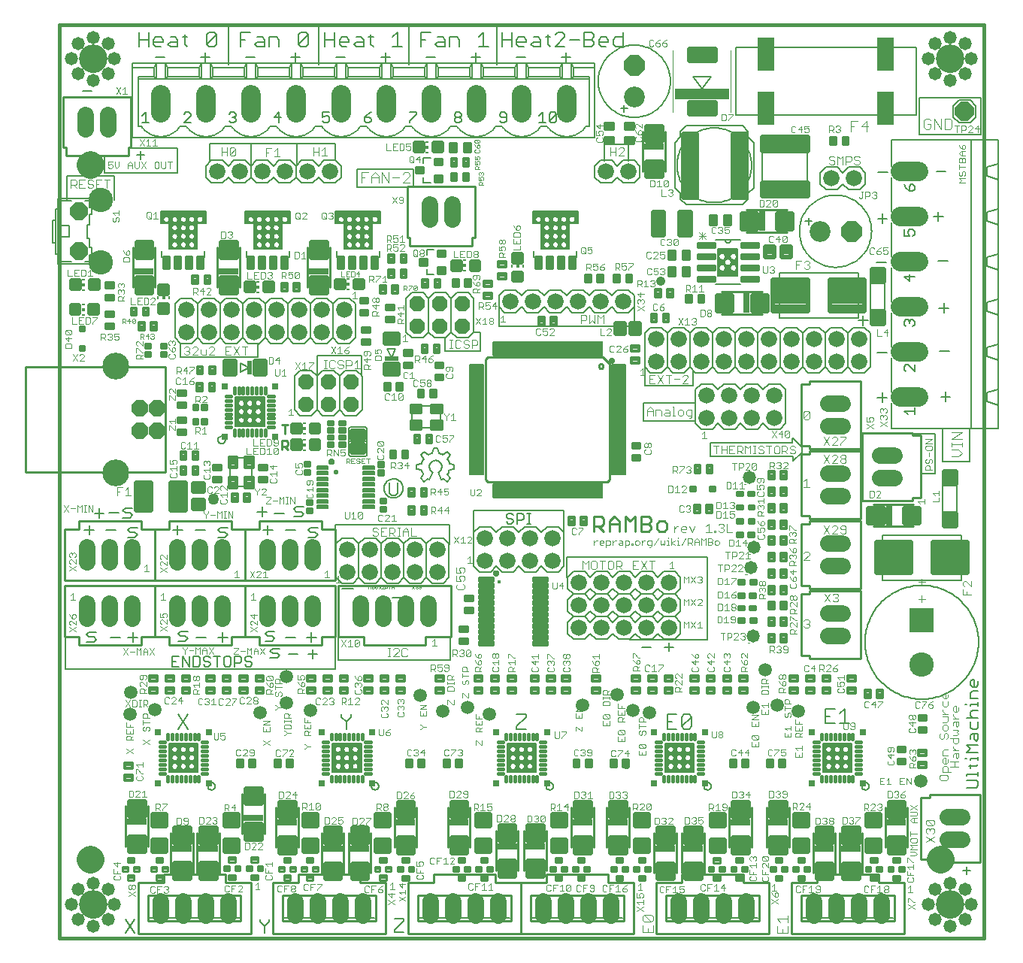
<source format=gbr>
G04 This is an RS-274x file exported by *
G04 gerbv version 2.7.0 *
G04 More information is available about gerbv at *
G04 http://gerbv.geda-project.org/ *
G04 --End of header info--*
%MOIN*%
%FSLAX36Y36*%
%IPPOS*%
G04 --Define apertures--*
%ADD10C,0.0030*%
%ADD11C,0.0090*%
%ADD12C,0.0070*%
%ADD13C,0.0060*%
%ADD14C,0.0050*%
%ADD15C,0.0040*%
%ADD16C,0.0080*%
%ADD17C,0.0100*%
%ADD18C,0.0020*%
%ADD19C,0.0120*%
%ADD20R,0.0118X0.0059*%
%ADD21R,0.0118X0.0118*%
%ADD22R,0.0250X0.0250*%
%ADD23R,0.0240X0.0620*%
%ADD24R,0.0620X0.0240*%
%ADD25C,0.0176*%
%ADD26R,0.0059X0.0118*%
%ADD27C,0.0000*%
%ADD28R,0.2441X0.0492*%
%ADD29C,0.0010*%
%ADD30R,0.0200X0.0200*%
%ADD31R,0.0878X0.0295*%
%ADD32C,0.0221*%
%ADD33R,0.0295X0.0878*%
%ADD34C,0.0140*%
%ADD35R,0.0651X0.4901*%
%ADD36R,0.4900X0.0651*%
%ADD37R,0.0651X0.4900*%
%ADD38R,0.4900X0.0650*%
%AMMACRO39*
5,1,8,0.000000,0.000000,0.075118,22.500000*
%
%ADD39MACRO39*%
%ADD40C,0.0193*%
%ADD41C,0.0149*%
%ADD42C,0.0062*%
%AMMACRO43*
5,1,8,0.000000,0.000000,0.080097,22.500000*
%
%ADD43MACRO43*%
%ADD44C,0.1186*%
%ADD45C,0.0224*%
%ADD46C,0.0189*%
%ADD47R,0.0720X0.0060*%
%ADD48C,0.0150*%
%ADD49C,0.0096*%
%ADD50C,0.0173*%
%ADD51C,0.0720*%
%ADD52C,0.0227*%
%AMMACRO53*
5,1,8,0.000000,0.000000,0.084426,22.500000*
%
%ADD53MACRO53*%
%ADD54C,0.1080*%
%ADD55C,0.0124*%
%ADD56C,0.0205*%
%ADD57C,0.0870*%
%ADD58C,0.0085*%
%AMMACRO59*
5,1,8,0.000000,0.000000,0.099580,22.500000*
%
%ADD59MACRO59*%
%ADD60C,0.0920*%
%ADD61C,0.0596*%
%ADD62C,0.0580*%
%ADD63C,0.0117*%
%ADD64C,0.0207*%
%AMMACRO65*
5,1,8,0.000000,0.000000,0.090921,22.500000*
%
%ADD65MACRO65*%
%ADD66R,0.0780X0.1480*%
%ADD67C,0.0474*%
%ADD68C,0.0500*%
%ADD69C,0.0166*%
%ADD70C,0.0138*%
%ADD71C,0.0217*%
%ADD72C,0.0073*%
%ADD73R,0.0530X0.0170*%
%ADD74R,0.0460X0.0130*%
%ADD75C,0.1261*%
%ADD76C,0.0111*%
%ADD77R,0.1080X0.1080*%
%ADD78C,0.0105*%
%ADD79C,0.0228*%
%ADD80C,0.0218*%
%ADD81C,0.0119*%
%ADD82C,0.0226*%
%ADD83C,0.0496*%
%ADD84C,0.0417*%
%ADD85C,0.0160*%
G04 --Start main section--*
G54D10*
G01X2501300Y2023700D02*
G01X2530300Y2043100D01*
G01X2530300Y2053200D02*
G01X2511000Y2072500D01*
G01X2511000Y2072500D02*
G01X2506100Y2072500D01*
G01X2506100Y2072500D02*
G01X2501300Y2067700D01*
G01X2501300Y2067700D02*
G01X2501300Y2058000D01*
G01X2501300Y2058000D02*
G01X2506100Y2053200D01*
G01X2501300Y2043100D02*
G01X2530300Y2023700D01*
G01X2530300Y2053200D02*
G01X2530300Y2072500D01*
G01X2525500Y2082600D02*
G01X2530300Y2087500D01*
G01X2530300Y2087500D02*
G01X2530300Y2097100D01*
G01X2530300Y2097100D02*
G01X2525500Y2102000D01*
G01X2525500Y2102000D02*
G01X2520600Y2102000D01*
G01X2520600Y2102000D02*
G01X2515800Y2097100D01*
G01X2515800Y2097100D02*
G01X2515800Y2082600D01*
G01X2515800Y2082600D02*
G01X2525500Y2082600D01*
G01X2515800Y2082600D02*
G01X2506100Y2092300D01*
G01X2506100Y2092300D02*
G01X2501300Y2102000D01*
G01X2508500Y2165800D02*
G01X2527800Y2165800D01*
G01X2518200Y2165800D02*
G01X2518200Y2194900D01*
G01X2518200Y2194900D02*
G01X2508500Y2185200D01*
G01X2501300Y2295000D02*
G01X2530300Y2314300D01*
G01X2530300Y2324400D02*
G01X2511000Y2343800D01*
G01X2511000Y2343800D02*
G01X2506100Y2343800D01*
G01X2506100Y2343800D02*
G01X2501300Y2338900D01*
G01X2501300Y2338900D02*
G01X2501300Y2329300D01*
G01X2501300Y2329300D02*
G01X2506100Y2324400D01*
G01X2501300Y2314300D02*
G01X2530300Y2295000D01*
G01X2530300Y2324400D02*
G01X2530300Y2343800D01*
G01X2525500Y2353900D02*
G01X2530300Y2358700D01*
G01X2530300Y2358700D02*
G01X2530300Y2368400D01*
G01X2530300Y2368400D02*
G01X2525500Y2373200D01*
G01X2525500Y2373200D02*
G01X2520600Y2373200D01*
G01X2520600Y2373200D02*
G01X2515800Y2368400D01*
G01X2515800Y2368400D02*
G01X2515800Y2363600D01*
G01X2515800Y2368400D02*
G01X2511000Y2373200D01*
G01X2511000Y2373200D02*
G01X2506100Y2373200D01*
G01X2506100Y2373200D02*
G01X2501300Y2368400D01*
G01X2501300Y2368400D02*
G01X2501300Y2358700D01*
G01X2501300Y2358700D02*
G01X2506100Y2353900D01*
G01X2497800Y2555800D02*
G01X2478500Y2584900D01*
G01X2497800Y2584900D02*
G01X2478500Y2555800D01*
G01X2508000Y2570300D02*
G01X2527300Y2570300D01*
G01X2537400Y2555800D02*
G01X2537400Y2584900D01*
G01X2537400Y2584900D02*
G01X2547100Y2575200D01*
G01X2547100Y2575200D02*
G01X2556800Y2584900D01*
G01X2556800Y2584900D02*
G01X2556800Y2555800D01*
G01X2566900Y2555800D02*
G01X2576600Y2555800D01*
G01X2571700Y2555800D02*
G01X2571700Y2584900D01*
G01X2566900Y2584900D02*
G01X2576600Y2584900D01*
G01X2586500Y2584900D02*
G01X2605900Y2555800D01*
G01X2605900Y2555800D02*
G01X2605900Y2584900D01*
G01X2586500Y2584900D02*
G01X2586500Y2555800D01*
G01X2713100Y2626700D02*
G01X2713100Y2663800D01*
G01X2713100Y2663800D02*
G01X2737800Y2663800D01*
G01X2750000Y2651400D02*
G01X2762300Y2663800D01*
G01X2762300Y2663800D02*
G01X2762300Y2626700D01*
G01X2750000Y2626700D02*
G01X2774700Y2626700D01*
G01X2725500Y2645300D02*
G01X2713100Y2645300D01*
G01X2949200Y2712800D02*
G01X2954000Y2708000D01*
G01X2954000Y2708000D02*
G01X2973300Y2708000D01*
G01X2973300Y2708000D02*
G01X2978200Y2712800D01*
G01X2978200Y2712800D02*
G01X2978200Y2722500D01*
G01X2978200Y2722500D02*
G01X2973300Y2727300D01*
G01X2978200Y2737400D02*
G01X2978200Y2756800D01*
G01X2978200Y2747100D02*
G01X2949200Y2747100D01*
G01X2949200Y2747100D02*
G01X2958800Y2737400D01*
G01X2954000Y2727300D02*
G01X2949200Y2722500D01*
G01X2949200Y2722500D02*
G01X2949200Y2712800D01*
G01X2949200Y2766900D02*
G01X2963700Y2766900D01*
G01X2963700Y2766900D02*
G01X2958800Y2776600D01*
G01X2958800Y2776600D02*
G01X2958800Y2781400D01*
G01X2958800Y2781400D02*
G01X2963700Y2786200D01*
G01X2963700Y2786200D02*
G01X2973300Y2786200D01*
G01X2973300Y2786200D02*
G01X2978200Y2781400D01*
G01X2978200Y2781400D02*
G01X2978200Y2771700D01*
G01X2978200Y2771700D02*
G01X2973300Y2766900D01*
G01X2949200Y2766900D02*
G01X2949200Y2786200D01*
G01X3000900Y2836000D02*
G01X3010600Y2836000D01*
G01X3010600Y2836000D02*
G01X3015400Y2840800D01*
G01X3025500Y2836000D02*
G01X3044900Y2836000D01*
G01X3035200Y2836000D02*
G01X3035200Y2865000D01*
G01X3035200Y2865000D02*
G01X3025500Y2855300D01*
G01X3015400Y2860100D02*
G01X3010600Y2865000D01*
G01X3010600Y2865000D02*
G01X3000900Y2865000D01*
G01X3000900Y2865000D02*
G01X2996100Y2860100D01*
G01X2996100Y2860100D02*
G01X2996100Y2840800D01*
G01X2996100Y2840800D02*
G01X3000900Y2836000D01*
G01X3055000Y2836000D02*
G01X3074300Y2836000D01*
G01X3064700Y2836000D02*
G01X3064700Y2865000D01*
G01X3064700Y2865000D02*
G01X3055000Y2855300D01*
G01X3060500Y2902600D02*
G01X3060500Y2931700D01*
G01X3060500Y2931700D02*
G01X3075000Y2931700D01*
G01X3075000Y2931700D02*
G01X3079800Y2926800D01*
G01X3079800Y2926800D02*
G01X3079800Y2917200D01*
G01X3079800Y2917200D02*
G01X3075000Y2912300D01*
G01X3075000Y2912300D02*
G01X3060500Y2912300D01*
G01X3070200Y2912300D02*
G01X3079800Y2902600D01*
G01X3090000Y2902600D02*
G01X3109300Y2902600D01*
G01X3099600Y2902600D02*
G01X3099600Y2931700D01*
G01X3099600Y2931700D02*
G01X3090000Y2922000D01*
G01X3091100Y3039700D02*
G01X3110400Y3059100D01*
G01X3110400Y3059100D02*
G01X3110400Y3063900D01*
G01X3110400Y3063900D02*
G01X3105600Y3068700D01*
G01X3105600Y3068700D02*
G01X3095900Y3068700D01*
G01X3095900Y3068700D02*
G01X3091100Y3063900D01*
G01X3081000Y3063900D02*
G01X3081000Y3054200D01*
G01X3081000Y3054200D02*
G01X3076100Y3049400D01*
G01X3076100Y3049400D02*
G01X3061600Y3049400D01*
G01X3071300Y3049400D02*
G01X3081000Y3039700D01*
G01X3091100Y3039700D02*
G01X3110400Y3039700D01*
G01X3081000Y3063900D02*
G01X3076100Y3068700D01*
G01X3076100Y3068700D02*
G01X3061600Y3068700D01*
G01X3061600Y3068700D02*
G01X3061600Y3039700D01*
G01X3048100Y3121400D02*
G01X3052900Y3126200D01*
G01X3052900Y3126200D02*
G01X3052900Y3131100D01*
G01X3052900Y3131100D02*
G01X3048100Y3135900D01*
G01X3048100Y3135900D02*
G01X3033500Y3135900D01*
G01X3033500Y3135900D02*
G01X3033500Y3126200D01*
G01X3033500Y3126200D02*
G01X3038400Y3121400D01*
G01X3038400Y3121400D02*
G01X3048100Y3121400D01*
G01X3033500Y3135900D02*
G01X3043200Y3145600D01*
G01X3043200Y3145600D02*
G01X3052900Y3150400D01*
G01X3035700Y3168200D02*
G01X3035700Y3173000D01*
G01X3035700Y3173000D02*
G01X3055000Y3192400D01*
G01X3055000Y3192400D02*
G01X3055000Y3197200D01*
G01X3055000Y3197200D02*
G01X3035700Y3197200D01*
G01X3020700Y3197200D02*
G01X3006200Y3182700D01*
G01X3006200Y3182700D02*
G01X3025600Y3182700D01*
G01X3020700Y3168200D02*
G01X3020700Y3197200D01*
G01X2996100Y3192400D02*
G01X2996100Y3182700D01*
G01X2996100Y3182700D02*
G01X2991300Y3177900D01*
G01X2991300Y3177900D02*
G01X2976800Y3177900D01*
G01X2986400Y3177900D02*
G01X2996100Y3168200D01*
G01X2989100Y3150400D02*
G01X2979400Y3150400D01*
G01X2979400Y3150400D02*
G01X2974600Y3145600D01*
G01X2974600Y3145600D02*
G01X2974600Y3126200D01*
G01X2974600Y3126200D02*
G01X2979400Y3121400D01*
G01X2979400Y3121400D02*
G01X2989100Y3121400D01*
G01X2989100Y3121400D02*
G01X2994000Y3126200D01*
G01X3004100Y3121400D02*
G01X3023400Y3121400D01*
G01X3013800Y3121400D02*
G01X3013800Y3150400D01*
G01X3013800Y3150400D02*
G01X3004100Y3140700D01*
G01X2994000Y3145600D02*
G01X2989100Y3150400D01*
G01X2976800Y3168200D02*
G01X2976800Y3197200D01*
G01X2976800Y3197200D02*
G01X2991300Y3197200D01*
G01X2991300Y3197200D02*
G01X2996100Y3192400D01*
G01X2965700Y3235800D02*
G01X2970500Y3240700D01*
G01X2970500Y3240700D02*
G01X2970500Y3250300D01*
G01X2970500Y3250300D02*
G01X2965700Y3255200D01*
G01X2965700Y3265300D02*
G01X2970500Y3270100D01*
G01X2970500Y3270100D02*
G01X2970500Y3279800D01*
G01X2970500Y3279800D02*
G01X2965700Y3284600D01*
G01X2965700Y3284600D02*
G01X2960800Y3284600D01*
G01X2960800Y3284600D02*
G01X2956000Y3279800D01*
G01X2956000Y3279800D02*
G01X2956000Y3265300D01*
G01X2956000Y3265300D02*
G01X2965700Y3265300D01*
G01X2956000Y3265300D02*
G01X2946300Y3275000D01*
G01X2946300Y3275000D02*
G01X2941500Y3284600D01*
G01X2946300Y3294800D02*
G01X2941500Y3299600D01*
G01X2941500Y3299600D02*
G01X2941500Y3309300D01*
G01X2941500Y3309300D02*
G01X2946300Y3314100D01*
G01X2946300Y3314100D02*
G01X2951200Y3314100D01*
G01X2951200Y3314100D02*
G01X2956000Y3309300D01*
G01X2956000Y3309300D02*
G01X2960800Y3314100D01*
G01X2960800Y3314100D02*
G01X2965700Y3314100D01*
G01X2965700Y3314100D02*
G01X2970500Y3309300D01*
G01X2970500Y3309300D02*
G01X2970500Y3299600D01*
G01X2970500Y3299600D02*
G01X2965700Y3294800D01*
G01X2956000Y3304400D02*
G01X2956000Y3309300D01*
G01X2946300Y3255200D02*
G01X2941500Y3250300D01*
G01X2941500Y3250300D02*
G01X2941500Y3240700D01*
G01X2941500Y3240700D02*
G01X2946300Y3235800D01*
G01X2946300Y3235800D02*
G01X2965700Y3235800D01*
G01X3009900Y3257000D02*
G01X3016000Y3250800D01*
G01X3016000Y3250800D02*
G01X3028400Y3250800D01*
G01X3028400Y3250800D02*
G01X3034500Y3257000D01*
G01X3034500Y3257000D02*
G01X3034500Y3263200D01*
G01X3034500Y3263200D02*
G01X3028400Y3269300D01*
G01X3028400Y3269300D02*
G01X3022200Y3269300D01*
G01X3028400Y3269300D02*
G01X3034500Y3275500D01*
G01X3034500Y3275500D02*
G01X3034500Y3281700D01*
G01X3034500Y3281700D02*
G01X3028400Y3287900D01*
G01X3028400Y3287900D02*
G01X3016000Y3287900D01*
G01X3016000Y3287900D02*
G01X3009900Y3281700D01*
G01X3046700Y3281700D02*
G01X3052900Y3287900D01*
G01X3052900Y3287900D02*
G01X3065200Y3287900D01*
G01X3065200Y3287900D02*
G01X3071400Y3281700D01*
G01X3071400Y3281700D02*
G01X3071400Y3275500D01*
G01X3071400Y3275500D02*
G01X3046700Y3250800D01*
G01X3046700Y3250800D02*
G01X3071400Y3250800D01*
G01X3083500Y3257000D02*
G01X3089700Y3250800D01*
G01X3089700Y3250800D02*
G01X3108200Y3250800D01*
G01X3108200Y3250800D02*
G01X3108200Y3275500D01*
G01X3120300Y3281700D02*
G01X3126500Y3287900D01*
G01X3126500Y3287900D02*
G01X3138900Y3287900D01*
G01X3138900Y3287900D02*
G01X3145000Y3281700D01*
G01X3145000Y3281700D02*
G01X3145000Y3275500D01*
G01X3145000Y3275500D02*
G01X3120300Y3250800D01*
G01X3120300Y3250800D02*
G01X3145000Y3250800D01*
G01X3194000Y3250800D02*
G01X3218700Y3250800D01*
G01X3230800Y3250800D02*
G01X3255500Y3287900D01*
G01X3267700Y3287900D02*
G01X3292400Y3287900D01*
G01X3280000Y3287900D02*
G01X3280000Y3250800D01*
G01X3255500Y3250800D02*
G01X3230800Y3287900D01*
G01X3218700Y3287900D02*
G01X3194000Y3287900D01*
G01X3194000Y3287900D02*
G01X3194000Y3250800D01*
G01X3194000Y3269300D02*
G01X3206400Y3269300D01*
G01X3083500Y3275500D02*
G01X3083500Y3257000D01*
G01X2972200Y3099900D02*
G01X2972200Y3080600D01*
G01X2972200Y3080600D02*
G01X2952800Y3099900D01*
G01X2952800Y3099900D02*
G01X2948000Y3099900D01*
G01X2948000Y3099900D02*
G01X2943200Y3095100D01*
G01X2943200Y3095100D02*
G01X2943200Y3085400D01*
G01X2943200Y3085400D02*
G01X2948000Y3080600D01*
G01X2948000Y3070500D02*
G01X2967400Y3051100D01*
G01X2967400Y3051100D02*
G01X2972200Y3051100D01*
G01X2972200Y3051100D02*
G01X2972200Y3070500D01*
G01X2948000Y3070500D02*
G01X2943200Y3070500D01*
G01X2943200Y3070500D02*
G01X2943200Y3051100D01*
G01X2972000Y2966500D02*
G01X2972000Y2947100D01*
G01X2972000Y2956800D02*
G01X2943000Y2956800D01*
G01X2943000Y2956800D02*
G01X2952700Y2947100D01*
G01X2947800Y2937000D02*
G01X2967200Y2917600D01*
G01X2967200Y2917600D02*
G01X2972000Y2917600D01*
G01X2972000Y2917600D02*
G01X2972000Y2937000D01*
G01X2947800Y2937000D02*
G01X2943000Y2937000D01*
G01X2943000Y2937000D02*
G01X2943000Y2917600D01*
G01X3096300Y2776000D02*
G01X3101100Y2780800D01*
G01X3101100Y2780800D02*
G01X3106000Y2780800D01*
G01X3106000Y2780800D02*
G01X3110800Y2776000D01*
G01X3110800Y2776000D02*
G01X3115600Y2780800D01*
G01X3115600Y2780800D02*
G01X3120500Y2780800D01*
G01X3120500Y2780800D02*
G01X3125300Y2776000D01*
G01X3125300Y2776000D02*
G01X3125300Y2766300D01*
G01X3125300Y2766300D02*
G01X3120500Y2761400D01*
G01X3125300Y2751300D02*
G01X3125300Y2732000D01*
G01X3125300Y2741700D02*
G01X3096300Y2741700D01*
G01X3096300Y2741700D02*
G01X3106000Y2732000D01*
G01X3101100Y2721900D02*
G01X3096300Y2717000D01*
G01X3096300Y2717000D02*
G01X3096300Y2707400D01*
G01X3096300Y2707400D02*
G01X3101100Y2702500D01*
G01X3101100Y2702500D02*
G01X3120500Y2702500D01*
G01X3120500Y2702500D02*
G01X3125300Y2707400D01*
G01X3125300Y2707400D02*
G01X3125300Y2717000D01*
G01X3125300Y2717000D02*
G01X3120500Y2721900D01*
G01X3101100Y2761400D02*
G01X3096300Y2766300D01*
G01X3096300Y2766300D02*
G01X3096300Y2776000D01*
G01X3110800Y2776000D02*
G01X3110800Y2771100D01*
G01X3119700Y2667200D02*
G01X3114900Y2662300D01*
G01X3114900Y2662300D02*
G01X3114900Y2643000D01*
G01X3114900Y2643000D02*
G01X3119700Y2638100D01*
G01X3119700Y2638100D02*
G01X3129400Y2638100D01*
G01X3129400Y2638100D02*
G01X3134200Y2643000D01*
G01X3144300Y2638100D02*
G01X3163700Y2657500D01*
G01X3163700Y2657500D02*
G01X3163700Y2662300D01*
G01X3163700Y2662300D02*
G01X3158800Y2667200D01*
G01X3158800Y2667200D02*
G01X3149200Y2667200D01*
G01X3149200Y2667200D02*
G01X3144300Y2662300D01*
G01X3134200Y2662300D02*
G01X3129400Y2667200D01*
G01X3129400Y2667200D02*
G01X3119700Y2667200D01*
G01X3144300Y2638100D02*
G01X3163700Y2638100D01*
G01X3170400Y2631400D02*
G01X3199400Y2631400D01*
G01X3199400Y2621700D02*
G01X3199400Y2641100D01*
G01X3199400Y2651200D02*
G01X3180100Y2670500D01*
G01X3180100Y2670500D02*
G01X3175300Y2670500D01*
G01X3175300Y2670500D02*
G01X3170400Y2665700D01*
G01X3170400Y2665700D02*
G01X3170400Y2656000D01*
G01X3170400Y2656000D02*
G01X3175300Y2651200D01*
G01X3170400Y2631400D02*
G01X3180100Y2621700D01*
G01X3175300Y2611600D02*
G01X3170400Y2606800D01*
G01X3170400Y2606800D02*
G01X3170400Y2597100D01*
G01X3170400Y2597100D02*
G01X3175300Y2592300D01*
G01X3175300Y2592300D02*
G01X3194600Y2592300D01*
G01X3194600Y2592300D02*
G01X3199400Y2597100D01*
G01X3199400Y2597100D02*
G01X3199400Y2606800D01*
G01X3199400Y2606800D02*
G01X3194600Y2611600D01*
G01X3199400Y2651200D02*
G01X3199400Y2670500D01*
G01X3196600Y2557400D02*
G01X3186900Y2557400D01*
G01X3191700Y2557400D02*
G01X3191700Y2528300D01*
G01X3186900Y2528300D02*
G01X3196600Y2528300D01*
G01X3206500Y2528300D02*
G01X3206500Y2557400D01*
G01X3206500Y2557400D02*
G01X3225900Y2528300D01*
G01X3225900Y2528300D02*
G01X3225900Y2557400D01*
G01X3176800Y2557400D02*
G01X3176800Y2528300D01*
G01X3157400Y2528300D02*
G01X3157400Y2557400D01*
G01X3157400Y2557400D02*
G01X3167100Y2547700D01*
G01X3167100Y2547700D02*
G01X3176800Y2557400D01*
G01X3147300Y2542800D02*
G01X3128000Y2542800D01*
G01X3117800Y2552500D02*
G01X3108200Y2542800D01*
G01X3108200Y2542800D02*
G01X3108200Y2528300D01*
G01X3108200Y2542800D02*
G01X3098500Y2552500D01*
G01X3098500Y2552500D02*
G01X3098500Y2557400D01*
G01X3117800Y2557400D02*
G01X3117800Y2552500D01*
G01X3335000Y2630400D02*
G01X3335000Y2644900D01*
G01X3335000Y2644900D02*
G01X3344700Y2654600D01*
G01X3344700Y2654600D02*
G01X3344700Y2659400D01*
G01X3354800Y2654600D02*
G01X3359700Y2659400D01*
G01X3359700Y2659400D02*
G01X3369300Y2659400D01*
G01X3369300Y2659400D02*
G01X3374200Y2654600D01*
G01X3374200Y2654600D02*
G01X3374200Y2649700D01*
G01X3374200Y2649700D02*
G01X3354800Y2630400D01*
G01X3354800Y2630400D02*
G01X3374200Y2630400D01*
G01X3374000Y2620400D02*
G01X3393300Y2620400D01*
G01X3393300Y2620400D02*
G01X3393300Y2615500D01*
G01X3393300Y2615500D02*
G01X3374000Y2596200D01*
G01X3374000Y2596200D02*
G01X3374000Y2591300D01*
G01X3374000Y2591300D02*
G01X3393300Y2591300D01*
G01X3403500Y2605800D02*
G01X3422800Y2605800D01*
G01X3432900Y2591300D02*
G01X3432900Y2620400D01*
G01X3432900Y2620400D02*
G01X3442600Y2610700D01*
G01X3442600Y2610700D02*
G01X3452300Y2620400D01*
G01X3452300Y2620400D02*
G01X3452300Y2591300D01*
G01X3462400Y2591300D02*
G01X3472100Y2591300D01*
G01X3467200Y2591300D02*
G01X3467200Y2620400D01*
G01X3462400Y2620400D02*
G01X3472100Y2620400D01*
G01X3482000Y2620400D02*
G01X3501400Y2591300D01*
G01X3501400Y2591300D02*
G01X3501400Y2620400D01*
G01X3482000Y2620400D02*
G01X3482000Y2591300D01*
G01X3553500Y2621700D02*
G01X3558300Y2616800D01*
G01X3558300Y2616800D02*
G01X3577700Y2616800D01*
G01X3577700Y2616800D02*
G01X3582500Y2621700D01*
G01X3582500Y2621700D02*
G01X3582500Y2631300D01*
G01X3582500Y2631300D02*
G01X3577700Y2636200D01*
G01X3582500Y2646300D02*
G01X3582500Y2665600D01*
G01X3582500Y2656000D02*
G01X3553500Y2656000D01*
G01X3553500Y2656000D02*
G01X3563200Y2646300D01*
G01X3558300Y2636200D02*
G01X3553500Y2631300D01*
G01X3553500Y2631300D02*
G01X3553500Y2621700D01*
G01X3558300Y2675800D02*
G01X3563200Y2675800D01*
G01X3563200Y2675800D02*
G01X3568000Y2680600D01*
G01X3568000Y2680600D02*
G01X3568000Y2695100D01*
G01X3577700Y2695100D02*
G01X3558300Y2695100D01*
G01X3558300Y2695100D02*
G01X3553500Y2690300D01*
G01X3553500Y2690300D02*
G01X3553500Y2680600D01*
G01X3553500Y2680600D02*
G01X3558300Y2675800D01*
G01X3577700Y2675800D02*
G01X3582500Y2680600D01*
G01X3582500Y2680600D02*
G01X3582500Y2690300D01*
G01X3582500Y2690300D02*
G01X3577700Y2695100D01*
G01X3534500Y2726700D02*
G01X3534500Y2736300D01*
G01X3534500Y2736300D02*
G01X3529700Y2741200D01*
G01X3529700Y2751300D02*
G01X3534500Y2756100D01*
G01X3534500Y2756100D02*
G01X3534500Y2765800D01*
G01X3534500Y2765800D02*
G01X3529700Y2770600D01*
G01X3529700Y2770600D02*
G01X3520000Y2770600D01*
G01X3520000Y2770600D02*
G01X3515200Y2765800D01*
G01X3515200Y2765800D02*
G01X3515200Y2761000D01*
G01X3515200Y2761000D02*
G01X3520000Y2751300D01*
G01X3520000Y2751300D02*
G01X3505500Y2751300D01*
G01X3505500Y2751300D02*
G01X3505500Y2770600D01*
G01X3510300Y2741200D02*
G01X3505500Y2736300D01*
G01X3505500Y2736300D02*
G01X3505500Y2726700D01*
G01X3505500Y2726700D02*
G01X3510300Y2721800D01*
G01X3510300Y2721800D02*
G01X3529700Y2721800D01*
G01X3529700Y2721800D02*
G01X3534500Y2726700D01*
G01X3420400Y2723700D02*
G01X3391400Y2723700D01*
G01X3391400Y2723700D02*
G01X3401100Y2714000D01*
G01X3396300Y2703900D02*
G01X3391400Y2699100D01*
G01X3391400Y2699100D02*
G01X3391400Y2689400D01*
G01X3391400Y2689400D02*
G01X3396300Y2684600D01*
G01X3396300Y2684600D02*
G01X3415600Y2684600D01*
G01X3415600Y2684600D02*
G01X3420400Y2689400D01*
G01X3420400Y2689400D02*
G01X3420400Y2699100D01*
G01X3420400Y2699100D02*
G01X3415600Y2703900D01*
G01X3420400Y2714000D02*
G01X3420400Y2733400D01*
G01X3405900Y2743500D02*
G01X3405900Y2762900D01*
G01X3391400Y2758000D02*
G01X3405900Y2743500D01*
G01X3420400Y2758000D02*
G01X3391400Y2758000D01*
G01X3387300Y2810500D02*
G01X3387300Y2839500D01*
G01X3387300Y2839500D02*
G01X3377600Y2829800D01*
G01X3367500Y2834700D02*
G01X3362600Y2839500D01*
G01X3362600Y2839500D02*
G01X3348100Y2839500D01*
G01X3348100Y2839500D02*
G01X3348100Y2810500D01*
G01X3348100Y2810500D02*
G01X3362600Y2810500D01*
G01X3362600Y2810500D02*
G01X3367500Y2815300D01*
G01X3367500Y2815300D02*
G01X3367500Y2834700D01*
G01X3368000Y2848300D02*
G01X3348700Y2848300D01*
G01X3348700Y2848300D02*
G01X3348700Y2877300D01*
G01X3348700Y2877300D02*
G01X3368000Y2877300D01*
G01X3378100Y2877300D02*
G01X3392600Y2877300D01*
G01X3392600Y2877300D02*
G01X3397500Y2872500D01*
G01X3397500Y2872500D02*
G01X3397500Y2853100D01*
G01X3397500Y2853100D02*
G01X3392600Y2848300D01*
G01X3392600Y2848300D02*
G01X3378100Y2848300D01*
G01X3378100Y2848300D02*
G01X3378100Y2877300D01*
G01X3358300Y2862800D02*
G01X3348700Y2862800D01*
G01X3338500Y2848300D02*
G01X3319200Y2848300D01*
G01X3319200Y2848300D02*
G01X3319200Y2877300D01*
G01X3318700Y2839500D02*
G01X3318700Y2810500D01*
G01X3318700Y2810500D02*
G01X3338000Y2810500D01*
G01X3328300Y2825000D02*
G01X3318700Y2825000D01*
G01X3318700Y2839500D02*
G01X3338000Y2839500D01*
G01X3308500Y2810500D02*
G01X3289200Y2810500D01*
G01X3289200Y2810500D02*
G01X3289200Y2839500D01*
G01X3377600Y2810500D02*
G01X3396900Y2810500D01*
G01X3407000Y2815300D02*
G01X3426400Y2834700D01*
G01X3426400Y2834700D02*
G01X3426400Y2815300D01*
G01X3426400Y2815300D02*
G01X3421600Y2810500D01*
G01X3421600Y2810500D02*
G01X3411900Y2810500D01*
G01X3411900Y2810500D02*
G01X3407000Y2815300D01*
G01X3407000Y2815300D02*
G01X3407000Y2834700D01*
G01X3407000Y2834700D02*
G01X3411900Y2839500D01*
G01X3411900Y2839500D02*
G01X3421600Y2839500D01*
G01X3421600Y2839500D02*
G01X3426400Y2834700D01*
G01X3422100Y2848300D02*
G01X3426900Y2853100D01*
G01X3426900Y2853100D02*
G01X3426900Y2872500D01*
G01X3426900Y2872500D02*
G01X3422100Y2877300D01*
G01X3422100Y2877300D02*
G01X3412400Y2877300D01*
G01X3412400Y2877300D02*
G01X3407600Y2872500D01*
G01X3407600Y2872500D02*
G01X3407600Y2867600D01*
G01X3407600Y2867600D02*
G01X3412400Y2862800D01*
G01X3412400Y2862800D02*
G01X3426900Y2862800D01*
G01X3422100Y2848300D02*
G01X3412400Y2848300D01*
G01X3412400Y2848300D02*
G01X3407600Y2853100D01*
G01X3475400Y2983300D02*
G01X3494700Y2983300D01*
G01X3485000Y2983300D02*
G01X3485000Y3012300D01*
G01X3485000Y3012300D02*
G01X3475400Y3002600D01*
G01X3462600Y3159500D02*
G01X3443300Y3159500D01*
G01X3453000Y3159500D02*
G01X3453000Y3188500D01*
G01X3453000Y3188500D02*
G01X3443300Y3178800D01*
G01X3433200Y3188500D02*
G01X3433200Y3164300D01*
G01X3433200Y3164300D02*
G01X3428300Y3159500D01*
G01X3428300Y3159500D02*
G01X3418700Y3159500D01*
G01X3418700Y3159500D02*
G01X3413800Y3164300D01*
G01X3413800Y3164300D02*
G01X3413800Y3188500D01*
G01X3400500Y3212100D02*
G01X3405300Y3216900D01*
G01X3405300Y3216900D02*
G01X3405300Y3236300D01*
G01X3405300Y3236300D02*
G01X3400500Y3241100D01*
G01X3400500Y3241100D02*
G01X3386000Y3241100D01*
G01X3386000Y3241100D02*
G01X3386000Y3212100D01*
G01X3386000Y3212100D02*
G01X3400500Y3212100D01*
G01X3415500Y3226600D02*
G01X3434800Y3226600D01*
G01X3430000Y3241100D02*
G01X3415500Y3226600D01*
G01X3430000Y3212100D02*
G01X3430000Y3241100D01*
G01X3505100Y3218200D02*
G01X3524400Y3189200D01*
G01X3534500Y3189200D02*
G01X3553900Y3189200D01*
G01X3544200Y3189200D02*
G01X3544200Y3218200D01*
G01X3544200Y3218200D02*
G01X3534500Y3208500D01*
G01X3524400Y3218200D02*
G01X3505100Y3189200D01*
G01X3564000Y3189200D02*
G01X3564000Y3194000D01*
G01X3564000Y3194000D02*
G01X3583300Y3213400D01*
G01X3583300Y3213400D02*
G01X3583300Y3218200D01*
G01X3583300Y3218200D02*
G01X3564000Y3218200D01*
G01X3631000Y3227900D02*
G01X3643300Y3227900D01*
G01X3637200Y3227900D02*
G01X3637200Y3190800D01*
G01X3643300Y3190800D02*
G01X3631000Y3190800D01*
G01X3655600Y3197000D02*
G01X3661700Y3190800D01*
G01X3661700Y3190800D02*
G01X3674100Y3190800D01*
G01X3674100Y3190800D02*
G01X3680200Y3197000D01*
G01X3692400Y3197000D02*
G01X3698600Y3190800D01*
G01X3698600Y3190800D02*
G01X3710900Y3190800D01*
G01X3710900Y3190800D02*
G01X3717100Y3197000D01*
G01X3717100Y3197000D02*
G01X3717100Y3203200D01*
G01X3717100Y3203200D02*
G01X3710900Y3209300D01*
G01X3710900Y3209300D02*
G01X3698600Y3209300D01*
G01X3698600Y3209300D02*
G01X3692400Y3215500D01*
G01X3692400Y3215500D02*
G01X3692400Y3221700D01*
G01X3692400Y3221700D02*
G01X3698600Y3227900D01*
G01X3698600Y3227900D02*
G01X3710900Y3227900D01*
G01X3710900Y3227900D02*
G01X3717100Y3221700D01*
G01X3729200Y3227900D02*
G01X3747700Y3227900D01*
G01X3747700Y3227900D02*
G01X3753900Y3221700D01*
G01X3753900Y3221700D02*
G01X3753900Y3209300D01*
G01X3753900Y3209300D02*
G01X3747700Y3203200D01*
G01X3747700Y3203200D02*
G01X3729200Y3203200D01*
G01X3729200Y3190800D02*
G01X3729200Y3227900D01*
G01X3726700Y3258100D02*
G01X3736400Y3258100D01*
G01X3736400Y3258100D02*
G01X3741200Y3263000D01*
G01X3741200Y3263000D02*
G01X3741200Y3267800D01*
G01X3741200Y3267800D02*
G01X3736400Y3272700D01*
G01X3736400Y3272700D02*
G01X3721800Y3272700D01*
G01X3721800Y3272700D02*
G01X3721800Y3263000D01*
G01X3721800Y3263000D02*
G01X3726700Y3258100D01*
G01X3711700Y3258100D02*
G01X3692400Y3258100D01*
G01X3702100Y3258100D02*
G01X3702100Y3287200D01*
G01X3702100Y3287200D02*
G01X3692400Y3277500D01*
G01X3682300Y3287200D02*
G01X3662900Y3258100D01*
G01X3682300Y3258100D02*
G01X3662900Y3287200D01*
G01X3661700Y3227900D02*
G01X3655600Y3221700D01*
G01X3655600Y3221700D02*
G01X3655600Y3197000D01*
G01X3661700Y3227900D02*
G01X3674100Y3227900D01*
G01X3674100Y3227900D02*
G01X3680200Y3221700D01*
G01X3721800Y3272700D02*
G01X3731500Y3282300D01*
G01X3731500Y3282300D02*
G01X3741200Y3287200D01*
G01X3778400Y3227900D02*
G01X3766000Y3215500D01*
G01X3778400Y3227900D02*
G01X3778400Y3190800D01*
G01X3790700Y3190800D02*
G01X3766000Y3190800D01*
G01X3807700Y3188600D02*
G01X3807700Y3203100D01*
G01X3807700Y3203100D02*
G01X3812500Y3208000D01*
G01X3812500Y3208000D02*
G01X3822200Y3208000D01*
G01X3822200Y3208000D02*
G01X3827000Y3203100D01*
G01X3827000Y3203100D02*
G01X3827000Y3188600D01*
G01X3836700Y3188600D02*
G01X3807700Y3188600D01*
G01X3827000Y3198300D02*
G01X3836700Y3208000D01*
G01X3822200Y3218100D02*
G01X3822200Y3237500D01*
G01X3817300Y3247600D02*
G01X3822200Y3252400D01*
G01X3822200Y3252400D02*
G01X3822200Y3266900D01*
G01X3831900Y3266900D02*
G01X3812500Y3266900D01*
G01X3812500Y3266900D02*
G01X3807700Y3262100D01*
G01X3807700Y3262100D02*
G01X3807700Y3252400D01*
G01X3807700Y3252400D02*
G01X3812500Y3247600D01*
G01X3812500Y3247600D02*
G01X3817300Y3247600D01*
G01X3831900Y3247600D02*
G01X3836700Y3252400D01*
G01X3836700Y3252400D02*
G01X3836700Y3262100D01*
G01X3836700Y3262100D02*
G01X3831900Y3266900D01*
G01X3856100Y3276000D02*
G01X3856100Y3256700D01*
G01X3856100Y3256700D02*
G01X3870700Y3256700D01*
G01X3870700Y3256700D02*
G01X3865800Y3266400D01*
G01X3865800Y3266400D02*
G01X3865800Y3271200D01*
G01X3865800Y3271200D02*
G01X3870700Y3276000D01*
G01X3870700Y3276000D02*
G01X3880300Y3276000D01*
G01X3880300Y3276000D02*
G01X3885200Y3271200D01*
G01X3885200Y3271200D02*
G01X3885200Y3261500D01*
G01X3885200Y3261500D02*
G01X3880300Y3256700D01*
G01X3880300Y3246600D02*
G01X3861000Y3246600D01*
G01X3861000Y3246600D02*
G01X3856100Y3241700D01*
G01X3856100Y3241700D02*
G01X3856100Y3227200D01*
G01X3856100Y3227200D02*
G01X3885200Y3227200D01*
G01X3885200Y3227200D02*
G01X3885200Y3241700D01*
G01X3885200Y3241700D02*
G01X3880300Y3246600D01*
G01X3836700Y3232600D02*
G01X3807700Y3232600D01*
G01X3807700Y3232600D02*
G01X3822200Y3218100D01*
G01X3907000Y3079700D02*
G01X3902200Y3074900D01*
G01X3902200Y3074900D02*
G01X3902200Y3055500D01*
G01X3902200Y3055500D02*
G01X3907000Y3050700D01*
G01X3907000Y3050700D02*
G01X3916700Y3050700D01*
G01X3916700Y3050700D02*
G01X3921500Y3055500D01*
G01X3931600Y3050700D02*
G01X3951000Y3050700D01*
G01X3941300Y3050700D02*
G01X3941300Y3079700D01*
G01X3941300Y3079700D02*
G01X3931600Y3070100D01*
G01X3921500Y3074900D02*
G01X3916700Y3079700D01*
G01X3916700Y3079700D02*
G01X3907000Y3079700D01*
G01X3961100Y3074900D02*
G01X3961100Y3055500D01*
G01X3961100Y3055500D02*
G01X3980500Y3074900D01*
G01X3980500Y3074900D02*
G01X3980500Y3055500D01*
G01X3980500Y3055500D02*
G01X3975600Y3050700D01*
G01X3975600Y3050700D02*
G01X3965900Y3050700D01*
G01X3965900Y3050700D02*
G01X3961100Y3055500D01*
G01X3961100Y3074900D02*
G01X3965900Y3079700D01*
G01X3965900Y3079700D02*
G01X3975600Y3079700D01*
G01X3975600Y3079700D02*
G01X3980500Y3074900D01*
G01X4027500Y3116900D02*
G01X4032300Y3112000D01*
G01X4032300Y3112000D02*
G01X4042000Y3112000D01*
G01X4042000Y3112000D02*
G01X4046800Y3116900D01*
G01X4057000Y3116900D02*
G01X4061800Y3112000D01*
G01X4061800Y3112000D02*
G01X4071500Y3112000D01*
G01X4071500Y3112000D02*
G01X4076300Y3116900D01*
G01X4076300Y3116900D02*
G01X4076300Y3126600D01*
G01X4076300Y3126600D02*
G01X4071500Y3131400D01*
G01X4071500Y3131400D02*
G01X4066600Y3131400D01*
G01X4066600Y3131400D02*
G01X4057000Y3126600D01*
G01X4057000Y3126600D02*
G01X4057000Y3141100D01*
G01X4057000Y3141100D02*
G01X4076300Y3141100D01*
G01X4086400Y3136200D02*
G01X4086400Y3131400D01*
G01X4086400Y3131400D02*
G01X4091300Y3126600D01*
G01X4091300Y3126600D02*
G01X4100900Y3126600D01*
G01X4100900Y3126600D02*
G01X4105800Y3121700D01*
G01X4105800Y3121700D02*
G01X4105800Y3116900D01*
G01X4105800Y3116900D02*
G01X4100900Y3112000D01*
G01X4100900Y3112000D02*
G01X4091300Y3112000D01*
G01X4091300Y3112000D02*
G01X4086400Y3116900D01*
G01X4086400Y3116900D02*
G01X4086400Y3121700D01*
G01X4086400Y3121700D02*
G01X4091300Y3126600D01*
G01X4100900Y3126600D02*
G01X4105800Y3131400D01*
G01X4105800Y3131400D02*
G01X4105800Y3136200D01*
G01X4105800Y3136200D02*
G01X4100900Y3141100D01*
G01X4100900Y3141100D02*
G01X4091300Y3141100D01*
G01X4091300Y3141100D02*
G01X4086400Y3136200D01*
G01X4046800Y3136200D02*
G01X4042000Y3141100D01*
G01X4042000Y3141100D02*
G01X4032300Y3141100D01*
G01X4032300Y3141100D02*
G01X4027500Y3136200D01*
G01X4027500Y3136200D02*
G01X4027500Y3116900D01*
G01X4031600Y3146400D02*
G01X4012300Y3146400D01*
G01X4021900Y3146400D02*
G01X4021900Y3175400D01*
G01X4021900Y3175400D02*
G01X4012300Y3165800D01*
G01X4002100Y3170600D02*
G01X3997300Y3175400D01*
G01X3997300Y3175400D02*
G01X3987600Y3175400D01*
G01X3987600Y3175400D02*
G01X3982800Y3170600D01*
G01X3982800Y3170600D02*
G01X3982800Y3151200D01*
G01X3982800Y3151200D02*
G01X3987600Y3146400D01*
G01X3987600Y3146400D02*
G01X3997300Y3146400D01*
G01X3997300Y3146400D02*
G01X4002100Y3151200D01*
G01X4035600Y3219200D02*
G01X4035600Y3248200D01*
G01X4035600Y3248200D02*
G01X4050100Y3248200D01*
G01X4050100Y3248200D02*
G01X4054900Y3243400D01*
G01X4054900Y3243400D02*
G01X4054900Y3233700D01*
G01X4054900Y3233700D02*
G01X4050100Y3228900D01*
G01X4050100Y3228900D02*
G01X4035600Y3228900D01*
G01X4045300Y3228900D02*
G01X4054900Y3219200D01*
G01X4065000Y3233700D02*
G01X4079600Y3248200D01*
G01X4079600Y3248200D02*
G01X4079600Y3219200D01*
G01X4084400Y3233700D02*
G01X4065000Y3233700D01*
G01X4094500Y3233700D02*
G01X4109000Y3233700D01*
G01X4109000Y3233700D02*
G01X4113900Y3228900D01*
G01X4113900Y3228900D02*
G01X4113900Y3224000D01*
G01X4113900Y3224000D02*
G01X4109000Y3219200D01*
G01X4109000Y3219200D02*
G01X4099300Y3219200D01*
G01X4099300Y3219200D02*
G01X4094500Y3224000D01*
G01X4094500Y3224000D02*
G01X4094500Y3233700D01*
G01X4094500Y3233700D02*
G01X4104200Y3243400D01*
G01X4104200Y3243400D02*
G01X4113900Y3248200D01*
G01X4172100Y3193500D02*
G01X4172100Y3183800D01*
G01X4172100Y3183800D02*
G01X4176900Y3179000D01*
G01X4176900Y3179000D02*
G01X4181800Y3179000D01*
G01X4181800Y3179000D02*
G01X4186600Y3183800D01*
G01X4186600Y3183800D02*
G01X4186600Y3198400D01*
G01X4176900Y3198400D02*
G01X4172100Y3193500D01*
G01X4176900Y3198400D02*
G01X4196300Y3198400D01*
G01X4196300Y3198400D02*
G01X4201100Y3193500D01*
G01X4201100Y3193500D02*
G01X4201100Y3183800D01*
G01X4201100Y3183800D02*
G01X4196300Y3179000D01*
G01X4196300Y3168900D02*
G01X4201100Y3164100D01*
G01X4201100Y3164100D02*
G01X4201100Y3154400D01*
G01X4201100Y3154400D02*
G01X4196300Y3149500D01*
G01X4196300Y3149500D02*
G01X4176900Y3149500D01*
G01X4176900Y3149500D02*
G01X4172100Y3154400D01*
G01X4172100Y3154400D02*
G01X4172100Y3164100D01*
G01X4172100Y3164100D02*
G01X4176900Y3168900D01*
G01X4188500Y3280800D02*
G01X4200800Y3280800D01*
G01X4194700Y3280800D02*
G01X4194700Y3317900D01*
G01X4200800Y3317900D02*
G01X4188500Y3317900D01*
G01X4213100Y3311700D02*
G01X4213100Y3287000D01*
G01X4213100Y3287000D02*
G01X4219200Y3280800D01*
G01X4219200Y3280800D02*
G01X4231600Y3280800D01*
G01X4231600Y3280800D02*
G01X4237700Y3287000D01*
G01X4249900Y3287000D02*
G01X4256100Y3280800D01*
G01X4256100Y3280800D02*
G01X4268400Y3280800D01*
G01X4268400Y3280800D02*
G01X4274600Y3287000D01*
G01X4274600Y3287000D02*
G01X4274600Y3293200D01*
G01X4274600Y3293200D02*
G01X4268400Y3299300D01*
G01X4268400Y3299300D02*
G01X4256100Y3299300D01*
G01X4256100Y3299300D02*
G01X4249900Y3305500D01*
G01X4249900Y3305500D02*
G01X4249900Y3311700D01*
G01X4249900Y3311700D02*
G01X4256100Y3317900D01*
G01X4256100Y3317900D02*
G01X4268400Y3317900D01*
G01X4268400Y3317900D02*
G01X4274600Y3311700D01*
G01X4286700Y3317900D02*
G01X4305200Y3317900D01*
G01X4305200Y3317900D02*
G01X4311400Y3311700D01*
G01X4311400Y3311700D02*
G01X4311400Y3299300D01*
G01X4311400Y3299300D02*
G01X4305200Y3293200D01*
G01X4305200Y3293200D02*
G01X4286700Y3293200D01*
G01X4286700Y3280800D02*
G01X4286700Y3317900D01*
G01X4237700Y3311700D02*
G01X4231600Y3317900D01*
G01X4231600Y3317900D02*
G01X4219200Y3317900D01*
G01X4219200Y3317900D02*
G01X4213100Y3311700D01*
G01X4317900Y3454600D02*
G01X4317900Y3483700D01*
G01X4317900Y3483700D02*
G01X4332400Y3483700D01*
G01X4332400Y3483700D02*
G01X4337200Y3478800D01*
G01X4337200Y3478800D02*
G01X4337200Y3469200D01*
G01X4337200Y3469200D02*
G01X4332400Y3464300D01*
G01X4332400Y3464300D02*
G01X4317900Y3464300D01*
G01X4327500Y3464300D02*
G01X4337200Y3454600D01*
G01X4347300Y3459500D02*
G01X4352200Y3454600D01*
G01X4352200Y3454600D02*
G01X4361800Y3454600D01*
G01X4361800Y3454600D02*
G01X4366700Y3459500D01*
G01X4366700Y3459500D02*
G01X4366700Y3469200D01*
G01X4366700Y3469200D02*
G01X4361800Y3474000D01*
G01X4361800Y3474000D02*
G01X4357000Y3474000D01*
G01X4357000Y3474000D02*
G01X4347300Y3469200D01*
G01X4347300Y3469200D02*
G01X4347300Y3483700D01*
G01X4347300Y3483700D02*
G01X4366700Y3483700D01*
G01X4376800Y3469200D02*
G01X4396100Y3469200D01*
G01X4391300Y3483700D02*
G01X4376800Y3469200D01*
G01X4391300Y3454600D02*
G01X4391300Y3483700D01*
G01X4424100Y3425400D02*
G01X4424100Y3396400D01*
G01X4414400Y3396400D02*
G01X4433800Y3396400D01*
G01X4414400Y3415700D02*
G01X4424100Y3425400D01*
G01X4321000Y3526800D02*
G01X4292000Y3526800D01*
G01X4292000Y3526800D02*
G01X4292000Y3541300D01*
G01X4292000Y3541300D02*
G01X4296800Y3546200D01*
G01X4296800Y3546200D02*
G01X4306500Y3546200D01*
G01X4306500Y3546200D02*
G01X4311300Y3541300D01*
G01X4311300Y3541300D02*
G01X4311300Y3526800D01*
G01X4311300Y3536500D02*
G01X4321000Y3546200D01*
G01X4316200Y3556300D02*
G01X4321000Y3561100D01*
G01X4321000Y3561100D02*
G01X4321000Y3570800D01*
G01X4321000Y3570800D02*
G01X4316200Y3575600D01*
G01X4316200Y3575600D02*
G01X4311300Y3575600D01*
G01X4311300Y3575600D02*
G01X4306500Y3570800D01*
G01X4306500Y3570800D02*
G01X4306500Y3556300D01*
G01X4306500Y3556300D02*
G01X4316200Y3556300D01*
G01X4306500Y3556300D02*
G01X4296800Y3566000D01*
G01X4296800Y3566000D02*
G01X4292000Y3575600D01*
G01X4296800Y3585800D02*
G01X4301700Y3585800D01*
G01X4301700Y3585800D02*
G01X4306500Y3590600D01*
G01X4306500Y3590600D02*
G01X4306500Y3605100D01*
G01X4316200Y3605100D02*
G01X4296800Y3605100D01*
G01X4296800Y3605100D02*
G01X4292000Y3600300D01*
G01X4292000Y3600300D02*
G01X4292000Y3590600D01*
G01X4292000Y3590600D02*
G01X4296800Y3585800D01*
G01X4316200Y3585800D02*
G01X4321000Y3590600D01*
G01X4321000Y3590600D02*
G01X4321000Y3600300D01*
G01X4321000Y3600300D02*
G01X4316200Y3605100D01*
G01X4308900Y3683300D02*
G01X4299200Y3683300D01*
G01X4299200Y3683300D02*
G01X4294400Y3688200D01*
G01X4294400Y3688200D02*
G01X4294400Y3693000D01*
G01X4294400Y3693000D02*
G01X4299200Y3697800D01*
G01X4299200Y3697800D02*
G01X4308900Y3697800D01*
G01X4308900Y3697800D02*
G01X4313700Y3693000D01*
G01X4313700Y3693000D02*
G01X4313700Y3688200D01*
G01X4313700Y3688200D02*
G01X4308900Y3683300D01*
G01X4308900Y3697800D02*
G01X4313700Y3702700D01*
G01X4313700Y3702700D02*
G01X4313700Y3707500D01*
G01X4313700Y3707500D02*
G01X4308900Y3712400D01*
G01X4308900Y3712400D02*
G01X4299200Y3712400D01*
G01X4299200Y3712400D02*
G01X4294400Y3707500D01*
G01X4294400Y3707500D02*
G01X4294400Y3702700D01*
G01X4294400Y3702700D02*
G01X4299200Y3697800D01*
G01X4284300Y3688200D02*
G01X4284300Y3707500D01*
G01X4284300Y3707500D02*
G01X4279400Y3712400D01*
G01X4279400Y3712400D02*
G01X4264900Y3712400D01*
G01X4264900Y3712400D02*
G01X4264900Y3683300D01*
G01X4264900Y3683300D02*
G01X4279400Y3683300D01*
G01X4279400Y3683300D02*
G01X4284300Y3688200D01*
G01X4254800Y3683300D02*
G01X4235500Y3683300D01*
G01X4235500Y3683300D02*
G01X4235500Y3712400D01*
G01X4235500Y3712400D02*
G01X4254800Y3712400D01*
G01X4245100Y3697800D02*
G01X4235500Y3697800D01*
G01X4225300Y3683300D02*
G01X4206000Y3683300D01*
G01X4206000Y3683300D02*
G01X4206000Y3712400D01*
G01X4074800Y3712500D02*
G01X4074800Y3707700D01*
G01X4074800Y3707700D02*
G01X4070000Y3702800D01*
G01X4070000Y3702800D02*
G01X4060300Y3702800D01*
G01X4060300Y3702800D02*
G01X4055500Y3707700D01*
G01X4055500Y3707700D02*
G01X4055500Y3712500D01*
G01X4055500Y3712500D02*
G01X4060300Y3717400D01*
G01X4060300Y3717400D02*
G01X4070000Y3717400D01*
G01X4070000Y3717400D02*
G01X4074800Y3712500D01*
G01X4070000Y3702800D02*
G01X4074800Y3698000D01*
G01X4074800Y3698000D02*
G01X4074800Y3693200D01*
G01X4074800Y3693200D02*
G01X4070000Y3688300D01*
G01X4070000Y3688300D02*
G01X4060300Y3688300D01*
G01X4060300Y3688300D02*
G01X4055500Y3693200D01*
G01X4055500Y3693200D02*
G01X4055500Y3698000D01*
G01X4055500Y3698000D02*
G01X4060300Y3702800D01*
G01X4045300Y3693200D02*
G01X4040500Y3688300D01*
G01X4040500Y3688300D02*
G01X4030800Y3688300D01*
G01X4030800Y3688300D02*
G01X4026000Y3693200D01*
G01X4026000Y3693200D02*
G01X4026000Y3712500D01*
G01X4026000Y3712500D02*
G01X4030800Y3717400D01*
G01X4030800Y3717400D02*
G01X4040500Y3717400D01*
G01X4040500Y3717400D02*
G01X4045300Y3712500D01*
G01X4045300Y3712500D02*
G01X4045300Y3693200D01*
G01X4045300Y3688300D02*
G01X4035700Y3698000D01*
G01X3988100Y3712200D02*
G01X3968700Y3712200D01*
G01X3968700Y3712200D02*
G01X3988100Y3731600D01*
G01X3988100Y3731600D02*
G01X3988100Y3736400D01*
G01X3988100Y3736400D02*
G01X3983200Y3741200D01*
G01X3983200Y3741200D02*
G01X3973600Y3741200D01*
G01X3973600Y3741200D02*
G01X3968700Y3736400D01*
G01X3958600Y3741200D02*
G01X3939300Y3741200D01*
G01X3939300Y3741200D02*
G01X3939300Y3726700D01*
G01X3939300Y3726700D02*
G01X3948900Y3731600D01*
G01X3948900Y3731600D02*
G01X3953800Y3731600D01*
G01X3953800Y3731600D02*
G01X3958600Y3726700D01*
G01X3958600Y3726700D02*
G01X3958600Y3717000D01*
G01X3958600Y3717000D02*
G01X3953800Y3712200D01*
G01X3953800Y3712200D02*
G01X3944100Y3712200D01*
G01X3944100Y3712200D02*
G01X3939300Y3717000D01*
G01X3929100Y3712200D02*
G01X3919500Y3721900D01*
G01X3924300Y3721900D02*
G01X3909800Y3721900D01*
G01X3909800Y3712200D02*
G01X3909800Y3741200D01*
G01X3909800Y3741200D02*
G01X3924300Y3741200D01*
G01X3924300Y3741200D02*
G01X3929100Y3736400D01*
G01X3929100Y3736400D02*
G01X3929100Y3726700D01*
G01X3929100Y3726700D02*
G01X3924300Y3721900D01*
G01X3929100Y3750700D02*
G01X3919500Y3760400D01*
G01X3924300Y3760400D02*
G01X3909800Y3760400D01*
G01X3909800Y3750700D02*
G01X3909800Y3779700D01*
G01X3909800Y3779700D02*
G01X3924300Y3779700D01*
G01X3924300Y3779700D02*
G01X3929100Y3774900D01*
G01X3929100Y3774900D02*
G01X3929100Y3765200D01*
G01X3929100Y3765200D02*
G01X3924300Y3760400D01*
G01X3939300Y3765200D02*
G01X3948900Y3770100D01*
G01X3948900Y3770100D02*
G01X3953800Y3770100D01*
G01X3953800Y3770100D02*
G01X3958600Y3765200D01*
G01X3958600Y3765200D02*
G01X3958600Y3755600D01*
G01X3958600Y3755600D02*
G01X3953800Y3750700D01*
G01X3953800Y3750700D02*
G01X3944100Y3750700D01*
G01X3944100Y3750700D02*
G01X3939300Y3755600D01*
G01X3939300Y3765200D02*
G01X3939300Y3779700D01*
G01X3939300Y3779700D02*
G01X3958600Y3779700D01*
G01X3968700Y3770100D02*
G01X3978400Y3779700D01*
G01X3978400Y3779700D02*
G01X3978400Y3750700D01*
G01X3968700Y3750700D02*
G01X3988100Y3750700D01*
G01X3899600Y3602400D02*
G01X3899600Y3573300D01*
G01X3889900Y3573300D02*
G01X3909300Y3573300D01*
G01X3889900Y3592700D02*
G01X3899600Y3602400D01*
G01X3879800Y3602400D02*
G01X3879800Y3597500D01*
G01X3879800Y3597500D02*
G01X3860500Y3578200D01*
G01X3860500Y3578200D02*
G01X3860500Y3573300D01*
G01X3850300Y3573300D02*
G01X3840700Y3583000D01*
G01X3845500Y3583000D02*
G01X3831000Y3583000D01*
G01X3831000Y3573300D02*
G01X3831000Y3602400D01*
G01X3831000Y3602400D02*
G01X3845500Y3602400D01*
G01X3845500Y3602400D02*
G01X3850300Y3597500D01*
G01X3850300Y3597500D02*
G01X3850300Y3587800D01*
G01X3850300Y3587800D02*
G01X3845500Y3583000D01*
G01X3860500Y3602400D02*
G01X3879800Y3602400D01*
G01X3869700Y3504500D02*
G01X3874500Y3499600D01*
G01X3874500Y3499600D02*
G01X3874500Y3490000D01*
G01X3874500Y3490000D02*
G01X3869700Y3485100D01*
G01X3869700Y3485100D02*
G01X3864800Y3485100D01*
G01X3864800Y3485100D02*
G01X3860000Y3490000D01*
G01X3860000Y3490000D02*
G01X3860000Y3499600D01*
G01X3860000Y3499600D02*
G01X3864800Y3504500D01*
G01X3864800Y3504500D02*
G01X3869700Y3504500D01*
G01X3860000Y3499600D02*
G01X3855100Y3504500D01*
G01X3855100Y3504500D02*
G01X3850300Y3504500D01*
G01X3850300Y3504500D02*
G01X3845500Y3499600D01*
G01X3845500Y3499600D02*
G01X3845500Y3490000D01*
G01X3845500Y3490000D02*
G01X3850300Y3485100D01*
G01X3850300Y3485100D02*
G01X3855100Y3485100D01*
G01X3855100Y3485100D02*
G01X3860000Y3490000D01*
G01X3860000Y3475000D02*
G01X3860000Y3455700D01*
G01X3860000Y3455700D02*
G01X3845500Y3470200D01*
G01X3845500Y3470200D02*
G01X3874500Y3470200D01*
G01X3874500Y3445500D02*
G01X3864800Y3435900D01*
G01X3864800Y3440700D02*
G01X3864800Y3426200D01*
G01X3874500Y3426200D02*
G01X3845500Y3426200D01*
G01X3845500Y3426200D02*
G01X3845500Y3440700D01*
G01X3845500Y3440700D02*
G01X3850300Y3445500D01*
G01X3850300Y3445500D02*
G01X3860000Y3445500D01*
G01X3860000Y3445500D02*
G01X3864800Y3440700D01*
G01X3956100Y3435900D02*
G01X3970600Y3421400D01*
G01X3970600Y3421400D02*
G01X3970600Y3440800D01*
G01X3965800Y3450900D02*
G01X3956100Y3460500D01*
G01X3956100Y3460500D02*
G01X3985200Y3460500D01*
G01X3985200Y3450900D02*
G01X3985200Y3470200D01*
G01X3985200Y3435900D02*
G01X3956100Y3435900D01*
G01X3961000Y3411300D02*
G01X3970600Y3411300D01*
G01X3970600Y3411300D02*
G01X3975500Y3406500D01*
G01X3975500Y3406500D02*
G01X3975500Y3391900D01*
G01X3985200Y3391900D02*
G01X3956100Y3391900D01*
G01X3956100Y3391900D02*
G01X3956100Y3406500D01*
G01X3956100Y3406500D02*
G01X3961000Y3411300D01*
G01X3975500Y3401600D02*
G01X3985200Y3411300D01*
G01X3990000Y3339800D02*
G01X3980400Y3330100D01*
G01X3990000Y3339800D02*
G01X3990000Y3310800D01*
G01X3980400Y3310800D02*
G01X3999700Y3310800D01*
G01X4165500Y2991700D02*
G01X4165500Y2986900D01*
G01X4165500Y2986900D02*
G01X4175100Y2977200D01*
G01X4175100Y2977200D02*
G01X4175100Y2962700D01*
G01X4175100Y2977200D02*
G01X4184800Y2986900D01*
G01X4184800Y2986900D02*
G01X4184800Y2991700D01*
G01X4194900Y2982100D02*
G01X4204600Y2991700D01*
G01X4204600Y2991700D02*
G01X4204600Y2962700D01*
G01X4194900Y2962700D02*
G01X4214300Y2962700D01*
G01X4205600Y2894200D02*
G01X4186200Y2894200D01*
G01X4176100Y2894200D02*
G01X4156800Y2894200D01*
G01X4156800Y2894200D02*
G01X4156800Y2879700D01*
G01X4156800Y2879700D02*
G01X4166400Y2884500D01*
G01X4166400Y2884500D02*
G01X4171300Y2884500D01*
G01X4171300Y2884500D02*
G01X4176100Y2879700D01*
G01X4176100Y2879700D02*
G01X4176100Y2870000D01*
G01X4176100Y2870000D02*
G01X4171300Y2865100D01*
G01X4171300Y2865100D02*
G01X4161600Y2865100D01*
G01X4161600Y2865100D02*
G01X4156800Y2870000D01*
G01X4146600Y2870000D02*
G01X4141800Y2865100D01*
G01X4141800Y2865100D02*
G01X4132100Y2865100D01*
G01X4132100Y2865100D02*
G01X4127300Y2870000D01*
G01X4127300Y2870000D02*
G01X4127300Y2889300D01*
G01X4127300Y2889300D02*
G01X4132100Y2894200D01*
G01X4132100Y2894200D02*
G01X4141800Y2894200D01*
G01X4141800Y2894200D02*
G01X4146600Y2889300D01*
G01X4186200Y2870000D02*
G01X4186200Y2865100D01*
G01X4186200Y2870000D02*
G01X4205600Y2889300D01*
G01X4205600Y2889300D02*
G01X4205600Y2894200D01*
G01X4182300Y2659200D02*
G01X4163000Y2659200D01*
G01X4163000Y2659200D02*
G01X4163000Y2644700D01*
G01X4163000Y2644700D02*
G01X4172600Y2649500D01*
G01X4172600Y2649500D02*
G01X4177500Y2649500D01*
G01X4177500Y2649500D02*
G01X4182300Y2644700D01*
G01X4182300Y2644700D02*
G01X4182300Y2635000D01*
G01X4182300Y2635000D02*
G01X4177500Y2630100D01*
G01X4177500Y2630100D02*
G01X4167800Y2630100D01*
G01X4167800Y2630100D02*
G01X4163000Y2635000D01*
G01X4152800Y2644700D02*
G01X4133500Y2644700D01*
G01X4133500Y2644700D02*
G01X4148000Y2659200D01*
G01X4148000Y2659200D02*
G01X4148000Y2630100D01*
G01X4123400Y2630100D02*
G01X4113700Y2639800D01*
G01X4118500Y2639800D02*
G01X4104000Y2639800D01*
G01X4104000Y2630100D02*
G01X4104000Y2659200D01*
G01X4104000Y2659200D02*
G01X4118500Y2659200D01*
G01X4118500Y2659200D02*
G01X4123400Y2654300D01*
G01X4123400Y2654300D02*
G01X4123400Y2644700D01*
G01X4123400Y2644700D02*
G01X4118500Y2639800D01*
G01X4120500Y2576700D02*
G01X4125400Y2571900D01*
G01X4125400Y2571900D02*
G01X4125400Y2562200D01*
G01X4125400Y2562200D02*
G01X4120500Y2557300D01*
G01X4120500Y2557300D02*
G01X4106000Y2557300D01*
G01X4106000Y2547700D02*
G01X4106000Y2576700D01*
G01X4106000Y2576700D02*
G01X4120500Y2576700D01*
G01X4115700Y2557300D02*
G01X4125400Y2547700D01*
G01X4135500Y2562200D02*
G01X4154800Y2562200D01*
G01X4165000Y2562200D02*
G01X4184300Y2562200D01*
G01X4179500Y2576700D02*
G01X4165000Y2562200D01*
G01X4179500Y2547700D02*
G01X4179500Y2576700D01*
G01X4150000Y2576700D02*
G01X4135500Y2562200D01*
G01X4150000Y2547700D02*
G01X4150000Y2576700D01*
G01X4279700Y2631700D02*
G01X4284500Y2626900D01*
G01X4284500Y2626900D02*
G01X4294200Y2626900D01*
G01X4294200Y2626900D02*
G01X4299100Y2631700D01*
G01X4299100Y2631700D02*
G01X4299100Y2655900D01*
G01X4309200Y2651000D02*
G01X4314000Y2655900D01*
G01X4314000Y2655900D02*
G01X4323700Y2655900D01*
G01X4323700Y2655900D02*
G01X4328500Y2651000D01*
G01X4328500Y2651000D02*
G01X4328500Y2646200D01*
G01X4328500Y2646200D02*
G01X4309200Y2626900D01*
G01X4309200Y2626900D02*
G01X4328500Y2626900D01*
G01X4279700Y2631700D02*
G01X4279700Y2655900D01*
G01X4280900Y2445500D02*
G01X4271200Y2445500D01*
G01X4271200Y2445500D02*
G01X4266400Y2440700D01*
G01X4280900Y2445500D02*
G01X4285700Y2440700D01*
G01X4285700Y2440700D02*
G01X4285700Y2435900D01*
G01X4285700Y2435900D02*
G01X4266400Y2416500D01*
G01X4266400Y2416500D02*
G01X4285700Y2416500D01*
G01X4256200Y2416500D02*
G01X4236900Y2416500D01*
G01X4246600Y2416500D02*
G01X4246600Y2445500D01*
G01X4246600Y2445500D02*
G01X4236900Y2435900D01*
G01X4226800Y2445500D02*
G01X4207400Y2416500D01*
G01X4226800Y2416500D02*
G01X4207400Y2445500D01*
G01X4276700Y2358300D02*
G01X4267000Y2348700D01*
G01X4276700Y2358300D02*
G01X4276700Y2329300D01*
G01X4267000Y2329300D02*
G01X4286400Y2329300D01*
G01X4255500Y2303100D02*
G01X4255500Y2290800D01*
G01X4255500Y2290800D02*
G01X4249300Y2284600D01*
G01X4249300Y2272500D02*
G01X4255500Y2266300D01*
G01X4255500Y2266300D02*
G01X4255500Y2254000D01*
G01X4255500Y2254000D02*
G01X4249300Y2247800D01*
G01X4249300Y2235600D02*
G01X4255500Y2229500D01*
G01X4255500Y2229500D02*
G01X4255500Y2217100D01*
G01X4255500Y2217100D02*
G01X4249300Y2210900D01*
G01X4249300Y2210900D02*
G01X4224600Y2210900D01*
G01X4224600Y2210900D02*
G01X4218500Y2217100D01*
G01X4218500Y2217100D02*
G01X4218500Y2229500D01*
G01X4218500Y2229500D02*
G01X4224600Y2235600D01*
G01X4218500Y2247800D02*
G01X4237000Y2247800D01*
G01X4237000Y2247800D02*
G01X4230800Y2260100D01*
G01X4230800Y2260100D02*
G01X4230800Y2266300D01*
G01X4230800Y2266300D02*
G01X4237000Y2272500D01*
G01X4237000Y2272500D02*
G01X4249300Y2272500D01*
G01X4237000Y2284600D02*
G01X4230800Y2297000D01*
G01X4230800Y2297000D02*
G01X4230800Y2303100D01*
G01X4230800Y2303100D02*
G01X4237000Y2309300D01*
G01X4237000Y2309300D02*
G01X4249300Y2309300D01*
G01X4249300Y2309300D02*
G01X4255500Y2303100D01*
G01X4237000Y2284600D02*
G01X4218500Y2284600D01*
G01X4218500Y2284600D02*
G01X4218500Y2309300D01*
G01X4218500Y2272500D02*
G01X4218500Y2247800D01*
G01X4120500Y1990800D02*
G01X4120500Y1961800D01*
G01X4130100Y1961800D02*
G01X4110800Y1961800D01*
G01X4110800Y1981100D02*
G01X4120500Y1990800D01*
G01X4120100Y1877800D02*
G01X4124900Y1873000D01*
G01X4124900Y1873000D02*
G01X4124900Y1863300D01*
G01X4124900Y1863300D02*
G01X4120100Y1858500D01*
G01X4120100Y1858500D02*
G01X4105600Y1858500D01*
G01X4115300Y1858500D02*
G01X4124900Y1848800D01*
G01X4135000Y1853600D02*
G01X4139900Y1848800D01*
G01X4139900Y1848800D02*
G01X4149600Y1848800D01*
G01X4149600Y1848800D02*
G01X4154400Y1853600D01*
G01X4154400Y1853600D02*
G01X4154400Y1863300D01*
G01X4154400Y1863300D02*
G01X4149600Y1868200D01*
G01X4149600Y1868200D02*
G01X4144700Y1868200D01*
G01X4144700Y1868200D02*
G01X4135000Y1863300D01*
G01X4135000Y1863300D02*
G01X4135000Y1877800D01*
G01X4135000Y1877800D02*
G01X4154400Y1877800D01*
G01X4164500Y1873000D02*
G01X4164500Y1868200D01*
G01X4164500Y1868200D02*
G01X4169300Y1863300D01*
G01X4169300Y1863300D02*
G01X4183900Y1863300D01*
G01X4183900Y1853600D02*
G01X4183900Y1873000D01*
G01X4183900Y1873000D02*
G01X4179000Y1877800D01*
G01X4179000Y1877800D02*
G01X4169300Y1877800D01*
G01X4169300Y1877800D02*
G01X4164500Y1873000D01*
G01X4164500Y1853600D02*
G01X4169300Y1848800D01*
G01X4169300Y1848800D02*
G01X4179000Y1848800D01*
G01X4179000Y1848800D02*
G01X4183900Y1853600D01*
G01X4182300Y1829700D02*
G01X4192000Y1829700D01*
G01X4192000Y1829700D02*
G01X4196800Y1824900D01*
G01X4196800Y1824900D02*
G01X4196800Y1810400D01*
G01X4196800Y1820000D02*
G01X4206500Y1829700D01*
G01X4206500Y1810400D02*
G01X4177500Y1810400D01*
G01X4177500Y1810400D02*
G01X4177500Y1824900D01*
G01X4177500Y1824900D02*
G01X4182300Y1829700D01*
G01X4177500Y1800400D02*
G01X4177500Y1790700D01*
G01X4177500Y1795600D02*
G01X4206500Y1795600D01*
G01X4206500Y1800400D02*
G01X4206500Y1790700D01*
G01X4201700Y1780600D02*
G01X4182300Y1780600D01*
G01X4182300Y1780600D02*
G01X4177500Y1775800D01*
G01X4177500Y1775800D02*
G01X4177500Y1761300D01*
G01X4177500Y1761300D02*
G01X4206500Y1761300D01*
G01X4206500Y1761300D02*
G01X4206500Y1775800D01*
G01X4206500Y1775800D02*
G01X4201700Y1780600D01*
G01X4243500Y1795100D02*
G01X4248300Y1790300D01*
G01X4248300Y1790300D02*
G01X4253200Y1790300D01*
G01X4253200Y1790300D02*
G01X4258000Y1795100D01*
G01X4258000Y1795100D02*
G01X4258000Y1804800D01*
G01X4258000Y1804800D02*
G01X4262800Y1809600D01*
G01X4262800Y1809600D02*
G01X4267700Y1809600D01*
G01X4267700Y1809600D02*
G01X4272500Y1804800D01*
G01X4272500Y1804800D02*
G01X4272500Y1795100D01*
G01X4272500Y1795100D02*
G01X4267700Y1790300D01*
G01X4243500Y1795100D02*
G01X4243500Y1804800D01*
G01X4243500Y1804800D02*
G01X4248300Y1809600D01*
G01X4243500Y1819700D02*
G01X4243500Y1839100D01*
G01X4243500Y1829400D02*
G01X4272500Y1829400D01*
G01X4272500Y1849200D02*
G01X4243500Y1849200D01*
G01X4243500Y1849200D02*
G01X4243500Y1863700D01*
G01X4243500Y1863700D02*
G01X4248300Y1868500D01*
G01X4248300Y1868500D02*
G01X4258000Y1868500D01*
G01X4258000Y1868500D02*
G01X4262800Y1863700D01*
G01X4262800Y1863700D02*
G01X4262800Y1849200D01*
G01X4300200Y1847500D02*
G01X4300200Y1862000D01*
G01X4300200Y1862000D02*
G01X4305100Y1866900D01*
G01X4305100Y1866900D02*
G01X4314700Y1866900D01*
G01X4314700Y1866900D02*
G01X4319600Y1862000D01*
G01X4319600Y1862000D02*
G01X4319600Y1847500D01*
G01X4329300Y1847500D02*
G01X4300200Y1847500D01*
G01X4319600Y1857200D02*
G01X4329300Y1866900D01*
G01X4324400Y1877000D02*
G01X4329300Y1881800D01*
G01X4329300Y1881800D02*
G01X4329300Y1891500D01*
G01X4329300Y1891500D02*
G01X4324400Y1896300D01*
G01X4324400Y1896300D02*
G01X4319600Y1896300D01*
G01X4319600Y1896300D02*
G01X4314700Y1891500D01*
G01X4314700Y1891500D02*
G01X4314700Y1877000D01*
G01X4314700Y1877000D02*
G01X4324400Y1877000D01*
G01X4314700Y1877000D02*
G01X4305100Y1886700D01*
G01X4305100Y1886700D02*
G01X4300200Y1896300D01*
G01X4314700Y1906500D02*
G01X4314700Y1921000D01*
G01X4314700Y1921000D02*
G01X4319600Y1925800D01*
G01X4319600Y1925800D02*
G01X4324400Y1925800D01*
G01X4324400Y1925800D02*
G01X4329300Y1921000D01*
G01X4329300Y1921000D02*
G01X4329300Y1911300D01*
G01X4329300Y1911300D02*
G01X4324400Y1906500D01*
G01X4324400Y1906500D02*
G01X4314700Y1906500D01*
G01X4314700Y1906500D02*
G01X4305100Y1916100D01*
G01X4305100Y1916100D02*
G01X4300200Y1925800D01*
G01X4280800Y1919100D02*
G01X4275900Y1914200D01*
G01X4275900Y1914200D02*
G01X4266300Y1914200D01*
G01X4266300Y1914200D02*
G01X4261400Y1919100D01*
G01X4261400Y1919100D02*
G01X4280800Y1938400D01*
G01X4280800Y1938400D02*
G01X4280800Y1919100D01*
G01X4280800Y1938400D02*
G01X4275900Y1943200D01*
G01X4275900Y1943200D02*
G01X4266300Y1943200D01*
G01X4266300Y1943200D02*
G01X4261400Y1938400D01*
G01X4261400Y1938400D02*
G01X4261400Y1919100D01*
G01X4251300Y1919100D02*
G01X4246500Y1914200D01*
G01X4246500Y1914200D02*
G01X4236800Y1914200D01*
G01X4236800Y1914200D02*
G01X4232000Y1919100D01*
G01X4221900Y1914200D02*
G01X4212200Y1923900D01*
G01X4217000Y1923900D02*
G01X4202500Y1923900D01*
G01X4202500Y1914200D02*
G01X4202500Y1943200D01*
G01X4202500Y1943200D02*
G01X4217000Y1943200D01*
G01X4217000Y1943200D02*
G01X4221900Y1938400D01*
G01X4221900Y1938400D02*
G01X4221900Y1928700D01*
G01X4221900Y1928700D02*
G01X4217000Y1923900D01*
G01X4232000Y1938400D02*
G01X4236800Y1943200D01*
G01X4236800Y1943200D02*
G01X4246500Y1943200D01*
G01X4246500Y1943200D02*
G01X4251300Y1938400D01*
G01X4251300Y1938400D02*
G01X4251300Y1933600D01*
G01X4251300Y1933600D02*
G01X4246500Y1928700D01*
G01X4246500Y1928700D02*
G01X4251300Y1923900D01*
G01X4251300Y1923900D02*
G01X4251300Y1919100D01*
G01X4246500Y1928700D02*
G01X4241600Y1928700D01*
G01X4120100Y1877800D02*
G01X4105600Y1877800D01*
G01X4105600Y1877800D02*
G01X4105600Y1848800D01*
G01X3999600Y1919500D02*
G01X3993400Y1913300D01*
G01X3993400Y1913300D02*
G01X3981100Y1913300D01*
G01X3981100Y1913300D02*
G01X3974900Y1919500D01*
G01X3974900Y1919500D02*
G01X3974900Y1944200D01*
G01X3974900Y1944200D02*
G01X3981100Y1950400D01*
G01X3981100Y1950400D02*
G01X3993400Y1950400D01*
G01X3993400Y1950400D02*
G01X3999600Y1944200D01*
G01X3962700Y1944200D02*
G01X3956600Y1950400D01*
G01X3956600Y1950400D02*
G01X3944200Y1950400D01*
G01X3944200Y1950400D02*
G01X3938100Y1944200D01*
G01X3925800Y1950400D02*
G01X3913500Y1950400D01*
G01X3919700Y1950400D02*
G01X3919700Y1913300D01*
G01X3925800Y1913300D02*
G01X3913500Y1913300D01*
G01X3938100Y1913300D02*
G01X3962700Y1938000D01*
G01X3962700Y1938000D02*
G01X3962700Y1944200D01*
G01X3962700Y1913300D02*
G01X3938100Y1913300D01*
G01X3786000Y1963500D02*
G01X3781200Y1958700D01*
G01X3781200Y1958700D02*
G01X3771500Y1958700D01*
G01X3771500Y1958700D02*
G01X3766600Y1963500D01*
G01X3766600Y1963500D02*
G01X3786000Y1982900D01*
G01X3786000Y1982900D02*
G01X3786000Y1963500D01*
G01X3786000Y1982900D02*
G01X3781200Y1987700D01*
G01X3781200Y1987700D02*
G01X3771500Y1987700D01*
G01X3771500Y1987700D02*
G01X3766600Y1982900D01*
G01X3766600Y1982900D02*
G01X3766600Y1963500D01*
G01X3756500Y1958700D02*
G01X3737200Y1958700D01*
G01X3746900Y1958700D02*
G01X3746900Y1987700D01*
G01X3746900Y1987700D02*
G01X3737200Y1978000D01*
G01X3727100Y1987700D02*
G01X3707700Y1958700D01*
G01X3727100Y1958700D02*
G01X3707700Y1987700D01*
G01X3767700Y1827000D02*
G01X3772600Y1817300D01*
G01X3772600Y1817300D02*
G01X3782200Y1807700D01*
G01X3782200Y1807700D02*
G01X3782200Y1822200D01*
G01X3782200Y1822200D02*
G01X3787100Y1827000D01*
G01X3787100Y1827000D02*
G01X3791900Y1827000D01*
G01X3791900Y1827000D02*
G01X3796700Y1822200D01*
G01X3796700Y1822200D02*
G01X3796700Y1812500D01*
G01X3796700Y1812500D02*
G01X3791900Y1807700D01*
G01X3791900Y1807700D02*
G01X3782200Y1807700D01*
G01X3777400Y1797500D02*
G01X3782200Y1792700D01*
G01X3782200Y1792700D02*
G01X3787100Y1797500D01*
G01X3787100Y1797500D02*
G01X3791900Y1797500D01*
G01X3791900Y1797500D02*
G01X3796700Y1792700D01*
G01X3796700Y1792700D02*
G01X3796700Y1783000D01*
G01X3796700Y1783000D02*
G01X3791900Y1778200D01*
G01X3791900Y1768100D02*
G01X3796700Y1763200D01*
G01X3796700Y1763200D02*
G01X3796700Y1753600D01*
G01X3796700Y1753600D02*
G01X3791900Y1748700D01*
G01X3791900Y1748700D02*
G01X3772600Y1748700D01*
G01X3772600Y1748700D02*
G01X3767700Y1753600D01*
G01X3767700Y1753600D02*
G01X3767700Y1763200D01*
G01X3767700Y1763200D02*
G01X3772600Y1768100D01*
G01X3772600Y1778200D02*
G01X3767700Y1783000D01*
G01X3767700Y1783000D02*
G01X3767700Y1792700D01*
G01X3767700Y1792700D02*
G01X3772600Y1797500D01*
G01X3772600Y1797500D02*
G01X3777400Y1797500D01*
G01X3782200Y1792700D02*
G01X3782200Y1787900D01*
G01X3782800Y1731000D02*
G01X3773200Y1731000D01*
G01X3773200Y1731000D02*
G01X3768300Y1726100D01*
G01X3782800Y1731000D02*
G01X3787700Y1726100D01*
G01X3787700Y1726100D02*
G01X3787700Y1721300D01*
G01X3787700Y1721300D02*
G01X3768300Y1701900D01*
G01X3768300Y1701900D02*
G01X3787700Y1701900D01*
G01X3758200Y1701900D02*
G01X3738900Y1701900D01*
G01X3748500Y1701900D02*
G01X3748500Y1731000D01*
G01X3748500Y1731000D02*
G01X3738900Y1721300D01*
G01X3728700Y1726100D02*
G01X3728700Y1716500D01*
G01X3728700Y1716500D02*
G01X3723900Y1711600D01*
G01X3723900Y1711600D02*
G01X3709400Y1711600D01*
G01X3709400Y1701900D02*
G01X3709400Y1731000D01*
G01X3709400Y1731000D02*
G01X3723900Y1731000D01*
G01X3723900Y1731000D02*
G01X3728700Y1726100D01*
G01X3719100Y1711600D02*
G01X3728700Y1701900D01*
G01X3673600Y1705900D02*
G01X3668700Y1701000D01*
G01X3668700Y1701000D02*
G01X3659100Y1701000D01*
G01X3659100Y1701000D02*
G01X3654200Y1705900D01*
G01X3644100Y1701000D02*
G01X3624800Y1701000D01*
G01X3624800Y1701000D02*
G01X3644100Y1720400D01*
G01X3644100Y1720400D02*
G01X3644100Y1725200D01*
G01X3644100Y1725200D02*
G01X3639300Y1730000D01*
G01X3639300Y1730000D02*
G01X3629600Y1730000D01*
G01X3629600Y1730000D02*
G01X3624800Y1725200D01*
G01X3614600Y1725200D02*
G01X3609800Y1730000D01*
G01X3609800Y1730000D02*
G01X3600100Y1730000D01*
G01X3600100Y1730000D02*
G01X3595300Y1725200D01*
G01X3595300Y1725200D02*
G01X3595300Y1705900D01*
G01X3595300Y1705900D02*
G01X3600100Y1701000D01*
G01X3600100Y1701000D02*
G01X3609800Y1701000D01*
G01X3609800Y1701000D02*
G01X3614600Y1705900D01*
G01X3654200Y1725200D02*
G01X3659100Y1730000D01*
G01X3659100Y1730000D02*
G01X3668700Y1730000D01*
G01X3668700Y1730000D02*
G01X3673600Y1725200D01*
G01X3673600Y1725200D02*
G01X3673600Y1720400D01*
G01X3673600Y1720400D02*
G01X3668700Y1715500D01*
G01X3668700Y1715500D02*
G01X3673600Y1710700D01*
G01X3673600Y1710700D02*
G01X3673600Y1705900D01*
G01X3668700Y1715500D02*
G01X3663900Y1715500D01*
G01X3572000Y1622700D02*
G01X3543000Y1622700D01*
G01X3543000Y1622700D02*
G01X3543000Y1642000D01*
G01X3557500Y1632400D02*
G01X3557500Y1622700D01*
G01X3572000Y1612600D02*
G01X3572000Y1593200D01*
G01X3572000Y1593200D02*
G01X3543000Y1593200D01*
G01X3543000Y1593200D02*
G01X3543000Y1612600D01*
G01X3557500Y1602900D02*
G01X3557500Y1593200D01*
G01X3557500Y1583100D02*
G01X3562300Y1578300D01*
G01X3562300Y1578300D02*
G01X3562300Y1563800D01*
G01X3562300Y1573400D02*
G01X3572000Y1583100D01*
G01X3557500Y1583100D02*
G01X3547800Y1583100D01*
G01X3547800Y1583100D02*
G01X3543000Y1578300D01*
G01X3543000Y1578300D02*
G01X3543000Y1563800D01*
G01X3543000Y1563800D02*
G01X3572000Y1563800D01*
G01X3547800Y1524200D02*
G01X3543000Y1524200D01*
G01X3547800Y1524200D02*
G01X3557500Y1514500D01*
G01X3557500Y1514500D02*
G01X3572000Y1514500D01*
G01X3557500Y1514500D02*
G01X3547800Y1504800D01*
G01X3547800Y1504800D02*
G01X3543000Y1504800D01*
G01X3495500Y1495000D02*
G01X3495500Y1490200D01*
G01X3495500Y1490200D02*
G01X3476200Y1470800D01*
G01X3476200Y1470800D02*
G01X3495500Y1470800D01*
G01X3495500Y1495000D02*
G01X3490700Y1499900D01*
G01X3490700Y1499900D02*
G01X3481000Y1499900D01*
G01X3481000Y1499900D02*
G01X3476200Y1495000D01*
G01X3466100Y1495000D02*
G01X3446700Y1475700D01*
G01X3446700Y1475700D02*
G01X3446700Y1470800D01*
G01X3436600Y1475700D02*
G01X3431800Y1470800D01*
G01X3431800Y1470800D02*
G01X3422100Y1470800D01*
G01X3422100Y1470800D02*
G01X3417300Y1475700D01*
G01X3417300Y1475700D02*
G01X3417300Y1495000D01*
G01X3417300Y1495000D02*
G01X3422100Y1499900D01*
G01X3422100Y1499900D02*
G01X3431800Y1499900D01*
G01X3431800Y1499900D02*
G01X3436600Y1495000D01*
G01X3446700Y1499900D02*
G01X3466100Y1499900D01*
G01X3466100Y1499900D02*
G01X3466100Y1495000D01*
G01X3458800Y1563800D02*
G01X3468500Y1573500D01*
G01X3468500Y1573500D02*
G01X3483000Y1573500D01*
G01X3468500Y1573500D02*
G01X3458800Y1583200D01*
G01X3458800Y1583200D02*
G01X3454000Y1583200D01*
G01X3454000Y1593300D02*
G01X3454000Y1607800D01*
G01X3454000Y1607800D02*
G01X3458800Y1612600D01*
G01X3458800Y1612600D02*
G01X3478200Y1612600D01*
G01X3478200Y1612600D02*
G01X3483000Y1607800D01*
G01X3483000Y1607800D02*
G01X3483000Y1593300D01*
G01X3483000Y1593300D02*
G01X3454000Y1593300D01*
G01X3454000Y1622800D02*
G01X3454000Y1632400D01*
G01X3454000Y1627600D02*
G01X3483000Y1627600D01*
G01X3483000Y1622800D02*
G01X3483000Y1632400D01*
G01X3483000Y1642400D02*
G01X3454000Y1642400D01*
G01X3454000Y1642400D02*
G01X3454000Y1656900D01*
G01X3454000Y1656900D02*
G01X3458800Y1661800D01*
G01X3458800Y1661800D02*
G01X3468500Y1661800D01*
G01X3468500Y1661800D02*
G01X3473300Y1656900D01*
G01X3473300Y1656900D02*
G01X3473300Y1642400D01*
G01X3473300Y1652100D02*
G01X3483000Y1661800D01*
G01X3443000Y1688000D02*
G01X3428500Y1688000D01*
G01X3428500Y1688000D02*
G01X3418800Y1697700D01*
G01X3418800Y1697700D02*
G01X3414000Y1697700D01*
G01X3428500Y1688000D02*
G01X3418800Y1678300D01*
G01X3418800Y1678300D02*
G01X3414000Y1678300D01*
G01X3390000Y1629600D02*
G01X3361000Y1629600D01*
G01X3361000Y1610200D02*
G01X3390000Y1629600D01*
G01X3390000Y1610200D02*
G01X3361000Y1610200D01*
G01X3361000Y1600100D02*
G01X3361000Y1580800D01*
G01X3361000Y1580800D02*
G01X3390000Y1580800D01*
G01X3390000Y1580800D02*
G01X3390000Y1600100D01*
G01X3375500Y1590400D02*
G01X3375500Y1580800D01*
G01X3390000Y1541200D02*
G01X3361000Y1521800D01*
G01X3361000Y1541200D02*
G01X3390000Y1521800D01*
G01X3319500Y1497500D02*
G01X3319500Y1478200D01*
G01X3319500Y1478200D02*
G01X3314700Y1473300D01*
G01X3314700Y1473300D02*
G01X3305000Y1473300D01*
G01X3305000Y1473300D02*
G01X3300200Y1478200D01*
G01X3305000Y1487800D02*
G01X3319500Y1487800D01*
G01X3319500Y1497500D02*
G01X3314700Y1502400D01*
G01X3314700Y1502400D02*
G01X3305000Y1502400D01*
G01X3305000Y1502400D02*
G01X3300200Y1497500D01*
G01X3300200Y1497500D02*
G01X3300200Y1492700D01*
G01X3300200Y1492700D02*
G01X3305000Y1487800D01*
G01X3290100Y1492700D02*
G01X3290100Y1497500D01*
G01X3290100Y1497500D02*
G01X3285200Y1502400D01*
G01X3285200Y1502400D02*
G01X3275600Y1502400D01*
G01X3275600Y1502400D02*
G01X3270700Y1497500D01*
G01X3260600Y1497500D02*
G01X3255800Y1502400D01*
G01X3255800Y1502400D02*
G01X3246100Y1502400D01*
G01X3246100Y1502400D02*
G01X3241300Y1497500D01*
G01X3241300Y1497500D02*
G01X3241300Y1478200D01*
G01X3241300Y1478200D02*
G01X3246100Y1473300D01*
G01X3246100Y1473300D02*
G01X3255800Y1473300D01*
G01X3255800Y1473300D02*
G01X3260600Y1478200D01*
G01X3270700Y1473300D02*
G01X3290100Y1492700D01*
G01X3290100Y1473300D02*
G01X3270700Y1473300D01*
G01X3191700Y1550600D02*
G01X3186900Y1545800D01*
G01X3186900Y1545800D02*
G01X3177200Y1545800D01*
G01X3177200Y1545800D02*
G01X3172400Y1550600D01*
G01X3172400Y1560300D02*
G01X3182000Y1565200D01*
G01X3182000Y1565200D02*
G01X3186900Y1565200D01*
G01X3186900Y1565200D02*
G01X3191700Y1560300D01*
G01X3191700Y1560300D02*
G01X3191700Y1550600D01*
G01X3172400Y1560300D02*
G01X3172400Y1574800D01*
G01X3172400Y1574800D02*
G01X3191700Y1574800D01*
G01X3162200Y1574800D02*
G01X3162200Y1550600D01*
G01X3162200Y1550600D02*
G01X3157400Y1545800D01*
G01X3157400Y1545800D02*
G01X3147700Y1545800D01*
G01X3147700Y1545800D02*
G01X3142900Y1550600D01*
G01X3142900Y1550600D02*
G01X3142900Y1574800D01*
G01X3141500Y1699900D02*
G01X3141500Y1728900D01*
G01X3141500Y1728900D02*
G01X3131900Y1719200D01*
G01X3121700Y1719200D02*
G01X3116900Y1714400D01*
G01X3116900Y1714400D02*
G01X3121700Y1709600D01*
G01X3121700Y1709600D02*
G01X3121700Y1704700D01*
G01X3121700Y1704700D02*
G01X3116900Y1699900D01*
G01X3116900Y1699900D02*
G01X3107200Y1699900D01*
G01X3107200Y1699900D02*
G01X3102400Y1704700D01*
G01X3092300Y1704700D02*
G01X3087400Y1699900D01*
G01X3087400Y1699900D02*
G01X3077800Y1699900D01*
G01X3077800Y1699900D02*
G01X3072900Y1704700D01*
G01X3072900Y1704700D02*
G01X3072900Y1724100D01*
G01X3072900Y1724100D02*
G01X3077800Y1728900D01*
G01X3077800Y1728900D02*
G01X3087400Y1728900D01*
G01X3087400Y1728900D02*
G01X3092300Y1724100D01*
G01X3102400Y1724100D02*
G01X3107200Y1728900D01*
G01X3107200Y1728900D02*
G01X3116900Y1728900D01*
G01X3116900Y1728900D02*
G01X3121700Y1724100D01*
G01X3121700Y1724100D02*
G01X3121700Y1719200D01*
G01X3116900Y1714400D02*
G01X3112100Y1714400D01*
G01X3131900Y1699900D02*
G01X3151200Y1699900D01*
G01X3164000Y1704300D02*
G01X3168800Y1699500D01*
G01X3168800Y1699500D02*
G01X3178500Y1699500D01*
G01X3178500Y1699500D02*
G01X3183300Y1704300D01*
G01X3193400Y1699500D02*
G01X3212800Y1718800D01*
G01X3212800Y1718800D02*
G01X3212800Y1723700D01*
G01X3212800Y1723700D02*
G01X3207900Y1728500D01*
G01X3207900Y1728500D02*
G01X3198300Y1728500D01*
G01X3198300Y1728500D02*
G01X3193400Y1723700D01*
G01X3183300Y1723700D02*
G01X3178500Y1728500D01*
G01X3178500Y1728500D02*
G01X3168800Y1728500D01*
G01X3168800Y1728500D02*
G01X3164000Y1723700D01*
G01X3164000Y1723700D02*
G01X3164000Y1704300D01*
G01X3193400Y1699500D02*
G01X3212800Y1699500D01*
G01X3222900Y1699500D02*
G01X3222900Y1704300D01*
G01X3222900Y1704300D02*
G01X3242200Y1723700D01*
G01X3242200Y1723700D02*
G01X3242200Y1728500D01*
G01X3242200Y1728500D02*
G01X3222900Y1728500D01*
G01X3257800Y1728200D02*
G01X3257800Y1708900D01*
G01X3257800Y1708900D02*
G01X3262700Y1704000D01*
G01X3262700Y1704000D02*
G01X3272300Y1704000D01*
G01X3272300Y1704000D02*
G01X3277200Y1708900D01*
G01X3287300Y1704000D02*
G01X3306600Y1723400D01*
G01X3306600Y1723400D02*
G01X3306600Y1728200D01*
G01X3306600Y1728200D02*
G01X3301800Y1733100D01*
G01X3301800Y1733100D02*
G01X3292100Y1733100D01*
G01X3292100Y1733100D02*
G01X3287300Y1728200D01*
G01X3277200Y1728200D02*
G01X3272300Y1733100D01*
G01X3272300Y1733100D02*
G01X3262700Y1733100D01*
G01X3262700Y1733100D02*
G01X3257800Y1728200D01*
G01X3287300Y1704000D02*
G01X3306600Y1704000D01*
G01X3316800Y1708900D02*
G01X3316800Y1713700D01*
G01X3316800Y1713700D02*
G01X3321600Y1718500D01*
G01X3321600Y1718500D02*
G01X3331300Y1718500D01*
G01X3331300Y1718500D02*
G01X3336100Y1713700D01*
G01X3336100Y1713700D02*
G01X3336100Y1708900D01*
G01X3336100Y1708900D02*
G01X3331300Y1704000D01*
G01X3331300Y1704000D02*
G01X3321600Y1704000D01*
G01X3321600Y1704000D02*
G01X3316800Y1708900D01*
G01X3321600Y1718500D02*
G01X3316800Y1723400D01*
G01X3316800Y1723400D02*
G01X3316800Y1728200D01*
G01X3316800Y1728200D02*
G01X3321600Y1733100D01*
G01X3321600Y1733100D02*
G01X3331300Y1733100D01*
G01X3331300Y1733100D02*
G01X3336100Y1728200D01*
G01X3336100Y1728200D02*
G01X3336100Y1723400D01*
G01X3336100Y1723400D02*
G01X3331300Y1718500D01*
G01X3375300Y1748700D02*
G01X3375300Y1763200D01*
G01X3375300Y1763200D02*
G01X3380100Y1768000D01*
G01X3380100Y1768000D02*
G01X3389800Y1768000D01*
G01X3389800Y1768000D02*
G01X3394600Y1763200D01*
G01X3394600Y1763200D02*
G01X3394600Y1748700D01*
G01X3394600Y1758300D02*
G01X3404300Y1768000D01*
G01X3414000Y1766700D02*
G01X3414000Y1786100D01*
G01X3414000Y1776400D02*
G01X3443000Y1776400D01*
G01X3443000Y1796200D02*
G01X3414000Y1796200D01*
G01X3414000Y1796200D02*
G01X3414000Y1810700D01*
G01X3414000Y1810700D02*
G01X3418800Y1815500D01*
G01X3418800Y1815500D02*
G01X3428500Y1815500D01*
G01X3428500Y1815500D02*
G01X3433300Y1810700D01*
G01X3433300Y1810700D02*
G01X3433300Y1796200D01*
G01X3404300Y1792600D02*
G01X3399500Y1797500D01*
G01X3399500Y1797500D02*
G01X3394600Y1797500D01*
G01X3394600Y1797500D02*
G01X3389800Y1792600D01*
G01X3389800Y1792600D02*
G01X3389800Y1778100D01*
G01X3389800Y1778100D02*
G01X3399500Y1778100D01*
G01X3399500Y1778100D02*
G01X3404300Y1783000D01*
G01X3404300Y1783000D02*
G01X3404300Y1792600D01*
G01X3399500Y1807600D02*
G01X3380100Y1826900D01*
G01X3380100Y1826900D02*
G01X3399500Y1826900D01*
G01X3399500Y1826900D02*
G01X3404300Y1822100D01*
G01X3404300Y1822100D02*
G01X3404300Y1812400D01*
G01X3404300Y1812400D02*
G01X3399500Y1807600D01*
G01X3399500Y1807600D02*
G01X3380100Y1807600D01*
G01X3380100Y1807600D02*
G01X3375300Y1812400D01*
G01X3375300Y1812400D02*
G01X3375300Y1822100D01*
G01X3375300Y1822100D02*
G01X3380100Y1826900D01*
G01X3375300Y1797500D02*
G01X3380100Y1787800D01*
G01X3380100Y1787800D02*
G01X3389800Y1778100D01*
G01X3404300Y1748700D02*
G01X3375300Y1748700D01*
G01X3414000Y1751800D02*
G01X3414000Y1742100D01*
G01X3414000Y1742100D02*
G01X3418800Y1737300D01*
G01X3418800Y1737300D02*
G01X3423700Y1737300D01*
G01X3423700Y1737300D02*
G01X3428500Y1742100D01*
G01X3428500Y1742100D02*
G01X3428500Y1751800D01*
G01X3428500Y1751800D02*
G01X3433300Y1756600D01*
G01X3433300Y1756600D02*
G01X3438200Y1756600D01*
G01X3438200Y1756600D02*
G01X3443000Y1751800D01*
G01X3443000Y1751800D02*
G01X3443000Y1742100D01*
G01X3443000Y1742100D02*
G01X3438200Y1737300D01*
G01X3418800Y1756600D02*
G01X3414000Y1751800D01*
G01X3515100Y1751800D02*
G01X3515100Y1766300D01*
G01X3515100Y1766300D02*
G01X3519900Y1771200D01*
G01X3519900Y1771200D02*
G01X3529600Y1771200D01*
G01X3529600Y1771200D02*
G01X3534500Y1766300D01*
G01X3534500Y1766300D02*
G01X3534500Y1751800D01*
G01X3544100Y1751800D02*
G01X3515100Y1751800D01*
G01X3534500Y1761500D02*
G01X3544100Y1771200D01*
G01X3539300Y1781300D02*
G01X3544100Y1786100D01*
G01X3544100Y1786100D02*
G01X3544100Y1795800D01*
G01X3544100Y1795800D02*
G01X3539300Y1800600D01*
G01X3539300Y1800600D02*
G01X3534500Y1800600D01*
G01X3534500Y1800600D02*
G01X3529600Y1795800D01*
G01X3529600Y1795800D02*
G01X3529600Y1781300D01*
G01X3529600Y1781300D02*
G01X3539300Y1781300D01*
G01X3529600Y1781300D02*
G01X3519900Y1791000D01*
G01X3519900Y1791000D02*
G01X3515100Y1800600D01*
G01X3515100Y1810800D02*
G01X3529600Y1810800D01*
G01X3529600Y1810800D02*
G01X3524800Y1820400D01*
G01X3524800Y1820400D02*
G01X3524800Y1825300D01*
G01X3524800Y1825300D02*
G01X3529600Y1830100D01*
G01X3529600Y1830100D02*
G01X3539300Y1830100D01*
G01X3539300Y1830100D02*
G01X3544100Y1825300D01*
G01X3544100Y1825300D02*
G01X3544100Y1815600D01*
G01X3544100Y1815600D02*
G01X3539300Y1810800D01*
G01X3515100Y1810800D02*
G01X3515100Y1830100D01*
G01X3368200Y1923300D02*
G01X3348900Y1952400D01*
G01X3338700Y1942700D02*
G01X3338700Y1923300D01*
G01X3348900Y1923300D02*
G01X3368200Y1952400D01*
G01X3338700Y1942700D02*
G01X3329100Y1952400D01*
G01X3329100Y1952400D02*
G01X3319400Y1942700D01*
G01X3319400Y1942700D02*
G01X3319400Y1923300D01*
G01X3309300Y1923300D02*
G01X3309300Y1952400D01*
G01X3309300Y1952400D02*
G01X3299600Y1942700D01*
G01X3299600Y1942700D02*
G01X3289900Y1952400D01*
G01X3289900Y1952400D02*
G01X3289900Y1923300D01*
G01X3279800Y1937800D02*
G01X3260500Y1937800D01*
G01X3250300Y1947500D02*
G01X3231000Y1928200D01*
G01X3231000Y1928200D02*
G01X3231000Y1923300D01*
G01X3231000Y1923300D02*
G01X3250300Y1923300D01*
G01X3250300Y1947500D02*
G01X3250300Y1952400D01*
G01X3250300Y1952400D02*
G01X3231000Y1952400D01*
G01X3319400Y1937800D02*
G01X3338700Y1937800D01*
G01X3334200Y2023700D02*
G01X3305200Y2043100D01*
G01X3310100Y2053200D02*
G01X3305200Y2058000D01*
G01X3305200Y2058000D02*
G01X3305200Y2067700D01*
G01X3305200Y2067700D02*
G01X3310100Y2072500D01*
G01X3310100Y2072500D02*
G01X3314900Y2072500D01*
G01X3314900Y2072500D02*
G01X3334200Y2053200D01*
G01X3334200Y2053200D02*
G01X3334200Y2072500D01*
G01X3319700Y2082600D02*
G01X3319700Y2102000D01*
G01X3305200Y2097100D02*
G01X3319700Y2082600D01*
G01X3334200Y2097100D02*
G01X3305200Y2097100D01*
G01X3334200Y2043100D02*
G01X3305200Y2023700D01*
G01X3308500Y2165800D02*
G01X3327800Y2165800D01*
G01X3318200Y2165800D02*
G01X3318200Y2194900D01*
G01X3318200Y2194900D02*
G01X3308500Y2185200D01*
G01X3302800Y2263700D02*
G01X3322100Y2292700D01*
G01X3332300Y2287900D02*
G01X3337100Y2292700D01*
G01X3337100Y2292700D02*
G01X3346800Y2292700D01*
G01X3346800Y2292700D02*
G01X3351600Y2287900D01*
G01X3351600Y2287900D02*
G01X3351600Y2283000D01*
G01X3351600Y2283000D02*
G01X3332300Y2263700D01*
G01X3332300Y2263700D02*
G01X3351600Y2263700D01*
G01X3361700Y2263700D02*
G01X3381100Y2263700D01*
G01X3371400Y2263700D02*
G01X3371400Y2292700D01*
G01X3371400Y2292700D02*
G01X3361700Y2283000D01*
G01X3322100Y2263700D02*
G01X3302800Y2292700D01*
G01X3252800Y2265800D02*
G01X3233500Y2265800D01*
G01X3243200Y2265800D02*
G01X3243200Y2294900D01*
G01X3243200Y2294900D02*
G01X3233500Y2285200D01*
G01X3140700Y1954900D02*
G01X3121400Y1925800D01*
G01X3111200Y1925800D02*
G01X3111200Y1945200D01*
G01X3111200Y1945200D02*
G01X3101600Y1954900D01*
G01X3101600Y1954900D02*
G01X3091900Y1945200D01*
G01X3091900Y1945200D02*
G01X3091900Y1925800D01*
G01X3081800Y1925800D02*
G01X3081800Y1954900D01*
G01X3081800Y1954900D02*
G01X3072100Y1945200D01*
G01X3072100Y1945200D02*
G01X3062400Y1954900D01*
G01X3062400Y1954900D02*
G01X3062400Y1925800D01*
G01X3052300Y1940300D02*
G01X3033000Y1940300D01*
G01X3022800Y1950000D02*
G01X3022800Y1954900D01*
G01X3022800Y1950000D02*
G01X3013200Y1940300D01*
G01X3013200Y1940300D02*
G01X3013200Y1925800D01*
G01X3013200Y1940300D02*
G01X3003500Y1950000D01*
G01X3003500Y1950000D02*
G01X3003500Y1954900D01*
G01X2934200Y2027600D02*
G01X2905200Y2047000D01*
G01X2910100Y2057100D02*
G01X2905200Y2061900D01*
G01X2905200Y2061900D02*
G01X2905200Y2071600D01*
G01X2905200Y2071600D02*
G01X2910100Y2076500D01*
G01X2910100Y2076500D02*
G01X2914900Y2076500D01*
G01X2914900Y2076500D02*
G01X2934200Y2057100D01*
G01X2934200Y2057100D02*
G01X2934200Y2076500D01*
G01X2929400Y2086600D02*
G01X2934200Y2091400D01*
G01X2934200Y2091400D02*
G01X2934200Y2101100D01*
G01X2934200Y2101100D02*
G01X2929400Y2105900D01*
G01X2929400Y2105900D02*
G01X2919700Y2105900D01*
G01X2919700Y2105900D02*
G01X2914900Y2101100D01*
G01X2914900Y2101100D02*
G01X2914900Y2096200D01*
G01X2914900Y2096200D02*
G01X2919700Y2086600D01*
G01X2919700Y2086600D02*
G01X2905200Y2086600D01*
G01X2905200Y2086600D02*
G01X2905200Y2105900D01*
G01X2908500Y2165800D02*
G01X2927800Y2165800D01*
G01X2918200Y2165800D02*
G01X2918200Y2194900D01*
G01X2918200Y2194900D02*
G01X2908500Y2185200D01*
G01X2934200Y2047000D02*
G01X2905200Y2027600D01*
G01X2878200Y1949900D02*
G01X2858900Y1920800D01*
G01X2848700Y1920800D02*
G01X2848700Y1940200D01*
G01X2848700Y1940200D02*
G01X2839100Y1949900D01*
G01X2839100Y1949900D02*
G01X2829400Y1940200D01*
G01X2829400Y1940200D02*
G01X2829400Y1920800D01*
G01X2819300Y1920800D02*
G01X2819300Y1949900D01*
G01X2819300Y1949900D02*
G01X2809600Y1940200D01*
G01X2809600Y1940200D02*
G01X2799900Y1949900D01*
G01X2799900Y1949900D02*
G01X2799900Y1920800D01*
G01X2789800Y1935300D02*
G01X2770500Y1935300D01*
G01X2760300Y1920800D02*
G01X2741000Y1949900D01*
G01X2760300Y1949900D02*
G01X2741000Y1920800D01*
G01X2829400Y1935300D02*
G01X2848700Y1935300D01*
G01X2858900Y1949900D02*
G01X2878200Y1920800D01*
G01X2838200Y1831100D02*
G01X2818900Y1831100D01*
G01X2818900Y1831100D02*
G01X2814000Y1826300D01*
G01X2814000Y1826300D02*
G01X2814000Y1816600D01*
G01X2814000Y1816600D02*
G01X2818900Y1811800D01*
G01X2818900Y1811800D02*
G01X2823700Y1811800D01*
G01X2823700Y1811800D02*
G01X2828600Y1816600D01*
G01X2828600Y1816600D02*
G01X2828600Y1831100D01*
G01X2838200Y1831100D02*
G01X2843100Y1826300D01*
G01X2843100Y1826300D02*
G01X2843100Y1816600D01*
G01X2843100Y1816600D02*
G01X2838200Y1811800D01*
G01X2843100Y1801600D02*
G01X2843100Y1782300D01*
G01X2843100Y1782300D02*
G01X2823700Y1801600D01*
G01X2823700Y1801600D02*
G01X2818900Y1801600D01*
G01X2818900Y1801600D02*
G01X2814000Y1796800D01*
G01X2814000Y1796800D02*
G01X2814000Y1787100D01*
G01X2814000Y1787100D02*
G01X2818900Y1782300D01*
G01X2818900Y1772200D02*
G01X2828600Y1772200D01*
G01X2828600Y1772200D02*
G01X2833400Y1767300D01*
G01X2833400Y1767300D02*
G01X2833400Y1752800D01*
G01X2843100Y1752800D02*
G01X2814000Y1752800D01*
G01X2814000Y1752800D02*
G01X2814000Y1767300D01*
G01X2814000Y1767300D02*
G01X2818900Y1772200D01*
G01X2833400Y1762500D02*
G01X2843100Y1772200D01*
G01X2844100Y1719900D02*
G01X2848900Y1715000D01*
G01X2848900Y1715000D02*
G01X2848900Y1705300D01*
G01X2848900Y1705300D02*
G01X2844100Y1700500D01*
G01X2844100Y1700500D02*
G01X2829600Y1700500D01*
G01X2839200Y1700500D02*
G01X2848900Y1690800D01*
G01X2829600Y1690800D02*
G01X2829600Y1719900D01*
G01X2829600Y1719900D02*
G01X2844100Y1719900D01*
G01X2819600Y1719900D02*
G01X2809900Y1719900D01*
G01X2814800Y1719900D02*
G01X2814800Y1690800D01*
G01X2819600Y1690800D02*
G01X2809900Y1690800D01*
G01X2799800Y1695700D02*
G01X2799800Y1715000D01*
G01X2799800Y1715000D02*
G01X2795000Y1719900D01*
G01X2795000Y1719900D02*
G01X2780500Y1719900D01*
G01X2780500Y1719900D02*
G01X2780500Y1690800D01*
G01X2780500Y1690800D02*
G01X2795000Y1690800D01*
G01X2795000Y1690800D02*
G01X2799800Y1695700D01*
G01X2770300Y1690800D02*
G01X2751000Y1719900D01*
G01X2770300Y1719900D02*
G01X2751000Y1690800D01*
G01X2755500Y1621500D02*
G01X2755500Y1602200D01*
G01X2755500Y1602200D02*
G01X2784500Y1602200D01*
G01X2784500Y1592100D02*
G01X2784500Y1572700D01*
G01X2784500Y1572700D02*
G01X2755500Y1572700D01*
G01X2755500Y1572700D02*
G01X2755500Y1592100D01*
G01X2770000Y1582400D02*
G01X2770000Y1572700D01*
G01X2770000Y1562600D02*
G01X2774800Y1557800D01*
G01X2774800Y1557800D02*
G01X2774800Y1543300D01*
G01X2774800Y1552900D02*
G01X2784500Y1562600D01*
G01X2770000Y1562600D02*
G01X2760300Y1562600D01*
G01X2760300Y1562600D02*
G01X2755500Y1557800D01*
G01X2755500Y1557800D02*
G01X2755500Y1543300D01*
G01X2755500Y1543300D02*
G01X2784500Y1543300D01*
G01X2784500Y1503700D02*
G01X2755500Y1484300D01*
G01X2755500Y1503700D02*
G01X2784500Y1484300D01*
G01X2798000Y1433700D02*
G01X2827000Y1433700D01*
G01X2827000Y1424000D02*
G01X2827000Y1443400D01*
G01X2807700Y1424000D02*
G01X2798000Y1433700D01*
G01X2798000Y1413900D02*
G01X2802800Y1413900D01*
G01X2802800Y1413900D02*
G01X2822200Y1394500D01*
G01X2822200Y1394500D02*
G01X2827000Y1394500D01*
G01X2822200Y1384400D02*
G01X2827000Y1379600D01*
G01X2827000Y1379600D02*
G01X2827000Y1369900D01*
G01X2827000Y1369900D02*
G01X2822200Y1365100D01*
G01X2822200Y1365100D02*
G01X2802800Y1365100D01*
G01X2802800Y1365100D02*
G01X2798000Y1369900D01*
G01X2798000Y1369900D02*
G01X2798000Y1379600D01*
G01X2798000Y1379600D02*
G01X2802800Y1384400D01*
G01X2798000Y1394500D02*
G01X2798000Y1413900D01*
G01X2800500Y1319600D02*
G01X2795700Y1314800D01*
G01X2800500Y1319600D02*
G01X2810200Y1319600D01*
G01X2810200Y1319600D02*
G01X2815000Y1314800D01*
G01X2815000Y1314800D02*
G01X2815000Y1309900D01*
G01X2815000Y1309900D02*
G01X2795700Y1290600D01*
G01X2795700Y1290600D02*
G01X2815000Y1290600D01*
G01X2825200Y1290600D02*
G01X2844500Y1290600D01*
G01X2834800Y1290600D02*
G01X2834800Y1319600D01*
G01X2834800Y1319600D02*
G01X2825200Y1309900D01*
G01X2785600Y1314800D02*
G01X2780700Y1319600D01*
G01X2780700Y1319600D02*
G01X2766200Y1319600D01*
G01X2766200Y1319600D02*
G01X2766200Y1290600D01*
G01X2766200Y1290600D02*
G01X2780700Y1290600D01*
G01X2780700Y1290600D02*
G01X2785600Y1295400D01*
G01X2785600Y1295400D02*
G01X2785600Y1314800D01*
G01X2884000Y1261600D02*
G01X2898500Y1261600D01*
G01X2898500Y1261600D02*
G01X2903300Y1256800D01*
G01X2903300Y1256800D02*
G01X2903300Y1247100D01*
G01X2903300Y1247100D02*
G01X2898500Y1242300D01*
G01X2898500Y1242300D02*
G01X2884000Y1242300D01*
G01X2893700Y1242300D02*
G01X2903300Y1232600D01*
G01X2913500Y1232600D02*
G01X2913500Y1237400D01*
G01X2913500Y1237400D02*
G01X2932800Y1256800D01*
G01X2932800Y1256800D02*
G01X2932800Y1261600D01*
G01X2932800Y1261600D02*
G01X2913500Y1261600D01*
G01X2884000Y1261600D02*
G01X2884000Y1232600D01*
G01X2979200Y1198600D02*
G01X2993700Y1198600D01*
G01X2993700Y1198600D02*
G01X2998600Y1193800D01*
G01X2998600Y1193800D02*
G01X2998600Y1174400D01*
G01X2998600Y1174400D02*
G01X2993700Y1169600D01*
G01X2993700Y1169600D02*
G01X2979200Y1169600D01*
G01X2979200Y1169600D02*
G01X2979200Y1198600D01*
G01X3008700Y1193800D02*
G01X3008700Y1188900D01*
G01X3008700Y1188900D02*
G01X3013500Y1184100D01*
G01X3013500Y1184100D02*
G01X3028000Y1184100D01*
G01X3028000Y1193800D02*
G01X3023200Y1198600D01*
G01X3023200Y1198600D02*
G01X3013500Y1198600D01*
G01X3013500Y1198600D02*
G01X3008700Y1193800D01*
G01X3028000Y1193800D02*
G01X3028000Y1174400D01*
G01X3028000Y1174400D02*
G01X3023200Y1169600D01*
G01X3023200Y1169600D02*
G01X3013500Y1169600D01*
G01X3013500Y1169600D02*
G01X3008700Y1174400D01*
G01X3077200Y1172600D02*
G01X3091700Y1172600D01*
G01X3091700Y1172600D02*
G01X3096600Y1177400D01*
G01X3096600Y1177400D02*
G01X3096600Y1196800D01*
G01X3096600Y1196800D02*
G01X3091700Y1201600D01*
G01X3091700Y1201600D02*
G01X3077200Y1201600D01*
G01X3077200Y1201600D02*
G01X3077200Y1172600D01*
G01X3106700Y1172600D02*
G01X3126000Y1191900D01*
G01X3126000Y1191900D02*
G01X3126000Y1196800D01*
G01X3126000Y1196800D02*
G01X3121200Y1201600D01*
G01X3121200Y1201600D02*
G01X3111500Y1201600D01*
G01X3111500Y1201600D02*
G01X3106700Y1196800D01*
G01X3106700Y1172600D02*
G01X3126000Y1172600D01*
G01X3136200Y1177400D02*
G01X3141000Y1172600D01*
G01X3141000Y1172600D02*
G01X3150700Y1172600D01*
G01X3150700Y1172600D02*
G01X3155500Y1177400D01*
G01X3155500Y1177400D02*
G01X3155500Y1182200D01*
G01X3155500Y1182200D02*
G01X3150700Y1187100D01*
G01X3150700Y1187100D02*
G01X3145800Y1187100D01*
G01X3150700Y1187100D02*
G01X3155500Y1191900D01*
G01X3155500Y1191900D02*
G01X3155500Y1196800D01*
G01X3155500Y1196800D02*
G01X3150700Y1201600D01*
G01X3150700Y1201600D02*
G01X3141000Y1201600D01*
G01X3141000Y1201600D02*
G01X3136200Y1196800D01*
G01X3190000Y1230600D02*
G01X3190000Y1259600D01*
G01X3190000Y1259600D02*
G01X3204500Y1259600D01*
G01X3204500Y1259600D02*
G01X3209300Y1254800D01*
G01X3209300Y1254800D02*
G01X3209300Y1245100D01*
G01X3209300Y1245100D02*
G01X3204500Y1240300D01*
G01X3204500Y1240300D02*
G01X3190000Y1240300D01*
G01X3199700Y1240300D02*
G01X3209300Y1230600D01*
G01X3219500Y1245100D02*
G01X3238800Y1245100D01*
G01X3234000Y1259600D02*
G01X3219500Y1245100D01*
G01X3234000Y1230600D02*
G01X3234000Y1259600D01*
G01X3280200Y1088600D02*
G01X3294700Y1088600D01*
G01X3294700Y1088600D02*
G01X3299600Y1083800D01*
G01X3299600Y1083800D02*
G01X3299600Y1064400D01*
G01X3299600Y1064400D02*
G01X3294700Y1059600D01*
G01X3294700Y1059600D02*
G01X3280200Y1059600D01*
G01X3280200Y1059600D02*
G01X3280200Y1088600D01*
G01X3309700Y1083800D02*
G01X3314500Y1088600D01*
G01X3314500Y1088600D02*
G01X3324200Y1088600D01*
G01X3324200Y1088600D02*
G01X3329000Y1083800D01*
G01X3329000Y1083800D02*
G01X3329000Y1078900D01*
G01X3329000Y1078900D02*
G01X3309700Y1059600D01*
G01X3309700Y1059600D02*
G01X3329000Y1059600D01*
G01X3339200Y1059600D02*
G01X3358500Y1078900D01*
G01X3358500Y1078900D02*
G01X3358500Y1083800D01*
G01X3358500Y1083800D02*
G01X3353700Y1088600D01*
G01X3353700Y1088600D02*
G01X3344000Y1088600D01*
G01X3344000Y1088600D02*
G01X3339200Y1083800D01*
G01X3339200Y1059600D02*
G01X3358500Y1059600D01*
G01X3370500Y0993000D02*
G01X3399500Y0993000D01*
G01X3399500Y0983400D02*
G01X3399500Y1002700D01*
G01X3380200Y0983400D02*
G01X3370500Y0993000D01*
G01X3370500Y0973300D02*
G01X3370500Y0953900D01*
G01X3370500Y0953900D02*
G01X3399500Y0953900D01*
G01X3394700Y0943800D02*
G01X3399500Y0938900D01*
G01X3399500Y0938900D02*
G01X3399500Y0929300D01*
G01X3399500Y0929300D02*
G01X3394700Y0924400D01*
G01X3394700Y0924400D02*
G01X3375300Y0924400D01*
G01X3375300Y0924400D02*
G01X3370500Y0929300D01*
G01X3370500Y0929300D02*
G01X3370500Y0938900D01*
G01X3370500Y0938900D02*
G01X3375300Y0943800D01*
G01X3385000Y0953900D02*
G01X3385000Y0963600D01*
G01X3336200Y0910400D02*
G01X3336200Y0881300D01*
G01X3345800Y0881300D02*
G01X3326500Y0881300D01*
G01X3326500Y0900700D02*
G01X3336200Y0910400D01*
G01X3268800Y0894000D02*
G01X3263900Y0898900D01*
G01X3263900Y0898900D02*
G01X3254300Y0898900D01*
G01X3254300Y0898900D02*
G01X3249400Y0894000D01*
G01X3239300Y0898900D02*
G01X3220000Y0898900D01*
G01X3220000Y0898900D02*
G01X3220000Y0869800D01*
G01X3209800Y0874700D02*
G01X3205000Y0869800D01*
G01X3205000Y0869800D02*
G01X3195300Y0869800D01*
G01X3195300Y0869800D02*
G01X3190500Y0874700D01*
G01X3190500Y0874700D02*
G01X3190500Y0894000D01*
G01X3190500Y0894000D02*
G01X3195300Y0898900D01*
G01X3195300Y0898900D02*
G01X3205000Y0898900D01*
G01X3205000Y0898900D02*
G01X3209800Y0894000D01*
G01X3220000Y0884300D02*
G01X3229600Y0884300D01*
G01X3249400Y0869800D02*
G01X3268800Y0889200D01*
G01X3268800Y0889200D02*
G01X3268800Y0894000D01*
G01X3268800Y0869800D02*
G01X3249400Y0869800D01*
G01X3425500Y0874700D02*
G01X3430300Y0869800D01*
G01X3430300Y0869800D02*
G01X3440000Y0869800D01*
G01X3440000Y0869800D02*
G01X3444800Y0874700D01*
G01X3455000Y0869800D02*
G01X3455000Y0898900D01*
G01X3455000Y0898900D02*
G01X3474300Y0898900D01*
G01X3484400Y0894000D02*
G01X3484400Y0889200D01*
G01X3484400Y0889200D02*
G01X3489300Y0884300D01*
G01X3489300Y0884300D02*
G01X3498900Y0884300D01*
G01X3498900Y0884300D02*
G01X3503800Y0879500D01*
G01X3503800Y0879500D02*
G01X3503800Y0874700D01*
G01X3503800Y0874700D02*
G01X3498900Y0869800D01*
G01X3498900Y0869800D02*
G01X3489300Y0869800D01*
G01X3489300Y0869800D02*
G01X3484400Y0874700D01*
G01X3484400Y0874700D02*
G01X3484400Y0879500D01*
G01X3484400Y0879500D02*
G01X3489300Y0884300D01*
G01X3498900Y0884300D02*
G01X3503800Y0889200D01*
G01X3503800Y0889200D02*
G01X3503800Y0894000D01*
G01X3503800Y0894000D02*
G01X3498900Y0898900D01*
G01X3498900Y0898900D02*
G01X3489300Y0898900D01*
G01X3489300Y0898900D02*
G01X3484400Y0894000D01*
G01X3464600Y0884300D02*
G01X3455000Y0884300D01*
G01X3444800Y0894000D02*
G01X3440000Y0898900D01*
G01X3440000Y0898900D02*
G01X3430300Y0898900D01*
G01X3430300Y0898900D02*
G01X3425500Y0894000D01*
G01X3425500Y0894000D02*
G01X3425500Y0874700D01*
G01X3542500Y0881700D02*
G01X3547300Y0876800D01*
G01X3547300Y0876800D02*
G01X3557000Y0876800D01*
G01X3557000Y0876800D02*
G01X3561800Y0881700D01*
G01X3572000Y0876800D02*
G01X3572000Y0905900D01*
G01X3572000Y0905900D02*
G01X3591300Y0905900D01*
G01X3601400Y0905900D02*
G01X3620800Y0905900D01*
G01X3620800Y0905900D02*
G01X3620800Y0901000D01*
G01X3620800Y0901000D02*
G01X3601400Y0881700D01*
G01X3601400Y0881700D02*
G01X3601400Y0876800D01*
G01X3581600Y0891300D02*
G01X3572000Y0891300D01*
G01X3561800Y0901000D02*
G01X3557000Y0905900D01*
G01X3557000Y0905900D02*
G01X3547300Y0905900D01*
G01X3547300Y0905900D02*
G01X3542500Y0901000D01*
G01X3542500Y0901000D02*
G01X3542500Y0881700D01*
G01X3635200Y1171600D02*
G01X3649700Y1171600D01*
G01X3649700Y1171600D02*
G01X3654600Y1176400D01*
G01X3654600Y1176400D02*
G01X3654600Y1195800D01*
G01X3654600Y1195800D02*
G01X3649700Y1200600D01*
G01X3649700Y1200600D02*
G01X3635200Y1200600D01*
G01X3635200Y1200600D02*
G01X3635200Y1171600D01*
G01X3664700Y1171600D02*
G01X3684000Y1190900D01*
G01X3684000Y1190900D02*
G01X3684000Y1195800D01*
G01X3684000Y1195800D02*
G01X3679200Y1200600D01*
G01X3679200Y1200600D02*
G01X3669500Y1200600D01*
G01X3669500Y1200600D02*
G01X3664700Y1195800D01*
G01X3664700Y1171600D02*
G01X3684000Y1171600D01*
G01X3694200Y1176400D02*
G01X3699000Y1171600D01*
G01X3699000Y1171600D02*
G01X3708700Y1171600D01*
G01X3708700Y1171600D02*
G01X3713500Y1176400D01*
G01X3713500Y1176400D02*
G01X3713500Y1186100D01*
G01X3713500Y1186100D02*
G01X3708700Y1190900D01*
G01X3708700Y1190900D02*
G01X3703800Y1190900D01*
G01X3703800Y1190900D02*
G01X3694200Y1186100D01*
G01X3694200Y1186100D02*
G01X3694200Y1200600D01*
G01X3694200Y1200600D02*
G01X3713500Y1200600D01*
G01X3759200Y1198600D02*
G01X3773700Y1198600D01*
G01X3773700Y1198600D02*
G01X3778600Y1193800D01*
G01X3778600Y1193800D02*
G01X3778600Y1174400D01*
G01X3778600Y1174400D02*
G01X3773700Y1169600D01*
G01X3773700Y1169600D02*
G01X3759200Y1169600D01*
G01X3759200Y1169600D02*
G01X3759200Y1198600D01*
G01X3788700Y1193800D02*
G01X3793500Y1198600D01*
G01X3793500Y1198600D02*
G01X3803200Y1198600D01*
G01X3803200Y1198600D02*
G01X3808000Y1193800D01*
G01X3808000Y1193800D02*
G01X3808000Y1188900D01*
G01X3808000Y1188900D02*
G01X3788700Y1169600D01*
G01X3788700Y1169600D02*
G01X3808000Y1169600D01*
G01X3818200Y1169600D02*
G01X3818200Y1174400D01*
G01X3818200Y1174400D02*
G01X3837500Y1193800D01*
G01X3837500Y1193800D02*
G01X3837500Y1198600D01*
G01X3837500Y1198600D02*
G01X3818200Y1198600D01*
G01X3864000Y1232600D02*
G01X3864000Y1261600D01*
G01X3864000Y1261600D02*
G01X3878500Y1261600D01*
G01X3878500Y1261600D02*
G01X3883300Y1256800D01*
G01X3883300Y1256800D02*
G01X3883300Y1247100D01*
G01X3883300Y1247100D02*
G01X3878500Y1242300D01*
G01X3878500Y1242300D02*
G01X3864000Y1242300D01*
G01X3873700Y1242300D02*
G01X3883300Y1232600D01*
G01X3893500Y1237400D02*
G01X3893500Y1242300D01*
G01X3893500Y1242300D02*
G01X3898300Y1247100D01*
G01X3898300Y1247100D02*
G01X3908000Y1247100D01*
G01X3908000Y1247100D02*
G01X3912800Y1242300D01*
G01X3912800Y1242300D02*
G01X3912800Y1237400D01*
G01X3912800Y1237400D02*
G01X3908000Y1232600D01*
G01X3908000Y1232600D02*
G01X3898300Y1232600D01*
G01X3898300Y1232600D02*
G01X3893500Y1237400D01*
G01X3898300Y1247100D02*
G01X3893500Y1251900D01*
G01X3893500Y1251900D02*
G01X3893500Y1256800D01*
G01X3893500Y1256800D02*
G01X3898300Y1261600D01*
G01X3898300Y1261600D02*
G01X3908000Y1261600D01*
G01X3908000Y1261600D02*
G01X3912800Y1256800D01*
G01X3912800Y1256800D02*
G01X3912800Y1251900D01*
G01X3912800Y1251900D02*
G01X3908000Y1247100D01*
G01X3954200Y1284600D02*
G01X3968700Y1284600D01*
G01X3968700Y1284600D02*
G01X3973600Y1289400D01*
G01X3973600Y1289400D02*
G01X3973600Y1308800D01*
G01X3973600Y1308800D02*
G01X3968700Y1313600D01*
G01X3968700Y1313600D02*
G01X3954200Y1313600D01*
G01X3954200Y1313600D02*
G01X3954200Y1284600D01*
G01X3983700Y1284600D02*
G01X4003000Y1303900D01*
G01X4003000Y1303900D02*
G01X4003000Y1308800D01*
G01X4003000Y1308800D02*
G01X3998200Y1313600D01*
G01X3998200Y1313600D02*
G01X3988500Y1313600D01*
G01X3988500Y1313600D02*
G01X3983700Y1308800D01*
G01X3983700Y1284600D02*
G01X4003000Y1284600D01*
G01X4013200Y1289400D02*
G01X4018000Y1284600D01*
G01X4018000Y1284600D02*
G01X4027700Y1284600D01*
G01X4027700Y1284600D02*
G01X4032500Y1289400D01*
G01X4032500Y1289400D02*
G01X4032500Y1294200D01*
G01X4032500Y1294200D02*
G01X4027700Y1299100D01*
G01X4027700Y1299100D02*
G01X4013200Y1299100D01*
G01X4013200Y1299100D02*
G01X4013200Y1289400D01*
G01X4013200Y1299100D02*
G01X4022800Y1308800D01*
G01X4022800Y1308800D02*
G01X4032500Y1313600D01*
G01X4189200Y1317600D02*
G01X4189200Y1288600D01*
G01X4189200Y1288600D02*
G01X4203700Y1288600D01*
G01X4203700Y1288600D02*
G01X4208600Y1293400D01*
G01X4208600Y1293400D02*
G01X4208600Y1312800D01*
G01X4208600Y1312800D02*
G01X4203700Y1317600D01*
G01X4203700Y1317600D02*
G01X4189200Y1317600D01*
G01X4218700Y1312800D02*
G01X4223500Y1317600D01*
G01X4223500Y1317600D02*
G01X4233200Y1317600D01*
G01X4233200Y1317600D02*
G01X4238000Y1312800D01*
G01X4238000Y1312800D02*
G01X4238000Y1307900D01*
G01X4238000Y1307900D02*
G01X4218700Y1288600D01*
G01X4218700Y1288600D02*
G01X4238000Y1288600D01*
G01X4248200Y1293400D02*
G01X4253000Y1288600D01*
G01X4253000Y1288600D02*
G01X4262700Y1288600D01*
G01X4262700Y1288600D02*
G01X4267500Y1293400D01*
G01X4267500Y1293400D02*
G01X4267500Y1312800D01*
G01X4267500Y1312800D02*
G01X4262700Y1317600D01*
G01X4262700Y1317600D02*
G01X4253000Y1317600D01*
G01X4253000Y1317600D02*
G01X4248200Y1312800D01*
G01X4248200Y1312800D02*
G01X4248200Y1307900D01*
G01X4248200Y1307900D02*
G01X4253000Y1303100D01*
G01X4253000Y1303100D02*
G01X4267500Y1303100D01*
G01X4296000Y1260100D02*
G01X4310500Y1260100D01*
G01X4310500Y1260100D02*
G01X4315300Y1255300D01*
G01X4315300Y1255300D02*
G01X4315300Y1245600D01*
G01X4315300Y1245600D02*
G01X4310500Y1240800D01*
G01X4310500Y1240800D02*
G01X4296000Y1240800D01*
G01X4305700Y1240800D02*
G01X4315300Y1231100D01*
G01X4325500Y1231100D02*
G01X4344800Y1231100D01*
G01X4335100Y1231100D02*
G01X4335100Y1260100D01*
G01X4335100Y1260100D02*
G01X4325500Y1250400D01*
G01X4354900Y1245600D02*
G01X4364600Y1250400D01*
G01X4364600Y1250400D02*
G01X4369400Y1250400D01*
G01X4369400Y1250400D02*
G01X4374300Y1245600D01*
G01X4374300Y1245600D02*
G01X4374300Y1235900D01*
G01X4374300Y1235900D02*
G01X4369400Y1231100D01*
G01X4369400Y1231100D02*
G01X4359800Y1231100D01*
G01X4359800Y1231100D02*
G01X4354900Y1235900D01*
G01X4354900Y1245600D02*
G01X4354900Y1260100D01*
G01X4354900Y1260100D02*
G01X4374300Y1260100D01*
G01X4399200Y1210600D02*
G01X4413700Y1210600D01*
G01X4413700Y1210600D02*
G01X4418600Y1205800D01*
G01X4418600Y1205800D02*
G01X4418600Y1186400D01*
G01X4418600Y1186400D02*
G01X4413700Y1181600D01*
G01X4413700Y1181600D02*
G01X4399200Y1181600D01*
G01X4399200Y1181600D02*
G01X4399200Y1210600D01*
G01X4428700Y1205800D02*
G01X4433500Y1210600D01*
G01X4433500Y1210600D02*
G01X4443200Y1210600D01*
G01X4443200Y1210600D02*
G01X4448000Y1205800D01*
G01X4448000Y1205800D02*
G01X4448000Y1200900D01*
G01X4448000Y1200900D02*
G01X4428700Y1181600D01*
G01X4428700Y1181600D02*
G01X4448000Y1181600D01*
G01X4458200Y1186400D02*
G01X4458200Y1191200D01*
G01X4458200Y1191200D02*
G01X4463000Y1196100D01*
G01X4463000Y1196100D02*
G01X4472700Y1196100D01*
G01X4472700Y1196100D02*
G01X4477500Y1191200D01*
G01X4477500Y1191200D02*
G01X4477500Y1186400D01*
G01X4477500Y1186400D02*
G01X4472700Y1181600D01*
G01X4472700Y1181600D02*
G01X4463000Y1181600D01*
G01X4463000Y1181600D02*
G01X4458200Y1186400D01*
G01X4463000Y1196100D02*
G01X4458200Y1200900D01*
G01X4458200Y1200900D02*
G01X4458200Y1205800D01*
G01X4458200Y1205800D02*
G01X4463000Y1210600D01*
G01X4463000Y1210600D02*
G01X4472700Y1210600D01*
G01X4472700Y1210600D02*
G01X4477500Y1205800D01*
G01X4477500Y1205800D02*
G01X4477500Y1200900D01*
G01X4477500Y1200900D02*
G01X4472700Y1196100D01*
G01X4533200Y1209600D02*
G01X4547700Y1209600D01*
G01X4547700Y1209600D02*
G01X4552600Y1204800D01*
G01X4552600Y1204800D02*
G01X4552600Y1185400D01*
G01X4552600Y1185400D02*
G01X4547700Y1180600D01*
G01X4547700Y1180600D02*
G01X4533200Y1180600D01*
G01X4533200Y1180600D02*
G01X4533200Y1209600D01*
G01X4562700Y1204800D02*
G01X4567500Y1209600D01*
G01X4567500Y1209600D02*
G01X4577200Y1209600D01*
G01X4577200Y1209600D02*
G01X4582000Y1204800D01*
G01X4582000Y1204800D02*
G01X4582000Y1199900D01*
G01X4582000Y1199900D02*
G01X4577200Y1195100D01*
G01X4577200Y1195100D02*
G01X4582000Y1190200D01*
G01X4582000Y1190200D02*
G01X4582000Y1185400D01*
G01X4582000Y1185400D02*
G01X4577200Y1180600D01*
G01X4577200Y1180600D02*
G01X4567500Y1180600D01*
G01X4567500Y1180600D02*
G01X4562700Y1185400D01*
G01X4572400Y1195100D02*
G01X4577200Y1195100D01*
G01X4592200Y1204800D02*
G01X4597000Y1209600D01*
G01X4597000Y1209600D02*
G01X4606700Y1209600D01*
G01X4606700Y1209600D02*
G01X4611500Y1204800D01*
G01X4611500Y1204800D02*
G01X4592200Y1185400D01*
G01X4592200Y1185400D02*
G01X4597000Y1180600D01*
G01X4597000Y1180600D02*
G01X4606700Y1180600D01*
G01X4606700Y1180600D02*
G01X4611500Y1185400D01*
G01X4611500Y1185400D02*
G01X4611500Y1204800D01*
G01X4592200Y1204800D02*
G01X4592200Y1185400D01*
G01X4636000Y1232100D02*
G01X4636000Y1261100D01*
G01X4636000Y1261100D02*
G01X4650500Y1261100D01*
G01X4650500Y1261100D02*
G01X4655300Y1256300D01*
G01X4655300Y1256300D02*
G01X4655300Y1246600D01*
G01X4655300Y1246600D02*
G01X4650500Y1241800D01*
G01X4650500Y1241800D02*
G01X4636000Y1241800D01*
G01X4645700Y1241800D02*
G01X4655300Y1232100D01*
G01X4665500Y1232100D02*
G01X4684800Y1232100D01*
G01X4675100Y1232100D02*
G01X4675100Y1261100D01*
G01X4675100Y1261100D02*
G01X4665500Y1251400D01*
G01X4694900Y1246600D02*
G01X4714300Y1246600D01*
G01X4709400Y1261100D02*
G01X4694900Y1246600D01*
G01X4709400Y1232100D02*
G01X4709400Y1261100D01*
G01X4741200Y1285600D02*
G01X4755700Y1285600D01*
G01X4755700Y1285600D02*
G01X4760600Y1290400D01*
G01X4760600Y1290400D02*
G01X4760600Y1309800D01*
G01X4760600Y1309800D02*
G01X4755700Y1314600D01*
G01X4755700Y1314600D02*
G01X4741200Y1314600D01*
G01X4741200Y1314600D02*
G01X4741200Y1285600D01*
G01X4770700Y1290400D02*
G01X4775500Y1285600D01*
G01X4775500Y1285600D02*
G01X4785200Y1285600D01*
G01X4785200Y1285600D02*
G01X4790000Y1290400D01*
G01X4790000Y1290400D02*
G01X4790000Y1295200D01*
G01X4790000Y1295200D02*
G01X4785200Y1300100D01*
G01X4785200Y1300100D02*
G01X4780400Y1300100D01*
G01X4785200Y1300100D02*
G01X4790000Y1304900D01*
G01X4790000Y1304900D02*
G01X4790000Y1309800D01*
G01X4790000Y1309800D02*
G01X4785200Y1314600D01*
G01X4785200Y1314600D02*
G01X4775500Y1314600D01*
G01X4775500Y1314600D02*
G01X4770700Y1309800D01*
G01X4800200Y1304900D02*
G01X4809800Y1314600D01*
G01X4809800Y1314600D02*
G01X4809800Y1285600D01*
G01X4800200Y1285600D02*
G01X4819500Y1285600D01*
G01X4896200Y1285600D02*
G01X4910700Y1285600D01*
G01X4910700Y1285600D02*
G01X4915600Y1290400D01*
G01X4915600Y1290400D02*
G01X4915600Y1309800D01*
G01X4915600Y1309800D02*
G01X4910700Y1314600D01*
G01X4910700Y1314600D02*
G01X4896200Y1314600D01*
G01X4896200Y1314600D02*
G01X4896200Y1285600D01*
G01X4925700Y1290400D02*
G01X4930500Y1285600D01*
G01X4930500Y1285600D02*
G01X4940200Y1285600D01*
G01X4940200Y1285600D02*
G01X4945000Y1290400D01*
G01X4945000Y1290400D02*
G01X4945000Y1295200D01*
G01X4945000Y1295200D02*
G01X4940200Y1300100D01*
G01X4940200Y1300100D02*
G01X4935400Y1300100D01*
G01X4940200Y1300100D02*
G01X4945000Y1304900D01*
G01X4945000Y1304900D02*
G01X4945000Y1309800D01*
G01X4945000Y1309800D02*
G01X4940200Y1314600D01*
G01X4940200Y1314600D02*
G01X4930500Y1314600D01*
G01X4930500Y1314600D02*
G01X4925700Y1309800D01*
G01X4955200Y1309800D02*
G01X4960000Y1314600D01*
G01X4960000Y1314600D02*
G01X4969700Y1314600D01*
G01X4969700Y1314600D02*
G01X4974500Y1309800D01*
G01X4974500Y1309800D02*
G01X4974500Y1304900D01*
G01X4974500Y1304900D02*
G01X4969700Y1300100D01*
G01X4969700Y1300100D02*
G01X4974500Y1295200D01*
G01X4974500Y1295200D02*
G01X4974500Y1290400D01*
G01X4974500Y1290400D02*
G01X4969700Y1285600D01*
G01X4969700Y1285600D02*
G01X4960000Y1285600D01*
G01X4960000Y1285600D02*
G01X4955200Y1290400D01*
G01X4964800Y1300100D02*
G01X4969700Y1300100D01*
G01X5002000Y1262100D02*
G01X5016500Y1262100D01*
G01X5016500Y1262100D02*
G01X5021300Y1257300D01*
G01X5021300Y1257300D02*
G01X5021300Y1247600D01*
G01X5021300Y1247600D02*
G01X5016500Y1242800D01*
G01X5016500Y1242800D02*
G01X5002000Y1242800D01*
G01X5011700Y1242800D02*
G01X5021300Y1233100D01*
G01X5031500Y1233100D02*
G01X5050800Y1252400D01*
G01X5050800Y1252400D02*
G01X5050800Y1257300D01*
G01X5050800Y1257300D02*
G01X5046000Y1262100D01*
G01X5046000Y1262100D02*
G01X5036300Y1262100D01*
G01X5036300Y1262100D02*
G01X5031500Y1257300D01*
G01X5031500Y1233100D02*
G01X5050800Y1233100D01*
G01X5060900Y1237900D02*
G01X5080300Y1257300D01*
G01X5080300Y1257300D02*
G01X5080300Y1237900D01*
G01X5080300Y1237900D02*
G01X5075400Y1233100D01*
G01X5075400Y1233100D02*
G01X5065800Y1233100D01*
G01X5065800Y1233100D02*
G01X5060900Y1237900D01*
G01X5060900Y1237900D02*
G01X5060900Y1257300D01*
G01X5060900Y1257300D02*
G01X5065800Y1262100D01*
G01X5065800Y1262100D02*
G01X5075400Y1262100D01*
G01X5075400Y1262100D02*
G01X5080300Y1257300D01*
G01X5098200Y1199600D02*
G01X5112700Y1199600D01*
G01X5112700Y1199600D02*
G01X5117600Y1194800D01*
G01X5117600Y1194800D02*
G01X5117600Y1175400D01*
G01X5117600Y1175400D02*
G01X5112700Y1170600D01*
G01X5112700Y1170600D02*
G01X5098200Y1170600D01*
G01X5098200Y1170600D02*
G01X5098200Y1199600D01*
G01X5127700Y1194800D02*
G01X5132500Y1199600D01*
G01X5132500Y1199600D02*
G01X5142200Y1199600D01*
G01X5142200Y1199600D02*
G01X5147000Y1194800D01*
G01X5147000Y1194800D02*
G01X5147000Y1189900D01*
G01X5147000Y1189900D02*
G01X5142200Y1185100D01*
G01X5142200Y1185100D02*
G01X5147000Y1180200D01*
G01X5147000Y1180200D02*
G01X5147000Y1175400D01*
G01X5147000Y1175400D02*
G01X5142200Y1170600D01*
G01X5142200Y1170600D02*
G01X5132500Y1170600D01*
G01X5132500Y1170600D02*
G01X5127700Y1175400D01*
G01X5137400Y1185100D02*
G01X5142200Y1185100D01*
G01X5157200Y1194800D02*
G01X5162000Y1199600D01*
G01X5162000Y1199600D02*
G01X5171700Y1199600D01*
G01X5171700Y1199600D02*
G01X5176500Y1194800D01*
G01X5176500Y1194800D02*
G01X5176500Y1189900D01*
G01X5176500Y1189900D02*
G01X5157200Y1170600D01*
G01X5157200Y1170600D02*
G01X5176500Y1170600D01*
G01X5232200Y1171600D02*
G01X5246700Y1171600D01*
G01X5246700Y1171600D02*
G01X5251600Y1176400D01*
G01X5251600Y1176400D02*
G01X5251600Y1195800D01*
G01X5251600Y1195800D02*
G01X5246700Y1200600D01*
G01X5246700Y1200600D02*
G01X5232200Y1200600D01*
G01X5232200Y1200600D02*
G01X5232200Y1171600D01*
G01X5261700Y1176400D02*
G01X5266500Y1171600D01*
G01X5266500Y1171600D02*
G01X5276200Y1171600D01*
G01X5276200Y1171600D02*
G01X5281000Y1176400D01*
G01X5281000Y1176400D02*
G01X5281000Y1181200D01*
G01X5281000Y1181200D02*
G01X5276200Y1186100D01*
G01X5276200Y1186100D02*
G01X5271400Y1186100D01*
G01X5276200Y1186100D02*
G01X5281000Y1190900D01*
G01X5281000Y1190900D02*
G01X5281000Y1195800D01*
G01X5281000Y1195800D02*
G01X5276200Y1200600D01*
G01X5276200Y1200600D02*
G01X5266500Y1200600D01*
G01X5266500Y1200600D02*
G01X5261700Y1195800D01*
G01X5291200Y1200600D02*
G01X5291200Y1186100D01*
G01X5291200Y1186100D02*
G01X5300800Y1190900D01*
G01X5300800Y1190900D02*
G01X5305700Y1190900D01*
G01X5305700Y1190900D02*
G01X5310500Y1186100D01*
G01X5310500Y1186100D02*
G01X5310500Y1176400D01*
G01X5310500Y1176400D02*
G01X5305700Y1171600D01*
G01X5305700Y1171600D02*
G01X5296000Y1171600D01*
G01X5296000Y1171600D02*
G01X5291200Y1176400D01*
G01X5291200Y1200600D02*
G01X5310500Y1200600D01*
G01X5338000Y1231600D02*
G01X5338000Y1260600D01*
G01X5338000Y1260600D02*
G01X5352500Y1260600D01*
G01X5352500Y1260600D02*
G01X5357300Y1255800D01*
G01X5357300Y1255800D02*
G01X5357300Y1246100D01*
G01X5357300Y1246100D02*
G01X5352500Y1241300D01*
G01X5352500Y1241300D02*
G01X5338000Y1241300D01*
G01X5347700Y1241300D02*
G01X5357300Y1231600D01*
G01X5367500Y1231600D02*
G01X5386800Y1231600D01*
G01X5377100Y1231600D02*
G01X5377100Y1260600D01*
G01X5377100Y1260600D02*
G01X5367500Y1250900D01*
G01X5396900Y1250900D02*
G01X5401800Y1246100D01*
G01X5401800Y1246100D02*
G01X5416300Y1246100D01*
G01X5416300Y1255800D02*
G01X5411400Y1260600D01*
G01X5411400Y1260600D02*
G01X5401800Y1260600D01*
G01X5401800Y1260600D02*
G01X5396900Y1255800D01*
G01X5396900Y1255800D02*
G01X5396900Y1250900D01*
G01X5396900Y1236400D02*
G01X5401800Y1231600D01*
G01X5401800Y1231600D02*
G01X5411400Y1231600D01*
G01X5411400Y1231600D02*
G01X5416300Y1236400D01*
G01X5416300Y1236400D02*
G01X5416300Y1255800D01*
G01X5441200Y1286600D02*
G01X5455700Y1286600D01*
G01X5455700Y1286600D02*
G01X5460600Y1291400D01*
G01X5460600Y1291400D02*
G01X5460600Y1310800D01*
G01X5460600Y1310800D02*
G01X5455700Y1315600D01*
G01X5455700Y1315600D02*
G01X5441200Y1315600D01*
G01X5441200Y1315600D02*
G01X5441200Y1286600D01*
G01X5470700Y1291400D02*
G01X5475500Y1286600D01*
G01X5475500Y1286600D02*
G01X5485200Y1286600D01*
G01X5485200Y1286600D02*
G01X5490000Y1291400D01*
G01X5490000Y1291400D02*
G01X5490000Y1296200D01*
G01X5490000Y1296200D02*
G01X5485200Y1301100D01*
G01X5485200Y1301100D02*
G01X5480400Y1301100D01*
G01X5485200Y1301100D02*
G01X5490000Y1305900D01*
G01X5490000Y1305900D02*
G01X5490000Y1310800D01*
G01X5490000Y1310800D02*
G01X5485200Y1315600D01*
G01X5485200Y1315600D02*
G01X5475500Y1315600D01*
G01X5475500Y1315600D02*
G01X5470700Y1310800D01*
G01X5500200Y1301100D02*
G01X5519500Y1301100D01*
G01X5514700Y1315600D02*
G01X5500200Y1301100D01*
G01X5514700Y1286600D02*
G01X5514700Y1315600D01*
G01X5605200Y1317600D02*
G01X5605200Y1288600D01*
G01X5605200Y1288600D02*
G01X5619700Y1288600D01*
G01X5619700Y1288600D02*
G01X5624600Y1293400D01*
G01X5624600Y1293400D02*
G01X5624600Y1312800D01*
G01X5624600Y1312800D02*
G01X5619700Y1317600D01*
G01X5619700Y1317600D02*
G01X5605200Y1317600D01*
G01X5634700Y1312800D02*
G01X5639500Y1317600D01*
G01X5639500Y1317600D02*
G01X5649200Y1317600D01*
G01X5649200Y1317600D02*
G01X5654000Y1312800D01*
G01X5654000Y1312800D02*
G01X5654000Y1307900D01*
G01X5654000Y1307900D02*
G01X5649200Y1303100D01*
G01X5649200Y1303100D02*
G01X5654000Y1298200D01*
G01X5654000Y1298200D02*
G01X5654000Y1293400D01*
G01X5654000Y1293400D02*
G01X5649200Y1288600D01*
G01X5649200Y1288600D02*
G01X5639500Y1288600D01*
G01X5639500Y1288600D02*
G01X5634700Y1293400D01*
G01X5644400Y1303100D02*
G01X5649200Y1303100D01*
G01X5664200Y1307900D02*
G01X5669000Y1303100D01*
G01X5669000Y1303100D02*
G01X5683500Y1303100D01*
G01X5683500Y1312800D02*
G01X5678700Y1317600D01*
G01X5678700Y1317600D02*
G01X5669000Y1317600D01*
G01X5669000Y1317600D02*
G01X5664200Y1312800D01*
G01X5664200Y1312800D02*
G01X5664200Y1307900D01*
G01X5664200Y1293400D02*
G01X5669000Y1288600D01*
G01X5669000Y1288600D02*
G01X5678700Y1288600D01*
G01X5678700Y1288600D02*
G01X5683500Y1293400D01*
G01X5683500Y1293400D02*
G01X5683500Y1312800D01*
G01X5710000Y1263100D02*
G01X5724500Y1263100D01*
G01X5724500Y1263100D02*
G01X5729300Y1258300D01*
G01X5729300Y1258300D02*
G01X5729300Y1248600D01*
G01X5729300Y1248600D02*
G01X5724500Y1243800D01*
G01X5724500Y1243800D02*
G01X5710000Y1243800D01*
G01X5719700Y1243800D02*
G01X5729300Y1234100D01*
G01X5739500Y1234100D02*
G01X5758800Y1253400D01*
G01X5758800Y1253400D02*
G01X5758800Y1258300D01*
G01X5758800Y1258300D02*
G01X5754000Y1263100D01*
G01X5754000Y1263100D02*
G01X5744300Y1263100D01*
G01X5744300Y1263100D02*
G01X5739500Y1258300D01*
G01X5739500Y1234100D02*
G01X5758800Y1234100D01*
G01X5768900Y1248600D02*
G01X5788300Y1248600D01*
G01X5783400Y1263100D02*
G01X5768900Y1248600D01*
G01X5783400Y1234100D02*
G01X5783400Y1263100D01*
G01X5811200Y1199600D02*
G01X5825700Y1199600D01*
G01X5825700Y1199600D02*
G01X5830600Y1194800D01*
G01X5830600Y1194800D02*
G01X5830600Y1175400D01*
G01X5830600Y1175400D02*
G01X5825700Y1170600D01*
G01X5825700Y1170600D02*
G01X5811200Y1170600D01*
G01X5811200Y1170600D02*
G01X5811200Y1199600D01*
G01X5840700Y1194800D02*
G01X5845500Y1199600D01*
G01X5845500Y1199600D02*
G01X5855200Y1199600D01*
G01X5855200Y1199600D02*
G01X5860000Y1194800D01*
G01X5860000Y1194800D02*
G01X5860000Y1189900D01*
G01X5860000Y1189900D02*
G01X5855200Y1185100D01*
G01X5855200Y1185100D02*
G01X5860000Y1180200D01*
G01X5860000Y1180200D02*
G01X5860000Y1175400D01*
G01X5860000Y1175400D02*
G01X5855200Y1170600D01*
G01X5855200Y1170600D02*
G01X5845500Y1170600D01*
G01X5845500Y1170600D02*
G01X5840700Y1175400D01*
G01X5850400Y1185100D02*
G01X5855200Y1185100D01*
G01X5870200Y1189900D02*
G01X5870200Y1194800D01*
G01X5870200Y1194800D02*
G01X5875000Y1199600D01*
G01X5875000Y1199600D02*
G01X5884700Y1199600D01*
G01X5884700Y1199600D02*
G01X5889500Y1194800D01*
G01X5889500Y1194800D02*
G01X5889500Y1189900D01*
G01X5889500Y1189900D02*
G01X5884700Y1185100D01*
G01X5884700Y1185100D02*
G01X5875000Y1185100D01*
G01X5875000Y1185100D02*
G01X5870200Y1189900D01*
G01X5875000Y1185100D02*
G01X5870200Y1180200D01*
G01X5870200Y1180200D02*
G01X5870200Y1175400D01*
G01X5870200Y1175400D02*
G01X5875000Y1170600D01*
G01X5875000Y1170600D02*
G01X5884700Y1170600D01*
G01X5884700Y1170600D02*
G01X5889500Y1175400D01*
G01X5889500Y1175400D02*
G01X5889500Y1180200D01*
G01X5889500Y1180200D02*
G01X5884700Y1185100D01*
G01X5930200Y1172600D02*
G01X5944700Y1172600D01*
G01X5944700Y1172600D02*
G01X5949600Y1177400D01*
G01X5949600Y1177400D02*
G01X5949600Y1196800D01*
G01X5949600Y1196800D02*
G01X5944700Y1201600D01*
G01X5944700Y1201600D02*
G01X5930200Y1201600D01*
G01X5930200Y1201600D02*
G01X5930200Y1172600D01*
G01X5959700Y1177400D02*
G01X5964500Y1172600D01*
G01X5964500Y1172600D02*
G01X5974200Y1172600D01*
G01X5974200Y1172600D02*
G01X5979000Y1177400D01*
G01X5979000Y1177400D02*
G01X5979000Y1182200D01*
G01X5979000Y1182200D02*
G01X5974200Y1187100D01*
G01X5974200Y1187100D02*
G01X5969400Y1187100D01*
G01X5974200Y1187100D02*
G01X5979000Y1191900D01*
G01X5979000Y1191900D02*
G01X5979000Y1196800D01*
G01X5979000Y1196800D02*
G01X5974200Y1201600D01*
G01X5974200Y1201600D02*
G01X5964500Y1201600D01*
G01X5964500Y1201600D02*
G01X5959700Y1196800D01*
G01X5989200Y1201600D02*
G01X6008500Y1201600D01*
G01X6008500Y1201600D02*
G01X6008500Y1196800D01*
G01X6008500Y1196800D02*
G01X5989200Y1177400D01*
G01X5989200Y1177400D02*
G01X5989200Y1172600D01*
G01X6026000Y1231600D02*
G01X6026000Y1260600D01*
G01X6026000Y1260600D02*
G01X6040500Y1260600D01*
G01X6040500Y1260600D02*
G01X6045300Y1255800D01*
G01X6045300Y1255800D02*
G01X6045300Y1246100D01*
G01X6045300Y1246100D02*
G01X6040500Y1241300D01*
G01X6040500Y1241300D02*
G01X6026000Y1241300D01*
G01X6035700Y1241300D02*
G01X6045300Y1231600D01*
G01X6055500Y1231600D02*
G01X6074800Y1250900D01*
G01X6074800Y1250900D02*
G01X6074800Y1255800D01*
G01X6074800Y1255800D02*
G01X6070000Y1260600D01*
G01X6070000Y1260600D02*
G01X6060300Y1260600D01*
G01X6060300Y1260600D02*
G01X6055500Y1255800D01*
G01X6055500Y1231600D02*
G01X6074800Y1231600D01*
G01X6084900Y1236400D02*
G01X6089800Y1231600D01*
G01X6089800Y1231600D02*
G01X6099400Y1231600D01*
G01X6099400Y1231600D02*
G01X6104300Y1236400D01*
G01X6104300Y1236400D02*
G01X6104300Y1241300D01*
G01X6104300Y1241300D02*
G01X6099400Y1246100D01*
G01X6099400Y1246100D02*
G01X6094600Y1246100D01*
G01X6099400Y1246100D02*
G01X6104300Y1250900D01*
G01X6104300Y1250900D02*
G01X6104300Y1255800D01*
G01X6104300Y1255800D02*
G01X6099400Y1260600D01*
G01X6099400Y1260600D02*
G01X6089800Y1260600D01*
G01X6089800Y1260600D02*
G01X6084900Y1255800D01*
G01X6130200Y1287600D02*
G01X6144700Y1287600D01*
G01X6144700Y1287600D02*
G01X6149600Y1292400D01*
G01X6149600Y1292400D02*
G01X6149600Y1311800D01*
G01X6149600Y1311800D02*
G01X6144700Y1316600D01*
G01X6144700Y1316600D02*
G01X6130200Y1316600D01*
G01X6130200Y1316600D02*
G01X6130200Y1287600D01*
G01X6159700Y1292400D02*
G01X6164500Y1287600D01*
G01X6164500Y1287600D02*
G01X6174200Y1287600D01*
G01X6174200Y1287600D02*
G01X6179000Y1292400D01*
G01X6179000Y1292400D02*
G01X6179000Y1297200D01*
G01X6179000Y1297200D02*
G01X6174200Y1302100D01*
G01X6174200Y1302100D02*
G01X6169400Y1302100D01*
G01X6174200Y1302100D02*
G01X6179000Y1306900D01*
G01X6179000Y1306900D02*
G01X6179000Y1311800D01*
G01X6179000Y1311800D02*
G01X6174200Y1316600D01*
G01X6174200Y1316600D02*
G01X6164500Y1316600D01*
G01X6164500Y1316600D02*
G01X6159700Y1311800D01*
G01X6189200Y1302100D02*
G01X6203700Y1302100D01*
G01X6203700Y1302100D02*
G01X6208500Y1297200D01*
G01X6208500Y1297200D02*
G01X6208500Y1292400D01*
G01X6208500Y1292400D02*
G01X6203700Y1287600D01*
G01X6203700Y1287600D02*
G01X6194000Y1287600D01*
G01X6194000Y1287600D02*
G01X6189200Y1292400D01*
G01X6189200Y1292400D02*
G01X6189200Y1302100D01*
G01X6189200Y1302100D02*
G01X6198800Y1311800D01*
G01X6198800Y1311800D02*
G01X6208500Y1316600D01*
G01X6204200Y1346300D02*
G01X6184900Y1346300D01*
G01X6184900Y1346300D02*
G01X6184900Y1375400D01*
G01X6184900Y1375400D02*
G01X6204200Y1375400D01*
G01X6214400Y1375400D02*
G01X6233700Y1346300D01*
G01X6233700Y1346300D02*
G01X6233700Y1375400D01*
G01X6214400Y1375400D02*
G01X6214400Y1346300D01*
G01X6194600Y1360800D02*
G01X6184900Y1360800D01*
G01X6145300Y1346300D02*
G01X6126000Y1346300D01*
G01X6135600Y1346300D02*
G01X6135600Y1375400D01*
G01X6135600Y1375400D02*
G01X6126000Y1365700D01*
G01X6115800Y1375400D02*
G01X6096500Y1375400D01*
G01X6096500Y1375400D02*
G01X6096500Y1346300D01*
G01X6096500Y1346300D02*
G01X6115800Y1346300D01*
G01X6106200Y1360800D02*
G01X6096500Y1360800D01*
G01X6134800Y1433200D02*
G01X6154200Y1433200D01*
G01X6154200Y1433200D02*
G01X6159000Y1438000D01*
G01X6159000Y1438000D02*
G01X6159000Y1447700D01*
G01X6159000Y1447700D02*
G01X6154200Y1452500D01*
G01X6144500Y1462600D02*
G01X6144500Y1482000D01*
G01X6139700Y1492100D02*
G01X6144500Y1496900D01*
G01X6144500Y1496900D02*
G01X6144500Y1511500D01*
G01X6154200Y1511500D02*
G01X6134800Y1511500D01*
G01X6134800Y1511500D02*
G01X6130000Y1506600D01*
G01X6130000Y1506600D02*
G01X6130000Y1496900D01*
G01X6130000Y1496900D02*
G01X6134800Y1492100D01*
G01X6134800Y1492100D02*
G01X6139700Y1492100D01*
G01X6154200Y1492100D02*
G01X6159000Y1496900D01*
G01X6159000Y1496900D02*
G01X6159000Y1506600D01*
G01X6159000Y1506600D02*
G01X6154200Y1511500D01*
G01X6159000Y1477200D02*
G01X6130000Y1477200D01*
G01X6130000Y1477200D02*
G01X6144500Y1462600D01*
G01X6134800Y1452500D02*
G01X6130000Y1447700D01*
G01X6130000Y1447700D02*
G01X6130000Y1438000D01*
G01X6130000Y1438000D02*
G01X6134800Y1433200D01*
G01X6226200Y1436700D02*
G01X6231100Y1441600D01*
G01X6231100Y1441600D02*
G01X6240700Y1441600D01*
G01X6240700Y1441600D02*
G01X6245600Y1436700D01*
G01X6245600Y1436700D02*
G01X6245600Y1422200D01*
G01X6255200Y1422200D02*
G01X6226200Y1422200D01*
G01X6226200Y1422200D02*
G01X6226200Y1436700D01*
G01X6245600Y1431900D02*
G01X6255200Y1441600D01*
G01X6250400Y1451700D02*
G01X6255200Y1456500D01*
G01X6255200Y1456500D02*
G01X6255200Y1466200D01*
G01X6255200Y1466200D02*
G01X6250400Y1471000D01*
G01X6250400Y1471000D02*
G01X6245600Y1471000D01*
G01X6245600Y1471000D02*
G01X6240700Y1466200D01*
G01X6240700Y1466200D02*
G01X6240700Y1451700D01*
G01X6240700Y1451700D02*
G01X6250400Y1451700D01*
G01X6240700Y1451700D02*
G01X6231100Y1461400D01*
G01X6231100Y1461400D02*
G01X6226200Y1471000D01*
G01X6231100Y1481200D02*
G01X6226200Y1486000D01*
G01X6226200Y1486000D02*
G01X6226200Y1495700D01*
G01X6226200Y1495700D02*
G01X6231100Y1500500D01*
G01X6231100Y1500500D02*
G01X6235900Y1500500D01*
G01X6235900Y1500500D02*
G01X6240700Y1495700D01*
G01X6240700Y1495700D02*
G01X6245600Y1500500D01*
G01X6245600Y1500500D02*
G01X6250400Y1500500D01*
G01X6250400Y1500500D02*
G01X6255200Y1495700D01*
G01X6255200Y1495700D02*
G01X6255200Y1486000D01*
G01X6255200Y1486000D02*
G01X6250400Y1481200D01*
G01X6240700Y1490800D02*
G01X6240700Y1495700D01*
G01X6249100Y1576600D02*
G01X6253900Y1581400D01*
G01X6253900Y1581400D02*
G01X6253900Y1591100D01*
G01X6253900Y1591100D02*
G01X6249100Y1595900D01*
G01X6239400Y1606000D02*
G01X6239400Y1625400D01*
G01X6234600Y1635500D02*
G01X6229800Y1635500D01*
G01X6229800Y1635500D02*
G01X6224900Y1640300D01*
G01X6224900Y1640300D02*
G01X6224900Y1650000D01*
G01X6224900Y1650000D02*
G01X6229800Y1654800D01*
G01X6229800Y1654800D02*
G01X6234600Y1654800D01*
G01X6234600Y1654800D02*
G01X6239400Y1650000D01*
G01X6239400Y1650000D02*
G01X6239400Y1640300D01*
G01X6239400Y1640300D02*
G01X6234600Y1635500D01*
G01X6239400Y1640300D02*
G01X6244300Y1635500D01*
G01X6244300Y1635500D02*
G01X6249100Y1635500D01*
G01X6249100Y1635500D02*
G01X6253900Y1640300D01*
G01X6253900Y1640300D02*
G01X6253900Y1650000D01*
G01X6253900Y1650000D02*
G01X6249100Y1654800D01*
G01X6249100Y1654800D02*
G01X6244300Y1654800D01*
G01X6244300Y1654800D02*
G01X6239400Y1650000D01*
G01X6224900Y1620500D02*
G01X6239400Y1606000D01*
G01X6229800Y1595900D02*
G01X6224900Y1591100D01*
G01X6224900Y1591100D02*
G01X6224900Y1581400D01*
G01X6224900Y1581400D02*
G01X6229800Y1576600D01*
G01X6229800Y1576600D02*
G01X6249100Y1576600D01*
G01X6253900Y1620500D02*
G01X6224900Y1620500D01*
G01X6258300Y1685800D02*
G01X6268000Y1685800D01*
G01X6268000Y1685800D02*
G01X6272800Y1690700D01*
G01X6283000Y1690700D02*
G01X6283000Y1685800D01*
G01X6283000Y1690700D02*
G01X6302300Y1710000D01*
G01X6302300Y1710000D02*
G01X6302300Y1714900D01*
G01X6302300Y1714900D02*
G01X6283000Y1714900D01*
G01X6272800Y1710000D02*
G01X6268000Y1714900D01*
G01X6268000Y1714900D02*
G01X6258300Y1714900D01*
G01X6258300Y1714900D02*
G01X6253500Y1710000D01*
G01X6253500Y1710000D02*
G01X6253500Y1690700D01*
G01X6253500Y1690700D02*
G01X6258300Y1685800D01*
G01X6312400Y1690700D02*
G01X6317300Y1685800D01*
G01X6317300Y1685800D02*
G01X6326900Y1685800D01*
G01X6326900Y1685800D02*
G01X6331800Y1690700D01*
G01X6331800Y1690700D02*
G01X6331800Y1695500D01*
G01X6331800Y1695500D02*
G01X6326900Y1700300D01*
G01X6326900Y1700300D02*
G01X6312400Y1700300D01*
G01X6312400Y1700300D02*
G01X6312400Y1690700D01*
G01X6312400Y1700300D02*
G01X6322100Y1710000D01*
G01X6322100Y1710000D02*
G01X6331800Y1714900D01*
G01X6373700Y1714800D02*
G01X6373700Y1696300D01*
G01X6373700Y1696300D02*
G01X6379900Y1690200D01*
G01X6379900Y1690200D02*
G01X6392200Y1690200D01*
G01X6392200Y1690200D02*
G01X6398400Y1696300D01*
G01X6398400Y1696300D02*
G01X6398400Y1714800D01*
G01X6392200Y1727000D02*
G01X6379900Y1727000D01*
G01X6379900Y1727000D02*
G01X6373700Y1733200D01*
G01X6373700Y1733200D02*
G01X6373700Y1745500D01*
G01X6373700Y1745500D02*
G01X6379900Y1751700D01*
G01X6379900Y1751700D02*
G01X6386000Y1751700D01*
G01X6386000Y1751700D02*
G01X6386000Y1727000D01*
G01X6392200Y1727000D02*
G01X6398400Y1733200D01*
G01X6398400Y1733200D02*
G01X6398400Y1745500D01*
G01X6427000Y1693600D02*
G01X6433200Y1693600D01*
G01X6433200Y1693600D02*
G01X6433200Y1668900D01*
G01X6439300Y1668900D02*
G01X6427000Y1668900D01*
G01X6427000Y1668900D02*
G01X6420800Y1675000D01*
G01X6420800Y1675000D02*
G01X6420800Y1687400D01*
G01X6420800Y1687400D02*
G01X6427000Y1693600D01*
G01X6445500Y1687400D02*
G01X6445500Y1675000D01*
G01X6445500Y1675000D02*
G01X6439300Y1668900D01*
G01X6420800Y1656700D02*
G01X6420800Y1650500D01*
G01X6420800Y1650500D02*
G01X6433200Y1638200D01*
G01X6433200Y1626000D02*
G01X6433200Y1607500D01*
G01X6433200Y1607500D02*
G01X6439300Y1601300D01*
G01X6439300Y1601300D02*
G01X6445500Y1607500D01*
G01X6445500Y1607500D02*
G01X6445500Y1626000D01*
G01X6445500Y1626000D02*
G01X6427000Y1626000D01*
G01X6427000Y1626000D02*
G01X6420800Y1619900D01*
G01X6420800Y1619900D02*
G01X6420800Y1607500D01*
G01X6420800Y1589200D02*
G01X6439300Y1589200D01*
G01X6439300Y1589200D02*
G01X6445500Y1583000D01*
G01X6445500Y1583000D02*
G01X6439300Y1576900D01*
G01X6439300Y1576900D02*
G01X6445500Y1570700D01*
G01X6445500Y1570700D02*
G01X6439300Y1564500D01*
G01X6439300Y1564500D02*
G01X6420800Y1564500D01*
G01X6420800Y1552400D02*
G01X6420800Y1533900D01*
G01X6420800Y1533900D02*
G01X6427000Y1527700D01*
G01X6427000Y1527700D02*
G01X6439300Y1527700D01*
G01X6439300Y1527700D02*
G01X6445500Y1533900D01*
G01X6445500Y1533900D02*
G01X6445500Y1552400D01*
G01X6445500Y1552400D02*
G01X6408500Y1552400D01*
G01X6398400Y1555100D02*
G01X6392200Y1549000D01*
G01X6398400Y1555100D02*
G01X6398400Y1567500D01*
G01X6398400Y1567500D02*
G01X6392200Y1573700D01*
G01X6392200Y1573700D02*
G01X6386000Y1573700D01*
G01X6386000Y1573700D02*
G01X6379900Y1567500D01*
G01X6379900Y1567500D02*
G01X6379900Y1555100D01*
G01X6379900Y1555100D02*
G01X6373700Y1549000D01*
G01X6373700Y1549000D02*
G01X6367500Y1549000D01*
G01X6367500Y1549000D02*
G01X6361300Y1555100D01*
G01X6361300Y1555100D02*
G01X6361300Y1567500D01*
G01X6361300Y1567500D02*
G01X6367500Y1573700D01*
G01X6379900Y1585800D02*
G01X6392200Y1585800D01*
G01X6392200Y1585800D02*
G01X6398400Y1592000D01*
G01X6398400Y1592000D02*
G01X6398400Y1604300D01*
G01X6398400Y1604300D02*
G01X6392200Y1610500D01*
G01X6392200Y1610500D02*
G01X6379900Y1610500D01*
G01X6379900Y1610500D02*
G01X6373700Y1604300D01*
G01X6373700Y1604300D02*
G01X6373700Y1592000D01*
G01X6373700Y1592000D02*
G01X6379900Y1585800D01*
G01X6373700Y1622600D02*
G01X6392200Y1622600D01*
G01X6392200Y1622600D02*
G01X6398400Y1628800D01*
G01X6398400Y1628800D02*
G01X6398400Y1647300D01*
G01X6398400Y1647300D02*
G01X6373700Y1647300D01*
G01X6373700Y1659500D02*
G01X6398400Y1659500D01*
G01X6386000Y1659500D02*
G01X6373700Y1671800D01*
G01X6373700Y1671800D02*
G01X6373700Y1678000D01*
G01X6420800Y1638200D02*
G01X6445500Y1638200D01*
G01X6420800Y1515500D02*
G01X6420800Y1509300D01*
G01X6420800Y1509300D02*
G01X6433200Y1497000D01*
G01X6433200Y1484800D02*
G01X6433200Y1466300D01*
G01X6433200Y1466300D02*
G01X6439300Y1460200D01*
G01X6439300Y1460200D02*
G01X6445500Y1466300D01*
G01X6445500Y1466300D02*
G01X6445500Y1484800D01*
G01X6445500Y1484800D02*
G01X6427000Y1484800D01*
G01X6427000Y1484800D02*
G01X6420800Y1478700D01*
G01X6420800Y1478700D02*
G01X6420800Y1466300D01*
G01X6427000Y1448000D02*
G01X6427000Y1423300D01*
G01X6445500Y1423300D02*
G01X6408500Y1423300D01*
G01X6398400Y1420200D02*
G01X6398400Y1401600D01*
G01X6410700Y1401600D02*
G01X6373700Y1401600D01*
G01X6373700Y1401600D02*
G01X6373700Y1420200D01*
G01X6373700Y1420200D02*
G01X6379900Y1426300D01*
G01X6379900Y1426300D02*
G01X6392200Y1426300D01*
G01X6392200Y1426300D02*
G01X6398400Y1420200D01*
G01X6392200Y1438500D02*
G01X6379900Y1438500D01*
G01X6379900Y1438500D02*
G01X6373700Y1444600D01*
G01X6373700Y1444600D02*
G01X6373700Y1457000D01*
G01X6373700Y1457000D02*
G01X6379900Y1463200D01*
G01X6379900Y1463200D02*
G01X6386000Y1463200D01*
G01X6386000Y1463200D02*
G01X6386000Y1438500D01*
G01X6392200Y1438500D02*
G01X6398400Y1444600D01*
G01X6398400Y1444600D02*
G01X6398400Y1457000D01*
G01X6408500Y1448000D02*
G01X6445500Y1448000D01*
G01X6445500Y1497000D02*
G01X6420800Y1497000D01*
G01X6398400Y1500000D02*
G01X6379900Y1500000D01*
G01X6379900Y1500000D02*
G01X6373700Y1493800D01*
G01X6373700Y1493800D02*
G01X6373700Y1475300D01*
G01X6373700Y1475300D02*
G01X6398400Y1475300D01*
G01X6392200Y1389500D02*
G01X6367500Y1389500D01*
G01X6367500Y1389500D02*
G01X6361300Y1383300D01*
G01X6361300Y1383300D02*
G01X6361300Y1371000D01*
G01X6361300Y1371000D02*
G01X6367500Y1364800D01*
G01X6367500Y1364800D02*
G01X6392200Y1364800D01*
G01X6392200Y1364800D02*
G01X6398400Y1371000D01*
G01X6398400Y1371000D02*
G01X6398400Y1383300D01*
G01X6398400Y1383300D02*
G01X6392200Y1389500D01*
G01X6261500Y1255400D02*
G01X6232500Y1236100D01*
G01X6232500Y1226000D02*
G01X6256700Y1226000D01*
G01X6256700Y1226000D02*
G01X6261500Y1221100D01*
G01X6261500Y1221100D02*
G01X6261500Y1211500D01*
G01X6261500Y1211500D02*
G01X6256700Y1206600D01*
G01X6256700Y1206600D02*
G01X6232500Y1206600D01*
G01X6242200Y1196500D02*
G01X6261500Y1196500D01*
G01X6247000Y1196500D02*
G01X6247000Y1177200D01*
G01X6242200Y1177200D02*
G01X6232500Y1186800D01*
G01X6232500Y1186800D02*
G01X6242200Y1196500D01*
G01X6242200Y1177200D02*
G01X6261500Y1177200D01*
G01X6232500Y1137600D02*
G01X6232500Y1118200D01*
G01X6232500Y1127900D02*
G01X6261500Y1127900D01*
G01X6256700Y1108100D02*
G01X6237300Y1108100D01*
G01X6237300Y1108100D02*
G01X6232500Y1103300D01*
G01X6232500Y1103300D02*
G01X6232500Y1093600D01*
G01X6232500Y1093600D02*
G01X6237300Y1088800D01*
G01X6237300Y1088800D02*
G01X6256700Y1088800D01*
G01X6256700Y1088800D02*
G01X6261500Y1093600D01*
G01X6261500Y1093600D02*
G01X6261500Y1103300D01*
G01X6261500Y1103300D02*
G01X6256700Y1108100D01*
G01X6261500Y1078600D02*
G01X6232500Y1078600D01*
G01X6232500Y1078600D02*
G01X6242200Y1069000D01*
G01X6242200Y1069000D02*
G01X6232500Y1059300D01*
G01X6232500Y1059300D02*
G01X6261500Y1059300D01*
G01X6251800Y1049200D02*
G01X6232500Y1049200D01*
G01X6251800Y1049200D02*
G01X6261500Y1039500D01*
G01X6261500Y1039500D02*
G01X6251800Y1029800D01*
G01X6251800Y1029800D02*
G01X6232500Y1029800D01*
G01X6221300Y1021700D02*
G01X6240700Y1002400D01*
G01X6240700Y1002400D02*
G01X6245500Y1002400D01*
G01X6245500Y0992300D02*
G01X6245500Y0972900D01*
G01X6245500Y0982600D02*
G01X6216500Y0982600D01*
G01X6216500Y0982600D02*
G01X6226200Y0972900D01*
G01X6216500Y0962800D02*
G01X6216500Y0943400D01*
G01X6216500Y0943400D02*
G01X6245500Y0943400D01*
G01X6240700Y0933300D02*
G01X6245500Y0928500D01*
G01X6245500Y0928500D02*
G01X6245500Y0918800D01*
G01X6245500Y0918800D02*
G01X6240700Y0914000D01*
G01X6240700Y0914000D02*
G01X6221300Y0914000D01*
G01X6221300Y0914000D02*
G01X6216500Y0918800D01*
G01X6216500Y0918800D02*
G01X6216500Y0928500D01*
G01X6216500Y0928500D02*
G01X6221300Y0933300D01*
G01X6231000Y0943400D02*
G01X6231000Y0953100D01*
G01X6216500Y1002400D02*
G01X6216500Y1021700D01*
G01X6216500Y1021700D02*
G01X6221300Y1021700D01*
G01X6230700Y0898400D02*
G01X6221000Y0888700D01*
G01X6230700Y0898400D02*
G01X6230700Y0869300D01*
G01X6240300Y0869300D02*
G01X6221000Y0869300D01*
G01X6221400Y0842500D02*
G01X6226200Y0842500D01*
G01X6226200Y0842500D02*
G01X6245500Y0823100D01*
G01X6245500Y0823100D02*
G01X6250400Y0823100D01*
G01X6250400Y0813000D02*
G01X6221400Y0793700D01*
G01X6221400Y0813000D02*
G01X6250400Y0793700D01*
G01X6221400Y0823100D02*
G01X6221400Y0842500D01*
G01X6134200Y0872700D02*
G01X6129400Y0867800D01*
G01X6129400Y0867800D02*
G01X6119700Y0867800D01*
G01X6119700Y0867800D02*
G01X6114900Y0872700D01*
G01X6114900Y0872700D02*
G01X6114900Y0877500D01*
G01X6114900Y0877500D02*
G01X6119700Y0882300D01*
G01X6119700Y0882300D02*
G01X6129400Y0882300D01*
G01X6129400Y0882300D02*
G01X6134200Y0877500D01*
G01X6134200Y0877500D02*
G01X6134200Y0872700D01*
G01X6129400Y0882300D02*
G01X6134200Y0887200D01*
G01X6134200Y0887200D02*
G01X6134200Y0892000D01*
G01X6134200Y0892000D02*
G01X6129400Y0896900D01*
G01X6129400Y0896900D02*
G01X6119700Y0896900D01*
G01X6119700Y0896900D02*
G01X6114900Y0892000D01*
G01X6114900Y0892000D02*
G01X6114900Y0887200D01*
G01X6114900Y0887200D02*
G01X6119700Y0882300D01*
G01X6104800Y0867800D02*
G01X6085400Y0867800D01*
G01X6095100Y0867800D02*
G01X6095100Y0896900D01*
G01X6095100Y0896900D02*
G01X6085400Y0887200D01*
G01X6075300Y0896900D02*
G01X6056000Y0896900D01*
G01X6056000Y0896900D02*
G01X6056000Y0867800D01*
G01X6045800Y0872700D02*
G01X6041000Y0867800D01*
G01X6041000Y0867800D02*
G01X6031300Y0867800D01*
G01X6031300Y0867800D02*
G01X6026500Y0872700D01*
G01X6026500Y0872700D02*
G01X6026500Y0892000D01*
G01X6026500Y0892000D02*
G01X6031300Y0896900D01*
G01X6031300Y0896900D02*
G01X6041000Y0896900D01*
G01X6041000Y0896900D02*
G01X6045800Y0892000D01*
G01X6056000Y0882300D02*
G01X6065600Y0882300D01*
G01X5831200Y0882300D02*
G01X5816700Y0882300D01*
G01X5816700Y0882300D02*
G01X5811900Y0887200D01*
G01X5811900Y0887200D02*
G01X5811900Y0892000D01*
G01X5811900Y0892000D02*
G01X5816700Y0896900D01*
G01X5816700Y0896900D02*
G01X5826400Y0896900D01*
G01X5826400Y0896900D02*
G01X5831200Y0892000D01*
G01X5831200Y0892000D02*
G01X5831200Y0872700D01*
G01X5831200Y0872700D02*
G01X5826400Y0867800D01*
G01X5826400Y0867800D02*
G01X5816700Y0867800D01*
G01X5816700Y0867800D02*
G01X5811900Y0872700D01*
G01X5801800Y0867800D02*
G01X5782400Y0867800D01*
G01X5792100Y0867800D02*
G01X5792100Y0896900D01*
G01X5792100Y0896900D02*
G01X5782400Y0887200D01*
G01X5772300Y0896900D02*
G01X5753000Y0896900D01*
G01X5753000Y0896900D02*
G01X5753000Y0867800D01*
G01X5742800Y0872700D02*
G01X5738000Y0867800D01*
G01X5738000Y0867800D02*
G01X5728300Y0867800D01*
G01X5728300Y0867800D02*
G01X5723500Y0872700D01*
G01X5723500Y0872700D02*
G01X5723500Y0892000D01*
G01X5723500Y0892000D02*
G01X5728300Y0896900D01*
G01X5728300Y0896900D02*
G01X5738000Y0896900D01*
G01X5738000Y0896900D02*
G01X5742800Y0892000D01*
G01X5753000Y0882300D02*
G01X5762600Y0882300D01*
G01X5644300Y0861600D02*
G01X5639500Y0866400D01*
G01X5639500Y0866400D02*
G01X5634600Y0866400D01*
G01X5634600Y0866400D02*
G01X5629800Y0861600D01*
G01X5629800Y0861600D02*
G01X5629800Y0847100D01*
G01X5629800Y0847100D02*
G01X5639500Y0847100D01*
G01X5639500Y0847100D02*
G01X5644300Y0851900D01*
G01X5644300Y0851900D02*
G01X5644300Y0861600D01*
G01X5637800Y0875800D02*
G01X5618500Y0875800D01*
G01X5628200Y0875800D02*
G01X5628200Y0904900D01*
G01X5628200Y0904900D02*
G01X5618500Y0895200D01*
G01X5615300Y0866400D02*
G01X5620100Y0856700D01*
G01X5620100Y0856700D02*
G01X5629800Y0847100D01*
G01X5615300Y0837000D02*
G01X5644300Y0817600D01*
G01X5644300Y0837000D02*
G01X5615300Y0817600D01*
G01X5597700Y0919000D02*
G01X5578300Y0919000D01*
G01X5578300Y0919000D02*
G01X5573500Y0923800D01*
G01X5573500Y0923800D02*
G01X5573500Y0933500D01*
G01X5573500Y0933500D02*
G01X5578300Y0938300D01*
G01X5573500Y0948400D02*
G01X5573500Y0967800D01*
G01X5578300Y0977900D02*
G01X5573500Y0982700D01*
G01X5573500Y0982700D02*
G01X5573500Y0992400D01*
G01X5573500Y0992400D02*
G01X5578300Y0997300D01*
G01X5578300Y0997300D02*
G01X5583200Y0997300D01*
G01X5583200Y0997300D02*
G01X5602500Y0977900D01*
G01X5602500Y0977900D02*
G01X5602500Y0997300D01*
G01X5597700Y1007400D02*
G01X5578300Y1026700D01*
G01X5578300Y1026700D02*
G01X5597700Y1026700D01*
G01X5597700Y1026700D02*
G01X5602500Y1021900D01*
G01X5602500Y1021900D02*
G01X5602500Y1012200D01*
G01X5602500Y1012200D02*
G01X5597700Y1007400D01*
G01X5597700Y1007400D02*
G01X5578300Y1007400D01*
G01X5578300Y1007400D02*
G01X5573500Y1012200D01*
G01X5573500Y1012200D02*
G01X5573500Y1021900D01*
G01X5573500Y1021900D02*
G01X5578300Y1026700D01*
G01X5547500Y1022900D02*
G01X5547500Y1013200D01*
G01X5547500Y1013200D02*
G01X5542700Y1008400D01*
G01X5547500Y0998300D02*
G01X5547500Y0978900D01*
G01X5547500Y0988600D02*
G01X5518500Y0988600D01*
G01X5518500Y0988600D02*
G01X5528200Y0978900D01*
G01X5518500Y0968800D02*
G01X5518500Y0949400D01*
G01X5518500Y0949400D02*
G01X5547500Y0949400D01*
G01X5542700Y0939300D02*
G01X5547500Y0934500D01*
G01X5547500Y0934500D02*
G01X5547500Y0924800D01*
G01X5547500Y0924800D02*
G01X5542700Y0920000D01*
G01X5542700Y0920000D02*
G01X5523300Y0920000D01*
G01X5523300Y0920000D02*
G01X5518500Y0924800D01*
G01X5518500Y0924800D02*
G01X5518500Y0934500D01*
G01X5518500Y0934500D02*
G01X5523300Y0939300D01*
G01X5533000Y0949400D02*
G01X5533000Y0959100D01*
G01X5573500Y0948400D02*
G01X5602500Y0948400D01*
G01X5597700Y0938300D02*
G01X5602500Y0933500D01*
G01X5602500Y0933500D02*
G01X5602500Y0923800D01*
G01X5602500Y0923800D02*
G01X5597700Y0919000D01*
G01X5588000Y0948400D02*
G01X5588000Y0958100D01*
G01X5547500Y1022900D02*
G01X5542700Y1027700D01*
G01X5542700Y1027700D02*
G01X5537800Y1027700D01*
G01X5537800Y1027700D02*
G01X5533000Y1022900D01*
G01X5533000Y1022900D02*
G01X5533000Y1018000D01*
G01X5533000Y1022900D02*
G01X5528200Y1027700D01*
G01X5528200Y1027700D02*
G01X5523300Y1027700D01*
G01X5523300Y1027700D02*
G01X5518500Y1022900D01*
G01X5518500Y1022900D02*
G01X5518500Y1013200D01*
G01X5518500Y1013200D02*
G01X5523300Y1008400D01*
G01X5405400Y0903900D02*
G01X5390900Y0889300D01*
G01X5390900Y0889300D02*
G01X5410200Y0889300D01*
G01X5405400Y0874800D02*
G01X5405400Y0903900D01*
G01X5371100Y0903900D02*
G01X5371100Y0874800D01*
G01X5361400Y0874800D02*
G01X5380800Y0874800D01*
G01X5361400Y0894200D02*
G01X5371100Y0903900D01*
G01X5351300Y0903900D02*
G01X5332000Y0903900D01*
G01X5332000Y0903900D02*
G01X5332000Y0874800D01*
G01X5321800Y0879700D02*
G01X5317000Y0874800D01*
G01X5317000Y0874800D02*
G01X5307300Y0874800D01*
G01X5307300Y0874800D02*
G01X5302500Y0879700D01*
G01X5302500Y0879700D02*
G01X5302500Y0899000D01*
G01X5302500Y0899000D02*
G01X5307300Y0903900D01*
G01X5307300Y0903900D02*
G01X5317000Y0903900D01*
G01X5317000Y0903900D02*
G01X5321800Y0899000D01*
G01X5332000Y0889300D02*
G01X5341600Y0889300D01*
G01X5227200Y0895900D02*
G01X5207900Y0895900D01*
G01X5207900Y0895900D02*
G01X5207900Y0881300D01*
G01X5207900Y0881300D02*
G01X5217600Y0886200D01*
G01X5217600Y0886200D02*
G01X5222400Y0886200D01*
G01X5222400Y0886200D02*
G01X5227200Y0881300D01*
G01X5227200Y0881300D02*
G01X5227200Y0871700D01*
G01X5227200Y0871700D02*
G01X5222400Y0866800D01*
G01X5222400Y0866800D02*
G01X5212700Y0866800D01*
G01X5212700Y0866800D02*
G01X5207900Y0871700D01*
G01X5197800Y0866800D02*
G01X5178400Y0866800D01*
G01X5188100Y0866800D02*
G01X5188100Y0895900D01*
G01X5188100Y0895900D02*
G01X5178400Y0886200D01*
G01X5168300Y0895900D02*
G01X5149000Y0895900D01*
G01X5149000Y0895900D02*
G01X5149000Y0866800D01*
G01X5138800Y0871700D02*
G01X5134000Y0866800D01*
G01X5134000Y0866800D02*
G01X5124300Y0866800D01*
G01X5124300Y0866800D02*
G01X5119500Y0871700D01*
G01X5119500Y0871700D02*
G01X5119500Y0891000D01*
G01X5119500Y0891000D02*
G01X5124300Y0895900D01*
G01X5124300Y0895900D02*
G01X5134000Y0895900D01*
G01X5134000Y0895900D02*
G01X5138800Y0891000D01*
G01X5149000Y0881300D02*
G01X5158600Y0881300D01*
G01X5047200Y0859300D02*
G01X5047200Y0849600D01*
G01X5047200Y0849600D02*
G01X5042400Y0844800D01*
G01X5032700Y0844800D02*
G01X5027800Y0854400D01*
G01X5027800Y0854400D02*
G01X5027800Y0859300D01*
G01X5027800Y0859300D02*
G01X5032700Y0864100D01*
G01X5032700Y0864100D02*
G01X5042400Y0864100D01*
G01X5042400Y0864100D02*
G01X5047200Y0859300D01*
G01X5042300Y0877800D02*
G01X5023000Y0877800D01*
G01X5032700Y0877800D02*
G01X5032700Y0906900D01*
G01X5032700Y0906900D02*
G01X5023000Y0897200D01*
G01X5018200Y0864100D02*
G01X5018200Y0844800D01*
G01X5018200Y0844800D02*
G01X5032700Y0844800D01*
G01X5047200Y0834600D02*
G01X5047200Y0815300D01*
G01X5047200Y0825000D02*
G01X5018200Y0825000D01*
G01X5018200Y0825000D02*
G01X5027800Y0815300D01*
G01X5018200Y0805200D02*
G01X5047200Y0785800D01*
G01X5047200Y0805200D02*
G01X5018200Y0785800D01*
G01X4969400Y0870800D02*
G01X4959700Y0870800D01*
G01X4959700Y0870800D02*
G01X4954900Y0875700D01*
G01X4954900Y0875700D02*
G01X4954900Y0885300D01*
G01X4954900Y0885300D02*
G01X4969400Y0885300D01*
G01X4969400Y0885300D02*
G01X4974200Y0880500D01*
G01X4974200Y0880500D02*
G01X4974200Y0875700D01*
G01X4974200Y0875700D02*
G01X4969400Y0870800D01*
G01X4954900Y0885300D02*
G01X4964600Y0895000D01*
G01X4964600Y0895000D02*
G01X4974200Y0899900D01*
G01X4935100Y0899900D02*
G01X4935100Y0870800D01*
G01X4925400Y0870800D02*
G01X4944800Y0870800D01*
G01X4925400Y0890200D02*
G01X4935100Y0899900D01*
G01X4915300Y0899900D02*
G01X4896000Y0899900D01*
G01X4896000Y0899900D02*
G01X4896000Y0870800D01*
G01X4885800Y0875700D02*
G01X4881000Y0870800D01*
G01X4881000Y0870800D02*
G01X4871300Y0870800D01*
G01X4871300Y0870800D02*
G01X4866500Y0875700D01*
G01X4866500Y0875700D02*
G01X4866500Y0895000D01*
G01X4866500Y0895000D02*
G01X4871300Y0899900D01*
G01X4871300Y0899900D02*
G01X4881000Y0899900D01*
G01X4881000Y0899900D02*
G01X4885800Y0895000D01*
G01X4896000Y0885300D02*
G01X4905600Y0885300D01*
G01X4828800Y0886300D02*
G01X4814300Y0886300D01*
G01X4814300Y0886300D02*
G01X4809400Y0891200D01*
G01X4809400Y0891200D02*
G01X4809400Y0896000D01*
G01X4809400Y0896000D02*
G01X4814300Y0900900D01*
G01X4814300Y0900900D02*
G01X4823900Y0900900D01*
G01X4823900Y0900900D02*
G01X4828800Y0896000D01*
G01X4828800Y0896000D02*
G01X4828800Y0876700D01*
G01X4828800Y0876700D02*
G01X4823900Y0871800D01*
G01X4823900Y0871800D02*
G01X4814300Y0871800D01*
G01X4814300Y0871800D02*
G01X4809400Y0876700D01*
G01X4789600Y0886300D02*
G01X4780000Y0886300D01*
G01X4769800Y0876700D02*
G01X4765000Y0871800D01*
G01X4765000Y0871800D02*
G01X4755300Y0871800D01*
G01X4755300Y0871800D02*
G01X4750500Y0876700D01*
G01X4750500Y0876700D02*
G01X4750500Y0896000D01*
G01X4750500Y0896000D02*
G01X4755300Y0900900D01*
G01X4755300Y0900900D02*
G01X4765000Y0900900D01*
G01X4765000Y0900900D02*
G01X4769800Y0896000D01*
G01X4780000Y0900900D02*
G01X4799300Y0900900D01*
G01X4780000Y0900900D02*
G01X4780000Y0871800D01*
G01X4725200Y0878700D02*
G01X4720400Y0873800D01*
G01X4720400Y0873800D02*
G01X4710700Y0873800D01*
G01X4710700Y0873800D02*
G01X4705900Y0878700D01*
G01X4705900Y0878700D02*
G01X4725200Y0898000D01*
G01X4725200Y0898000D02*
G01X4725200Y0878700D01*
G01X4705900Y0878700D02*
G01X4705900Y0898000D01*
G01X4705900Y0898000D02*
G01X4710700Y0902900D01*
G01X4710700Y0902900D02*
G01X4720400Y0902900D01*
G01X4720400Y0902900D02*
G01X4725200Y0898000D01*
G01X4695800Y0873800D02*
G01X4676400Y0873800D01*
G01X4686100Y0873800D02*
G01X4686100Y0902900D01*
G01X4686100Y0902900D02*
G01X4676400Y0893200D01*
G01X4666300Y0902900D02*
G01X4647000Y0902900D01*
G01X4647000Y0902900D02*
G01X4647000Y0873800D01*
G01X4636800Y0878700D02*
G01X4632000Y0873800D01*
G01X4632000Y0873800D02*
G01X4622300Y0873800D01*
G01X4622300Y0873800D02*
G01X4617500Y0878700D01*
G01X4617500Y0878700D02*
G01X4617500Y0898000D01*
G01X4617500Y0898000D02*
G01X4622300Y0902900D01*
G01X4622300Y0902900D02*
G01X4632000Y0902900D01*
G01X4632000Y0902900D02*
G01X4636800Y0898000D01*
G01X4647000Y0888300D02*
G01X4656600Y0888300D01*
G01X4492800Y0975800D02*
G01X4473500Y0975800D01*
G01X4483200Y0975800D02*
G01X4483200Y1004900D01*
G01X4483200Y1004900D02*
G01X4473500Y0995200D01*
G01X4369600Y0907900D02*
G01X4369600Y0878800D01*
G01X4379200Y0878800D02*
G01X4359900Y0878800D01*
G01X4349800Y0878800D02*
G01X4330400Y0878800D01*
G01X4340100Y0878800D02*
G01X4340100Y0907900D01*
G01X4340100Y0907900D02*
G01X4330400Y0898200D01*
G01X4320300Y0907900D02*
G01X4301000Y0907900D01*
G01X4301000Y0907900D02*
G01X4301000Y0878800D01*
G01X4290800Y0883700D02*
G01X4286000Y0878800D01*
G01X4286000Y0878800D02*
G01X4276300Y0878800D01*
G01X4276300Y0878800D02*
G01X4271500Y0883700D01*
G01X4271500Y0883700D02*
G01X4271500Y0903000D01*
G01X4271500Y0903000D02*
G01X4276300Y0907900D01*
G01X4276300Y0907900D02*
G01X4286000Y0907900D01*
G01X4286000Y0907900D02*
G01X4290800Y0903000D01*
G01X4301000Y0893300D02*
G01X4310600Y0893300D01*
G01X4359900Y0898200D02*
G01X4369600Y0907900D01*
G01X4209200Y0993800D02*
G01X4189900Y0993800D01*
G01X4189900Y0993800D02*
G01X4209200Y1013200D01*
G01X4209200Y1013200D02*
G01X4209200Y1018000D01*
G01X4209200Y1018000D02*
G01X4204400Y1022900D01*
G01X4204400Y1022900D02*
G01X4194700Y1022900D01*
G01X4194700Y1022900D02*
G01X4189900Y1018000D01*
G01X4170100Y1022900D02*
G01X4170100Y0993800D01*
G01X4160400Y0993800D02*
G01X4179800Y0993800D01*
G01X4160400Y1013200D02*
G01X4170100Y1022900D01*
G01X4150300Y1022900D02*
G01X4131000Y1022900D01*
G01X4131000Y1022900D02*
G01X4131000Y0993800D01*
G01X4120800Y0998700D02*
G01X4116000Y0993800D01*
G01X4116000Y0993800D02*
G01X4106300Y0993800D01*
G01X4106300Y0993800D02*
G01X4101500Y0998700D01*
G01X4101500Y0998700D02*
G01X4101500Y1018000D01*
G01X4101500Y1018000D02*
G01X4106300Y1022900D01*
G01X4106300Y1022900D02*
G01X4116000Y1022900D01*
G01X4116000Y1022900D02*
G01X4120800Y1018000D01*
G01X4131000Y1008300D02*
G01X4140600Y1008300D01*
G01X4070500Y0999900D02*
G01X4070500Y0990200D01*
G01X4070500Y0990200D02*
G01X4065700Y0985400D01*
G01X4056000Y0985400D02*
G01X4051200Y0995000D01*
G01X4051200Y0995000D02*
G01X4051200Y0999900D01*
G01X4051200Y0999900D02*
G01X4056000Y1004700D01*
G01X4056000Y1004700D02*
G01X4065700Y1004700D01*
G01X4065700Y1004700D02*
G01X4070500Y0999900D01*
G01X4056000Y0985400D02*
G01X4041500Y0985400D01*
G01X4041500Y0985400D02*
G01X4041500Y1004700D01*
G01X4041500Y0975300D02*
G01X4041500Y0955900D01*
G01X4041500Y0955900D02*
G01X4070500Y0955900D01*
G01X4065700Y0945800D02*
G01X4070500Y0940900D01*
G01X4070500Y0940900D02*
G01X4070500Y0931300D01*
G01X4070500Y0931300D02*
G01X4065700Y0926400D01*
G01X4065700Y0926400D02*
G01X4046300Y0926400D01*
G01X4046300Y0926400D02*
G01X4041500Y0931300D01*
G01X4041500Y0931300D02*
G01X4041500Y0940900D01*
G01X4041500Y0940900D02*
G01X4046300Y0945800D01*
G01X4056000Y0955900D02*
G01X4056000Y0965600D01*
G01X3992500Y0903700D02*
G01X3963500Y0903700D01*
G01X3963500Y0903700D02*
G01X3978000Y0889200D01*
G01X3978000Y0889200D02*
G01X3978000Y0908600D01*
G01X3992500Y0879100D02*
G01X3992500Y0859700D01*
G01X3992500Y0869400D02*
G01X3963500Y0869400D01*
G01X3963500Y0869400D02*
G01X3973200Y0859700D01*
G01X3963500Y0849600D02*
G01X3992500Y0830300D01*
G01X3992500Y0849600D02*
G01X3963500Y0830300D01*
G01X3944000Y0835600D02*
G01X3915000Y0816200D01*
G01X3915000Y0835600D02*
G01X3944000Y0816200D01*
G01X3929500Y0845700D02*
G01X3929500Y0865100D01*
G01X3944000Y0860200D02*
G01X3915000Y0860200D01*
G01X3915000Y0860200D02*
G01X3929500Y0845700D01*
G01X3933200Y0881800D02*
G01X3933200Y0910900D01*
G01X3933200Y0910900D02*
G01X3923500Y0901200D01*
G01X3923500Y0881800D02*
G01X3942800Y0881800D01*
G01X3890800Y0877500D02*
G01X3885900Y0882300D01*
G01X3885900Y0882300D02*
G01X3871400Y0882300D01*
G01X3871400Y0882300D02*
G01X3871400Y0872700D01*
G01X3871400Y0872700D02*
G01X3876300Y0867800D01*
G01X3876300Y0867800D02*
G01X3885900Y0867800D01*
G01X3885900Y0867800D02*
G01X3890800Y0872700D01*
G01X3890800Y0872700D02*
G01X3890800Y0877500D01*
G01X3881100Y0892000D02*
G01X3871400Y0882300D01*
G01X3881100Y0892000D02*
G01X3890800Y0896900D01*
G01X3861300Y0896900D02*
G01X3842000Y0896900D01*
G01X3842000Y0896900D02*
G01X3842000Y0867800D01*
G01X3831800Y0872700D02*
G01X3827000Y0867800D01*
G01X3827000Y0867800D02*
G01X3817300Y0867800D01*
G01X3817300Y0867800D02*
G01X3812500Y0872700D01*
G01X3812500Y0872700D02*
G01X3812500Y0892000D01*
G01X3812500Y0892000D02*
G01X3817300Y0896900D01*
G01X3817300Y0896900D02*
G01X3827000Y0896900D01*
G01X3827000Y0896900D02*
G01X3831800Y0892000D01*
G01X3842000Y0882300D02*
G01X3851600Y0882300D01*
G01X3608400Y1234100D02*
G01X3598800Y1234100D01*
G01X3598800Y1234100D02*
G01X3593900Y1238900D01*
G01X3593900Y1238900D02*
G01X3613300Y1258300D01*
G01X3613300Y1258300D02*
G01X3613300Y1238900D01*
G01X3613300Y1238900D02*
G01X3608400Y1234100D01*
G01X3593900Y1238900D02*
G01X3593900Y1258300D01*
G01X3593900Y1258300D02*
G01X3598800Y1263100D01*
G01X3598800Y1263100D02*
G01X3608400Y1263100D01*
G01X3608400Y1263100D02*
G01X3613300Y1258300D01*
G01X3583800Y1234100D02*
G01X3564500Y1234100D01*
G01X3574100Y1234100D02*
G01X3574100Y1263100D01*
G01X3574100Y1263100D02*
G01X3564500Y1253400D01*
G01X3554300Y1248600D02*
G01X3549500Y1243800D01*
G01X3549500Y1243800D02*
G01X3535000Y1243800D01*
G01X3544700Y1243800D02*
G01X3554300Y1234100D01*
G01X3554300Y1248600D02*
G01X3554300Y1258300D01*
G01X3554300Y1258300D02*
G01X3549500Y1263100D01*
G01X3549500Y1263100D02*
G01X3535000Y1263100D01*
G01X3535000Y1263100D02*
G01X3535000Y1234100D01*
G01X3504700Y1285600D02*
G01X3504700Y1314600D01*
G01X3504700Y1314600D02*
G01X3490200Y1300100D01*
G01X3490200Y1300100D02*
G01X3509500Y1300100D01*
G01X3480000Y1304900D02*
G01X3480000Y1309800D01*
G01X3480000Y1309800D02*
G01X3475200Y1314600D01*
G01X3475200Y1314600D02*
G01X3465500Y1314600D01*
G01X3465500Y1314600D02*
G01X3460700Y1309800D01*
G01X3450600Y1309800D02*
G01X3445700Y1314600D01*
G01X3445700Y1314600D02*
G01X3431200Y1314600D01*
G01X3431200Y1314600D02*
G01X3431200Y1285600D01*
G01X3431200Y1285600D02*
G01X3445700Y1285600D01*
G01X3445700Y1285600D02*
G01X3450600Y1290400D01*
G01X3450600Y1290400D02*
G01X3450600Y1309800D01*
G01X3460700Y1285600D02*
G01X3480000Y1304900D01*
G01X3480000Y1285600D02*
G01X3460700Y1285600D01*
G01X3454000Y1563800D02*
G01X3458800Y1563800D01*
G01X3078600Y1749200D02*
G01X3049600Y1749200D01*
G01X3049600Y1749200D02*
G01X3049600Y1763700D01*
G01X3049600Y1763700D02*
G01X3054400Y1768500D01*
G01X3054400Y1768500D02*
G01X3064100Y1768500D01*
G01X3064100Y1768500D02*
G01X3069000Y1763700D01*
G01X3069000Y1763700D02*
G01X3069000Y1749200D01*
G01X3069000Y1758800D02*
G01X3078600Y1768500D01*
G01X3078600Y1778600D02*
G01X3078600Y1798000D01*
G01X3078600Y1788300D02*
G01X3049600Y1788300D01*
G01X3049600Y1788300D02*
G01X3059300Y1778600D01*
G01X3059300Y1808100D02*
G01X3054400Y1808100D01*
G01X3054400Y1808100D02*
G01X3049600Y1812900D01*
G01X3049600Y1812900D02*
G01X3049600Y1822600D01*
G01X3049600Y1822600D02*
G01X3054400Y1827400D01*
G01X3054400Y1827400D02*
G01X3059300Y1827400D01*
G01X3059300Y1827400D02*
G01X3064100Y1822600D01*
G01X3064100Y1822600D02*
G01X3064100Y1812900D01*
G01X3064100Y1812900D02*
G01X3059300Y1808100D01*
G01X3064100Y1812900D02*
G01X3069000Y1808100D01*
G01X3069000Y1808100D02*
G01X3073800Y1808100D01*
G01X3073800Y1808100D02*
G01X3078600Y1812900D01*
G01X3078600Y1812900D02*
G01X3078600Y1822600D01*
G01X3078600Y1822600D02*
G01X3073800Y1827400D01*
G01X3073800Y1827400D02*
G01X3069000Y1827400D01*
G01X3069000Y1827400D02*
G01X3064100Y1822600D01*
G01X2998600Y1733600D02*
G01X2984100Y1719100D01*
G01X2984100Y1719100D02*
G01X3003400Y1719100D01*
G01X2998600Y1704600D02*
G01X2998600Y1733600D01*
G01X2974000Y1728800D02*
G01X2969100Y1733600D01*
G01X2969100Y1733600D02*
G01X2959500Y1733600D01*
G01X2959500Y1733600D02*
G01X2954600Y1728800D01*
G01X2944500Y1728800D02*
G01X2939700Y1733600D01*
G01X2939700Y1733600D02*
G01X2930000Y1733600D01*
G01X2930000Y1733600D02*
G01X2925200Y1728800D01*
G01X2925200Y1728800D02*
G01X2925200Y1709400D01*
G01X2925200Y1709400D02*
G01X2930000Y1704600D01*
G01X2930000Y1704600D02*
G01X2939700Y1704600D01*
G01X2939700Y1704600D02*
G01X2944500Y1709400D01*
G01X2954600Y1704600D02*
G01X2974000Y1724000D01*
G01X2974000Y1724000D02*
G01X2974000Y1728800D01*
G01X2974000Y1704600D02*
G01X2954600Y1704600D01*
G01X2857000Y1642200D02*
G01X2828000Y1642200D01*
G01X2828000Y1642200D02*
G01X2828000Y1656700D01*
G01X2828000Y1656700D02*
G01X2832800Y1661500D01*
G01X2832800Y1661500D02*
G01X2842500Y1661500D01*
G01X2842500Y1661500D02*
G01X2847300Y1656700D01*
G01X2847300Y1656700D02*
G01X2847300Y1642200D01*
G01X2828000Y1632100D02*
G01X2828000Y1612700D01*
G01X2828000Y1622400D02*
G01X2857000Y1622400D01*
G01X2852200Y1602600D02*
G01X2857000Y1597800D01*
G01X2857000Y1597800D02*
G01X2857000Y1588100D01*
G01X2857000Y1588100D02*
G01X2852200Y1583300D01*
G01X2842500Y1588100D02*
G01X2842500Y1597800D01*
G01X2842500Y1597800D02*
G01X2847300Y1602600D01*
G01X2847300Y1602600D02*
G01X2852200Y1602600D01*
G01X2842500Y1588100D02*
G01X2837700Y1583300D01*
G01X2837700Y1583300D02*
G01X2832800Y1583300D01*
G01X2832800Y1583300D02*
G01X2828000Y1588100D01*
G01X2828000Y1588100D02*
G01X2828000Y1597800D01*
G01X2828000Y1597800D02*
G01X2832800Y1602600D01*
G01X2828000Y1543700D02*
G01X2857000Y1524300D01*
G01X2857000Y1543700D02*
G01X2828000Y1524300D01*
G01X2770000Y1602200D02*
G01X2770000Y1611900D01*
G01X3091900Y1940300D02*
G01X3111200Y1940300D01*
G01X3121400Y1954900D02*
G01X3140700Y1925800D01*
G01X2933500Y2287100D02*
G01X2904400Y2306400D01*
G01X2909300Y2316600D02*
G01X2904400Y2321400D01*
G01X2904400Y2321400D02*
G01X2904400Y2331100D01*
G01X2904400Y2331100D02*
G01X2909300Y2335900D01*
G01X2909300Y2335900D02*
G01X2914100Y2335900D01*
G01X2914100Y2335900D02*
G01X2933500Y2316600D01*
G01X2933500Y2316600D02*
G01X2933500Y2335900D01*
G01X2933500Y2346000D02*
G01X2914100Y2365400D01*
G01X2914100Y2365400D02*
G01X2909300Y2365400D01*
G01X2909300Y2365400D02*
G01X2904400Y2360500D01*
G01X2904400Y2360500D02*
G01X2904400Y2350900D01*
G01X2904400Y2350900D02*
G01X2909300Y2346000D01*
G01X2933500Y2346000D02*
G01X2933500Y2365400D01*
G01X2933500Y2306400D02*
G01X2904400Y2287100D01*
G01X2852800Y2290800D02*
G01X2833500Y2290800D01*
G01X2843200Y2290800D02*
G01X2843200Y2319900D01*
G01X2843200Y2319900D02*
G01X2833500Y2310200D01*
G01X3325400Y2654600D02*
G01X3335000Y2644900D01*
G01X3325400Y2654600D02*
G01X3325400Y2659400D01*
G01X3643200Y2294900D02*
G01X3633500Y2285200D01*
G01X3643200Y2294900D02*
G01X3643200Y2265800D01*
G01X3652800Y2265800D02*
G01X3633500Y2265800D01*
G01X3683500Y2260200D02*
G01X3693200Y2269900D01*
G01X3693200Y2269900D02*
G01X3693200Y2240800D01*
G01X3702800Y2240800D02*
G01X3683500Y2240800D01*
G01X3728300Y2525800D02*
G01X3738000Y2525800D01*
G01X3738000Y2525800D02*
G01X3742800Y2530700D01*
G01X3742800Y2530700D02*
G01X3742800Y2554900D01*
G01X3753000Y2545200D02*
G01X3762600Y2554900D01*
G01X3762600Y2554900D02*
G01X3762600Y2525800D01*
G01X3753000Y2525800D02*
G01X3772300Y2525800D01*
G01X3782400Y2530700D02*
G01X3801800Y2550000D01*
G01X3801800Y2550000D02*
G01X3801800Y2530700D01*
G01X3801800Y2530700D02*
G01X3796900Y2525800D01*
G01X3796900Y2525800D02*
G01X3787300Y2525800D01*
G01X3787300Y2525800D02*
G01X3782400Y2530700D01*
G01X3782400Y2530700D02*
G01X3782400Y2550000D01*
G01X3782400Y2550000D02*
G01X3787300Y2554900D01*
G01X3787300Y2554900D02*
G01X3796900Y2554900D01*
G01X3796900Y2554900D02*
G01X3801800Y2550000D01*
G01X3871500Y2538000D02*
G01X3871500Y2518700D01*
G01X3871500Y2518700D02*
G01X3876300Y2513800D01*
G01X3876300Y2513800D02*
G01X3886000Y2513800D01*
G01X3886000Y2513800D02*
G01X3890800Y2518700D01*
G01X3901000Y2513800D02*
G01X3920300Y2533200D01*
G01X3920300Y2533200D02*
G01X3920300Y2538000D01*
G01X3920300Y2538000D02*
G01X3915500Y2542900D01*
G01X3915500Y2542900D02*
G01X3905800Y2542900D01*
G01X3905800Y2542900D02*
G01X3901000Y2538000D01*
G01X3890800Y2538000D02*
G01X3886000Y2542900D01*
G01X3886000Y2542900D02*
G01X3876300Y2542900D01*
G01X3876300Y2542900D02*
G01X3871500Y2538000D01*
G01X3901000Y2513800D02*
G01X3920300Y2513800D01*
G01X3930400Y2513800D02*
G01X3949800Y2513800D01*
G01X3940100Y2513800D02*
G01X3940100Y2542900D01*
G01X3940100Y2542900D02*
G01X3930400Y2533200D01*
G01X3728300Y2525800D02*
G01X3723500Y2530700D01*
G01X3723500Y2530700D02*
G01X3723500Y2554900D01*
G01X3717900Y2803000D02*
G01X3708300Y2803000D01*
G01X3708300Y2803000D02*
G01X3703400Y2807900D01*
G01X3703400Y2817500D02*
G01X3713100Y2822400D01*
G01X3713100Y2822400D02*
G01X3717900Y2822400D01*
G01X3717900Y2822400D02*
G01X3722800Y2817500D01*
G01X3722800Y2817500D02*
G01X3722800Y2807900D01*
G01X3722800Y2807900D02*
G01X3717900Y2803000D01*
G01X3703400Y2817500D02*
G01X3703400Y2832000D01*
G01X3703400Y2832000D02*
G01X3722800Y2832000D01*
G01X3693300Y2832000D02*
G01X3693300Y2803000D01*
G01X3693300Y2803000D02*
G01X3673900Y2832000D01*
G01X3673900Y2832000D02*
G01X3673900Y2803000D01*
G01X3663800Y2803000D02*
G01X3654200Y2812700D01*
G01X3659000Y2812700D02*
G01X3644500Y2812700D01*
G01X3644500Y2803000D02*
G01X3644500Y2832000D01*
G01X3644500Y2832000D02*
G01X3659000Y2832000D01*
G01X3659000Y2832000D02*
G01X3663800Y2827200D01*
G01X3663800Y2827200D02*
G01X3663800Y2817500D01*
G01X3663800Y2817500D02*
G01X3659000Y2812700D01*
G01X3866500Y2803300D02*
G01X3866500Y2793700D01*
G01X3866500Y2793700D02*
G01X3871300Y2788800D01*
G01X3871300Y2788800D02*
G01X3890700Y2788800D01*
G01X3890700Y2788800D02*
G01X3895500Y2793700D01*
G01X3895500Y2793700D02*
G01X3895500Y2803300D01*
G01X3895500Y2803300D02*
G01X3890700Y2808200D01*
G01X3895500Y2818300D02*
G01X3876200Y2837600D01*
G01X3876200Y2837600D02*
G01X3871300Y2837600D01*
G01X3871300Y2837600D02*
G01X3866500Y2832800D01*
G01X3866500Y2832800D02*
G01X3866500Y2823100D01*
G01X3866500Y2823100D02*
G01X3871300Y2818300D01*
G01X3871300Y2808200D02*
G01X3866500Y2803300D01*
G01X3895500Y2818300D02*
G01X3895500Y2837600D01*
G01X3890700Y2847800D02*
G01X3871300Y2867100D01*
G01X3871300Y2867100D02*
G01X3890700Y2867100D01*
G01X3890700Y2867100D02*
G01X3895500Y2862300D01*
G01X3895500Y2862300D02*
G01X3895500Y2852600D01*
G01X3895500Y2852600D02*
G01X3890700Y2847800D01*
G01X3890700Y2847800D02*
G01X3871300Y2847800D01*
G01X3871300Y2847800D02*
G01X3866500Y2852600D01*
G01X3866500Y2852600D02*
G01X3866500Y2862300D01*
G01X3866500Y2862300D02*
G01X3871300Y2867100D01*
G01X3928000Y2775400D02*
G01X3942500Y2775400D01*
G01X3942500Y2775400D02*
G01X3947300Y2770500D01*
G01X3947300Y2770500D02*
G01X3947300Y2760800D01*
G01X3947300Y2760800D02*
G01X3942500Y2756000D01*
G01X3942500Y2756000D02*
G01X3928000Y2756000D01*
G01X3928000Y2746300D02*
G01X3928000Y2775400D01*
G01X3937700Y2756000D02*
G01X3947300Y2746300D01*
G01X3957500Y2751200D02*
G01X3962300Y2746300D01*
G01X3962300Y2746300D02*
G01X3972000Y2746300D01*
G01X3972000Y2746300D02*
G01X3976800Y2751200D01*
G01X3976800Y2751200D02*
G01X3976800Y2756000D01*
G01X3976800Y2756000D02*
G01X3972000Y2760800D01*
G01X3972000Y2760800D02*
G01X3967100Y2760800D01*
G01X3972000Y2760800D02*
G01X3976800Y2765700D01*
G01X3976800Y2765700D02*
G01X3976800Y2770500D01*
G01X3976800Y2770500D02*
G01X3972000Y2775400D01*
G01X3972000Y2775400D02*
G01X3962300Y2775400D01*
G01X3962300Y2775400D02*
G01X3957500Y2770500D01*
G01X3986900Y2760800D02*
G01X4006300Y2760800D01*
G01X4001400Y2746300D02*
G01X4001400Y2775400D01*
G01X4001400Y2775400D02*
G01X3986900Y2760800D01*
G01X3777800Y3502400D02*
G01X3758500Y3502400D01*
G01X3768100Y3502400D02*
G01X3768100Y3531500D01*
G01X3768100Y3531500D02*
G01X3758500Y3521800D01*
G01X3521500Y3595200D02*
G01X3516700Y3590300D01*
G01X3516700Y3590300D02*
G01X3507000Y3590300D01*
G01X3507000Y3590300D02*
G01X3502200Y3595200D01*
G01X3502200Y3595200D02*
G01X3521500Y3614500D01*
G01X3521500Y3614500D02*
G01X3521500Y3595200D01*
G01X3502200Y3595200D02*
G01X3502200Y3614500D01*
G01X3502200Y3614500D02*
G01X3507000Y3619400D01*
G01X3507000Y3619400D02*
G01X3516700Y3619400D01*
G01X3516700Y3619400D02*
G01X3521500Y3614500D01*
G01X3492100Y3619400D02*
G01X3472700Y3619400D01*
G01X3472700Y3619400D02*
G01X3472700Y3604900D01*
G01X3472700Y3604900D02*
G01X3482400Y3609700D01*
G01X3482400Y3609700D02*
G01X3487200Y3609700D01*
G01X3487200Y3609700D02*
G01X3492100Y3604900D01*
G01X3492100Y3604900D02*
G01X3492100Y3595200D01*
G01X3492100Y3595200D02*
G01X3487200Y3590300D01*
G01X3487200Y3590300D02*
G01X3477600Y3590300D01*
G01X3477600Y3590300D02*
G01X3472700Y3595200D01*
G01X3462600Y3590300D02*
G01X3452900Y3600000D01*
G01X3457800Y3600000D02*
G01X3443300Y3600000D01*
G01X3443300Y3590300D02*
G01X3443300Y3619400D01*
G01X3443300Y3619400D02*
G01X3457800Y3619400D01*
G01X3457800Y3619400D02*
G01X3462600Y3614500D01*
G01X3462600Y3614500D02*
G01X3462600Y3604900D01*
G01X3462600Y3604900D02*
G01X3457800Y3600000D01*
G01X3400100Y3598700D02*
G01X3400100Y3593900D01*
G01X3400100Y3593900D02*
G01X3395300Y3589000D01*
G01X3395300Y3589000D02*
G01X3385600Y3589000D01*
G01X3385600Y3589000D02*
G01X3380800Y3593900D01*
G01X3370600Y3593900D02*
G01X3370600Y3613200D01*
G01X3370600Y3613200D02*
G01X3365800Y3618000D01*
G01X3365800Y3618000D02*
G01X3351300Y3618000D01*
G01X3351300Y3618000D02*
G01X3351300Y3589000D01*
G01X3351300Y3589000D02*
G01X3365800Y3589000D01*
G01X3365800Y3589000D02*
G01X3370600Y3593900D01*
G01X3380800Y3613200D02*
G01X3385600Y3618000D01*
G01X3385600Y3618000D02*
G01X3395300Y3618000D01*
G01X3395300Y3618000D02*
G01X3400100Y3613200D01*
G01X3400100Y3613200D02*
G01X3400100Y3608400D01*
G01X3400100Y3608400D02*
G01X3395300Y3603500D01*
G01X3395300Y3603500D02*
G01X3400100Y3598700D01*
G01X3395300Y3603500D02*
G01X3390400Y3603500D01*
G01X3341200Y3589000D02*
G01X3321800Y3589000D01*
G01X3321800Y3589000D02*
G01X3321800Y3618000D01*
G01X3321800Y3618000D02*
G01X3341200Y3618000D01*
G01X3331500Y3603500D02*
G01X3321800Y3603500D01*
G01X3311700Y3589000D02*
G01X3292400Y3589000D01*
G01X3292400Y3589000D02*
G01X3292400Y3618000D01*
G01X3219200Y3769600D02*
G01X3209500Y3769600D01*
G01X3209500Y3769600D02*
G01X3204700Y3774400D01*
G01X3194600Y3774400D02*
G01X3194600Y3793800D01*
G01X3194600Y3793800D02*
G01X3189700Y3798600D01*
G01X3189700Y3798600D02*
G01X3175200Y3798600D01*
G01X3175200Y3798600D02*
G01X3175200Y3769600D01*
G01X3175200Y3769600D02*
G01X3189700Y3769600D01*
G01X3189700Y3769600D02*
G01X3194600Y3774400D01*
G01X3204700Y3793800D02*
G01X3209500Y3798600D01*
G01X3209500Y3798600D02*
G01X3219200Y3798600D01*
G01X3219200Y3798600D02*
G01X3224000Y3793800D01*
G01X3224000Y3793800D02*
G01X3224000Y3788900D01*
G01X3224000Y3788900D02*
G01X3219200Y3784100D01*
G01X3219200Y3784100D02*
G01X3224000Y3779200D01*
G01X3224000Y3779200D02*
G01X3224000Y3774400D01*
G01X3224000Y3774400D02*
G01X3219200Y3769600D01*
G01X3219200Y3784100D02*
G01X3214400Y3784100D01*
G01X3124000Y3548400D02*
G01X3114300Y3548400D01*
G01X3114300Y3548400D02*
G01X3109500Y3543600D01*
G01X3099400Y3533900D02*
G01X3080000Y3533900D01*
G01X3080000Y3533900D02*
G01X3094500Y3548400D01*
G01X3094500Y3548400D02*
G01X3094500Y3519400D01*
G01X3109500Y3519400D02*
G01X3128800Y3538700D01*
G01X3128800Y3538700D02*
G01X3128800Y3543600D01*
G01X3128800Y3543600D02*
G01X3124000Y3548400D01*
G01X3128800Y3519400D02*
G01X3109500Y3519400D01*
G01X3069900Y3519400D02*
G01X3060200Y3529100D01*
G01X3065100Y3529100D02*
G01X3050600Y3529100D01*
G01X3050600Y3519400D02*
G01X3050600Y3548400D01*
G01X3050600Y3548400D02*
G01X3065100Y3548400D01*
G01X3065100Y3548400D02*
G01X3069900Y3543600D01*
G01X3069900Y3543600D02*
G01X3069900Y3533900D01*
G01X3069900Y3533900D02*
G01X3065100Y3529100D01*
G01X2881700Y3499600D02*
G01X2876800Y3504500D01*
G01X2876800Y3504500D02*
G01X2867200Y3504500D01*
G01X2867200Y3504500D02*
G01X2862300Y3499600D01*
G01X2852200Y3499600D02*
G01X2847400Y3504500D01*
G01X2847400Y3504500D02*
G01X2832900Y3504500D01*
G01X2832900Y3504500D02*
G01X2832900Y3475500D01*
G01X2832900Y3475500D02*
G01X2847400Y3475500D01*
G01X2847400Y3475500D02*
G01X2852200Y3480300D01*
G01X2852200Y3480300D02*
G01X2852200Y3499600D01*
G01X2862300Y3475500D02*
G01X2881700Y3494800D01*
G01X2881700Y3494800D02*
G01X2881700Y3499600D01*
G01X2881700Y3475500D02*
G01X2862300Y3475500D01*
G01X2822700Y3475500D02*
G01X2803400Y3475500D01*
G01X2803400Y3475500D02*
G01X2803400Y3504500D01*
G01X2803400Y3504500D02*
G01X2822700Y3504500D01*
G01X2813100Y3490000D02*
G01X2803400Y3490000D01*
G01X2793300Y3475500D02*
G01X2773900Y3475500D01*
G01X2773900Y3475500D02*
G01X2773900Y3504500D01*
G01X2745700Y3510700D02*
G01X2736000Y3501000D01*
G01X2736000Y3505800D02*
G01X2736000Y3491300D01*
G01X2745700Y3491300D02*
G01X2716700Y3491300D01*
G01X2716700Y3491300D02*
G01X2716700Y3505800D01*
G01X2716700Y3505800D02*
G01X2721500Y3510700D01*
G01X2721500Y3510700D02*
G01X2731200Y3510700D01*
G01X2731200Y3510700D02*
G01X2736000Y3505800D01*
G01X2740900Y3520800D02*
G01X2745700Y3525600D01*
G01X2745700Y3525600D02*
G01X2745700Y3535300D01*
G01X2745700Y3535300D02*
G01X2740900Y3540100D01*
G01X2740900Y3540100D02*
G01X2736000Y3540100D01*
G01X2736000Y3540100D02*
G01X2731200Y3535300D01*
G01X2731200Y3535300D02*
G01X2731200Y3530400D01*
G01X2731200Y3535300D02*
G01X2726300Y3540100D01*
G01X2726300Y3540100D02*
G01X2721500Y3540100D01*
G01X2721500Y3540100D02*
G01X2716700Y3535300D01*
G01X2716700Y3535300D02*
G01X2716700Y3525600D01*
G01X2716700Y3525600D02*
G01X2721500Y3520800D01*
G01X2721500Y3550200D02*
G01X2716700Y3555100D01*
G01X2716700Y3555100D02*
G01X2716700Y3564700D01*
G01X2716700Y3564700D02*
G01X2721500Y3569600D01*
G01X2721500Y3569600D02*
G01X2726300Y3569600D01*
G01X2726300Y3569600D02*
G01X2731200Y3564700D01*
G01X2731200Y3564700D02*
G01X2736000Y3569600D01*
G01X2736000Y3569600D02*
G01X2740900Y3569600D01*
G01X2740900Y3569600D02*
G01X2745700Y3564700D01*
G01X2745700Y3564700D02*
G01X2745700Y3555100D01*
G01X2745700Y3555100D02*
G01X2740900Y3550200D01*
G01X2731200Y3559900D02*
G01X2731200Y3564700D01*
G01X2740200Y3665100D02*
G01X2740200Y3679600D01*
G01X2740200Y3679600D02*
G01X2745100Y3684400D01*
G01X2745100Y3684400D02*
G01X2764400Y3684400D01*
G01X2764400Y3684400D02*
G01X2769300Y3679600D01*
G01X2769300Y3679600D02*
G01X2769300Y3665100D01*
G01X2769300Y3665100D02*
G01X2740200Y3665100D01*
G01X2754700Y3694500D02*
G01X2754700Y3709000D01*
G01X2754700Y3709000D02*
G01X2759600Y3713900D01*
G01X2759600Y3713900D02*
G01X2764400Y3713900D01*
G01X2764400Y3713900D02*
G01X2769300Y3709000D01*
G01X2769300Y3709000D02*
G01X2769300Y3699400D01*
G01X2769300Y3699400D02*
G01X2764400Y3694500D01*
G01X2764400Y3694500D02*
G01X2754700Y3694500D01*
G01X2754700Y3694500D02*
G01X2745100Y3704200D01*
G01X2745100Y3704200D02*
G01X2740200Y3713900D01*
G01X2717700Y3841900D02*
G01X2722500Y3846700D01*
G01X2722500Y3846700D02*
G01X2722500Y3856400D01*
G01X2722500Y3856400D02*
G01X2717700Y3861300D01*
G01X2717700Y3861300D02*
G01X2712800Y3861300D01*
G01X2712800Y3861300D02*
G01X2708000Y3856400D01*
G01X2708000Y3856400D02*
G01X2708000Y3846700D01*
G01X2708000Y3846700D02*
G01X2703200Y3841900D01*
G01X2703200Y3841900D02*
G01X2698300Y3841900D01*
G01X2698300Y3841900D02*
G01X2693500Y3846700D01*
G01X2693500Y3846700D02*
G01X2693500Y3856400D01*
G01X2693500Y3856400D02*
G01X2698300Y3861300D01*
G01X2703200Y3871400D02*
G01X2693500Y3881000D01*
G01X2693500Y3881000D02*
G01X2722500Y3881000D01*
G01X2722500Y3871400D02*
G01X2722500Y3890700D01*
G01X2845100Y3880000D02*
G01X2845100Y3860700D01*
G01X2845100Y3860700D02*
G01X2849900Y3855900D01*
G01X2849900Y3855900D02*
G01X2859600Y3855900D01*
G01X2859600Y3855900D02*
G01X2864400Y3860700D01*
G01X2864400Y3860700D02*
G01X2864400Y3880000D01*
G01X2864400Y3880000D02*
G01X2859600Y3884900D01*
G01X2859600Y3884900D02*
G01X2849900Y3884900D01*
G01X2849900Y3884900D02*
G01X2845100Y3880000D01*
G01X2854700Y3865500D02*
G01X2864400Y3855900D01*
G01X2874500Y3855900D02*
G01X2893900Y3855900D01*
G01X2884200Y3855900D02*
G01X2884200Y3884900D01*
G01X2884200Y3884900D02*
G01X2874500Y3875200D01*
G01X2884600Y4078300D02*
G01X2894300Y4078300D01*
G01X2894300Y4078300D02*
G01X2899100Y4083200D01*
G01X2899100Y4083200D02*
G01X2899100Y4102500D01*
G01X2899100Y4102500D02*
G01X2894300Y4107400D01*
G01X2894300Y4107400D02*
G01X2884600Y4107400D01*
G01X2884600Y4107400D02*
G01X2879800Y4102500D01*
G01X2879800Y4102500D02*
G01X2879800Y4083200D01*
G01X2879800Y4083200D02*
G01X2884600Y4078300D01*
G01X2909200Y4083200D02*
G01X2914100Y4078300D01*
G01X2914100Y4078300D02*
G01X2923700Y4078300D01*
G01X2923700Y4078300D02*
G01X2928600Y4083200D01*
G01X2928600Y4083200D02*
G01X2928600Y4107400D01*
G01X2938700Y4107400D02*
G01X2958000Y4107400D01*
G01X2948400Y4107400D02*
G01X2948400Y4078300D01*
G01X2909200Y4083200D02*
G01X2909200Y4107400D01*
G01X2840200Y4107400D02*
G01X2820800Y4078300D01*
G01X2810700Y4083200D02*
G01X2810700Y4107400D01*
G01X2820800Y4107400D02*
G01X2840200Y4078300D01*
G01X2810700Y4083200D02*
G01X2805900Y4078300D01*
G01X2805900Y4078300D02*
G01X2796200Y4078300D01*
G01X2796200Y4078300D02*
G01X2791400Y4083200D01*
G01X2791400Y4083200D02*
G01X2791400Y4107400D01*
G01X2781200Y4097700D02*
G01X2781200Y4078300D01*
G01X2781200Y4092800D02*
G01X2761900Y4092800D01*
G01X2761900Y4097700D02*
G01X2771600Y4107400D01*
G01X2771600Y4107400D02*
G01X2781200Y4097700D01*
G01X2761900Y4097700D02*
G01X2761900Y4078300D01*
G01X2722300Y4088000D02*
G01X2722300Y4107400D01*
G01X2703000Y4107400D02*
G01X2703000Y4088000D01*
G01X2703000Y4088000D02*
G01X2712600Y4078300D01*
G01X2712600Y4078300D02*
G01X2722300Y4088000D01*
G01X2692800Y4083200D02*
G01X2688000Y4078300D01*
G01X2688000Y4078300D02*
G01X2678300Y4078300D01*
G01X2678300Y4078300D02*
G01X2673500Y4083200D01*
G01X2673500Y4092800D02*
G01X2683200Y4097700D01*
G01X2683200Y4097700D02*
G01X2688000Y4097700D01*
G01X2688000Y4097700D02*
G01X2692800Y4092800D01*
G01X2692800Y4092800D02*
G01X2692800Y4083200D01*
G01X2673500Y4092800D02*
G01X2673500Y4107400D01*
G01X2673500Y4107400D02*
G01X2692800Y4107400D01*
G01X2813500Y4178300D02*
G01X2832800Y4207400D01*
G01X2843000Y4197700D02*
G01X2852600Y4207400D01*
G01X2852600Y4207400D02*
G01X2852600Y4178300D01*
G01X2843000Y4178300D02*
G01X2862300Y4178300D01*
G01X2872400Y4178300D02*
G01X2891800Y4178300D01*
G01X2882100Y4178300D02*
G01X2882100Y4207400D01*
G01X2882100Y4207400D02*
G01X2872400Y4197700D01*
G01X2832800Y4178300D02*
G01X2813500Y4207400D01*
G01X2758600Y4409600D02*
G01X2739200Y4409600D01*
G01X2748900Y4409600D02*
G01X2748900Y4438600D01*
G01X2748900Y4438600D02*
G01X2739200Y4428900D01*
G01X2729100Y4438600D02*
G01X2709800Y4409600D01*
G01X2729100Y4409600D02*
G01X2709800Y4438600D01*
G01X3176000Y4170400D02*
G01X3176000Y4133300D01*
G01X3176000Y4151800D02*
G01X3200700Y4151800D01*
G01X3212800Y4139500D02*
G01X3237500Y4164200D01*
G01X3237500Y4164200D02*
G01X3237500Y4139500D01*
G01X3237500Y4139500D02*
G01X3231300Y4133300D01*
G01X3231300Y4133300D02*
G01X3219000Y4133300D01*
G01X3219000Y4133300D02*
G01X3212800Y4139500D01*
G01X3212800Y4139500D02*
G01X3212800Y4164200D01*
G01X3212800Y4164200D02*
G01X3219000Y4170400D01*
G01X3219000Y4170400D02*
G01X3231300Y4170400D01*
G01X3231300Y4170400D02*
G01X3237500Y4164200D01*
G01X3200700Y4170400D02*
G01X3200700Y4133300D01*
G01X3373500Y4130800D02*
G01X3373500Y4167900D01*
G01X3373500Y4167900D02*
G01X3398200Y4167900D01*
G01X3410300Y4155500D02*
G01X3422700Y4167900D01*
G01X3422700Y4167900D02*
G01X3422700Y4130800D01*
G01X3435000Y4130800D02*
G01X3410300Y4130800D01*
G01X3385800Y4149300D02*
G01X3373500Y4149300D01*
G01X3583500Y4151800D02*
G01X3608200Y4151800D01*
G01X3620300Y4158000D02*
G01X3632700Y4170400D01*
G01X3632700Y4170400D02*
G01X3632700Y4133300D01*
G01X3645000Y4133300D02*
G01X3620300Y4133300D01*
G01X3608200Y4133300D02*
G01X3608200Y4170400D01*
G01X3583500Y4170400D02*
G01X3583500Y4133300D01*
G01X3548600Y3882600D02*
G01X3538900Y3882600D01*
G01X3538900Y3882600D02*
G01X3534100Y3877800D01*
G01X3524000Y3877800D02*
G01X3524000Y3858400D01*
G01X3524000Y3858400D02*
G01X3519100Y3853600D01*
G01X3519100Y3853600D02*
G01X3509500Y3853600D01*
G01X3509500Y3853600D02*
G01X3504600Y3858400D01*
G01X3504600Y3858400D02*
G01X3504600Y3877800D01*
G01X3504600Y3877800D02*
G01X3509500Y3882600D01*
G01X3509500Y3882600D02*
G01X3519100Y3882600D01*
G01X3519100Y3882600D02*
G01X3524000Y3877800D01*
G01X3514300Y3863300D02*
G01X3524000Y3853600D01*
G01X3534100Y3853600D02*
G01X3553400Y3873000D01*
G01X3553400Y3873000D02*
G01X3553400Y3877800D01*
G01X3553400Y3877800D02*
G01X3548600Y3882600D01*
G01X3553400Y3853600D02*
G01X3534100Y3853600D01*
G01X3620600Y3858700D02*
G01X3620600Y3878000D01*
G01X3620600Y3878000D02*
G01X3625400Y3882900D01*
G01X3625400Y3882900D02*
G01X3635100Y3882900D01*
G01X3635100Y3882900D02*
G01X3639900Y3878000D01*
G01X3639900Y3878000D02*
G01X3639900Y3858700D01*
G01X3639900Y3858700D02*
G01X3635100Y3853900D01*
G01X3635100Y3853900D02*
G01X3625400Y3853900D01*
G01X3625400Y3853900D02*
G01X3620600Y3858700D01*
G01X3630200Y3863500D02*
G01X3639900Y3853900D01*
G01X3650000Y3858700D02*
G01X3654900Y3853900D01*
G01X3654900Y3853900D02*
G01X3664500Y3853900D01*
G01X3664500Y3853900D02*
G01X3669400Y3858700D01*
G01X3669400Y3858700D02*
G01X3669400Y3863500D01*
G01X3669400Y3863500D02*
G01X3664500Y3868400D01*
G01X3664500Y3868400D02*
G01X3659700Y3868400D01*
G01X3664500Y3868400D02*
G01X3669400Y3873200D01*
G01X3669400Y3873200D02*
G01X3669400Y3878000D01*
G01X3669400Y3878000D02*
G01X3664500Y3882900D01*
G01X3664500Y3882900D02*
G01X3654900Y3882900D01*
G01X3654900Y3882900D02*
G01X3650000Y3878000D01*
G01X3539400Y3708600D02*
G01X3539400Y3679600D01*
G01X3549000Y3679600D02*
G01X3529700Y3679600D01*
G01X3519600Y3684400D02*
G01X3519600Y3703800D01*
G01X3519600Y3703800D02*
G01X3514700Y3708600D01*
G01X3514700Y3708600D02*
G01X3500200Y3708600D01*
G01X3500200Y3708600D02*
G01X3500200Y3679600D01*
G01X3500200Y3679600D02*
G01X3514700Y3679600D01*
G01X3514700Y3679600D02*
G01X3519600Y3684400D01*
G01X3529700Y3698900D02*
G01X3539400Y3708600D01*
G01X3907200Y4158900D02*
G01X3926500Y4158900D01*
G01X3936600Y4158900D02*
G01X3956000Y4158900D01*
G01X3966100Y4158900D02*
G01X3980600Y4158900D01*
G01X3980600Y4158900D02*
G01X3985400Y4163800D01*
G01X3985400Y4163800D02*
G01X3985400Y4183100D01*
G01X3985400Y4183100D02*
G01X3980600Y4188000D01*
G01X3980600Y4188000D02*
G01X3966100Y4188000D01*
G01X3966100Y4188000D02*
G01X3966100Y4158900D01*
G01X3946300Y4173500D02*
G01X3936600Y4173500D01*
G01X3936600Y4188000D02*
G01X3936600Y4158900D01*
G01X3936600Y4188000D02*
G01X3956000Y4188000D01*
G01X3995600Y4188000D02*
G01X3995600Y4173500D01*
G01X3995600Y4173500D02*
G01X4005200Y4178300D01*
G01X4005200Y4178300D02*
G01X4010100Y4178300D01*
G01X4010100Y4178300D02*
G01X4014900Y4173500D01*
G01X4014900Y4173500D02*
G01X4014900Y4163800D01*
G01X4014900Y4163800D02*
G01X4010100Y4158900D01*
G01X4010100Y4158900D02*
G01X4000400Y4158900D01*
G01X4000400Y4158900D02*
G01X3995600Y4163800D01*
G01X3995600Y4188000D02*
G01X4014900Y4188000D01*
G01X4014400Y4132900D02*
G01X4024100Y4132900D01*
G01X4024100Y4132900D02*
G01X4028900Y4128000D01*
G01X4028900Y4128000D02*
G01X4028900Y4108700D01*
G01X4028900Y4108700D02*
G01X4024100Y4103800D01*
G01X4024100Y4103800D02*
G01X4014400Y4103800D01*
G01X4014400Y4103800D02*
G01X4009600Y4108700D01*
G01X4009600Y4108700D02*
G01X4009600Y4128000D01*
G01X4009600Y4128000D02*
G01X4014400Y4132900D01*
G01X4019200Y4113500D02*
G01X4028900Y4103800D01*
G01X4039000Y4118300D02*
G01X4058400Y4118300D01*
G01X4053500Y4103800D02*
G01X4053500Y4132900D01*
G01X4053500Y4132900D02*
G01X4039000Y4118300D01*
G01X3977500Y3952400D02*
G01X3967800Y3952400D01*
G01X3967800Y3952400D02*
G01X3963000Y3947500D01*
G01X3963000Y3947500D02*
G01X3963000Y3942700D01*
G01X3963000Y3942700D02*
G01X3967800Y3937800D01*
G01X3967800Y3937800D02*
G01X3982300Y3937800D01*
G01X3982300Y3928200D02*
G01X3982300Y3947500D01*
G01X3982300Y3947500D02*
G01X3977500Y3952400D01*
G01X3952800Y3952400D02*
G01X3933500Y3923300D01*
G01X3952800Y3923300D02*
G01X3933500Y3952400D01*
G01X3963000Y3928200D02*
G01X3967800Y3923300D01*
G01X3967800Y3923300D02*
G01X3977500Y3923300D01*
G01X3977500Y3923300D02*
G01X3982300Y3928200D01*
G01X3907200Y4158900D02*
G01X3907200Y4188000D01*
G01X4406200Y3757500D02*
G01X4411000Y3762300D01*
G01X4411000Y3762300D02*
G01X4415800Y3762300D01*
G01X4415800Y3762300D02*
G01X4420700Y3757500D01*
G01X4420700Y3757500D02*
G01X4420700Y3747800D01*
G01X4420700Y3747800D02*
G01X4415800Y3743000D01*
G01X4415800Y3743000D02*
G01X4411000Y3743000D01*
G01X4411000Y3743000D02*
G01X4406200Y3747800D01*
G01X4406200Y3747800D02*
G01X4406200Y3757500D01*
G01X4420700Y3757500D02*
G01X4425500Y3762300D01*
G01X4425500Y3762300D02*
G01X4430300Y3762300D01*
G01X4430300Y3762300D02*
G01X4435200Y3757500D01*
G01X4435200Y3757500D02*
G01X4435200Y3747800D01*
G01X4435200Y3747800D02*
G01X4430300Y3743000D01*
G01X4430300Y3743000D02*
G01X4425500Y3743000D01*
G01X4425500Y3743000D02*
G01X4420700Y3747800D01*
G01X4420700Y3732900D02*
G01X4430300Y3732900D01*
G01X4430300Y3732900D02*
G01X4435200Y3728000D01*
G01X4435200Y3728000D02*
G01X4435200Y3718400D01*
G01X4435200Y3718400D02*
G01X4430300Y3713500D01*
G01X4420700Y3713500D02*
G01X4415800Y3723200D01*
G01X4415800Y3723200D02*
G01X4415800Y3728000D01*
G01X4415800Y3728000D02*
G01X4420700Y3732900D01*
G01X4406200Y3732900D02*
G01X4406200Y3713500D01*
G01X4406200Y3713500D02*
G01X4420700Y3713500D01*
G01X4420700Y3703400D02*
G01X4425500Y3698600D01*
G01X4425500Y3698600D02*
G01X4425500Y3684100D01*
G01X4425500Y3693700D02*
G01X4435200Y3703400D01*
G01X4420700Y3703400D02*
G01X4411000Y3703400D01*
G01X4411000Y3703400D02*
G01X4406200Y3698600D01*
G01X4406200Y3698600D02*
G01X4406200Y3684100D01*
G01X4406200Y3684100D02*
G01X4435200Y3684100D01*
G01X4471200Y3716800D02*
G01X4500200Y3716800D01*
G01X4500200Y3716800D02*
G01X4500200Y3736100D01*
G01X4500200Y3746200D02*
G01X4500200Y3765600D01*
G01X4500200Y3775700D02*
G01X4471200Y3775700D01*
G01X4471200Y3775700D02*
G01X4471200Y3790200D01*
G01X4471200Y3790200D02*
G01X4476000Y3795000D01*
G01X4476000Y3795000D02*
G01X4495300Y3795000D01*
G01X4495300Y3795000D02*
G01X4500200Y3790200D01*
G01X4500200Y3790200D02*
G01X4500200Y3775700D01*
G01X4485700Y3755900D02*
G01X4485700Y3746200D01*
G01X4471200Y3746200D02*
G01X4500200Y3746200D01*
G01X4471200Y3746200D02*
G01X4471200Y3765600D01*
G01X4485700Y3805100D02*
G01X4476000Y3814800D01*
G01X4476000Y3814800D02*
G01X4471200Y3824500D01*
G01X4485700Y3819700D02*
G01X4485700Y3805100D01*
G01X4485700Y3805100D02*
G01X4495300Y3805100D01*
G01X4495300Y3805100D02*
G01X4500200Y3810000D01*
G01X4500200Y3810000D02*
G01X4500200Y3819700D01*
G01X4500200Y3819700D02*
G01X4495300Y3824500D01*
G01X4495300Y3824500D02*
G01X4490500Y3824500D01*
G01X4490500Y3824500D02*
G01X4485700Y3819700D01*
G01X4770400Y3724700D02*
G01X4775200Y3729600D01*
G01X4775200Y3729600D02*
G01X4784900Y3729600D01*
G01X4784900Y3729600D02*
G01X4789700Y3724700D01*
G01X4789700Y3724700D02*
G01X4789700Y3705400D01*
G01X4789700Y3705400D02*
G01X4784900Y3700500D01*
G01X4784900Y3700500D02*
G01X4775200Y3700500D01*
G01X4775200Y3700500D02*
G01X4770400Y3705400D01*
G01X4770400Y3705400D02*
G01X4770400Y3724700D01*
G01X4780000Y3710200D02*
G01X4789700Y3700500D01*
G01X4799800Y3705400D02*
G01X4804700Y3700500D01*
G01X4804700Y3700500D02*
G01X4814300Y3700500D01*
G01X4814300Y3700500D02*
G01X4819200Y3705400D01*
G01X4819200Y3705400D02*
G01X4819200Y3715000D01*
G01X4819200Y3715000D02*
G01X4814300Y3719900D01*
G01X4814300Y3719900D02*
G01X4809500Y3719900D01*
G01X4809500Y3719900D02*
G01X4799800Y3715000D01*
G01X4799800Y3715000D02*
G01X4799800Y3729600D01*
G01X4799800Y3729600D02*
G01X4819200Y3729600D01*
G01X4825400Y3656200D02*
G01X4825400Y3641700D01*
G01X4825400Y3641700D02*
G01X4835000Y3646600D01*
G01X4835000Y3646600D02*
G01X4839900Y3646600D01*
G01X4839900Y3646600D02*
G01X4844700Y3641700D01*
G01X4844700Y3641700D02*
G01X4844700Y3632000D01*
G01X4844700Y3632000D02*
G01X4839900Y3627200D01*
G01X4839900Y3627200D02*
G01X4830200Y3627200D01*
G01X4830200Y3627200D02*
G01X4825400Y3632000D01*
G01X4815300Y3627200D02*
G01X4805600Y3636900D01*
G01X4810400Y3636900D02*
G01X4795900Y3636900D01*
G01X4795900Y3627200D02*
G01X4795900Y3656200D01*
G01X4795900Y3656200D02*
G01X4810400Y3656200D01*
G01X4810400Y3656200D02*
G01X4815300Y3651400D01*
G01X4815300Y3651400D02*
G01X4815300Y3641700D01*
G01X4815300Y3641700D02*
G01X4810400Y3636900D01*
G01X4825400Y3656200D02*
G01X4844700Y3656200D01*
G01X4854800Y3641700D02*
G01X4869300Y3641700D01*
G01X4869300Y3641700D02*
G01X4874200Y3636900D01*
G01X4874200Y3636900D02*
G01X4874200Y3632000D01*
G01X4874200Y3632000D02*
G01X4869300Y3627200D01*
G01X4869300Y3627200D02*
G01X4859700Y3627200D01*
G01X4859700Y3627200D02*
G01X4854800Y3632000D01*
G01X4854800Y3632000D02*
G01X4854800Y3641700D01*
G01X4854800Y3641700D02*
G01X4864500Y3651400D01*
G01X4864500Y3651400D02*
G01X4874200Y3656200D01*
G01X4922800Y3657400D02*
G01X4937300Y3657400D01*
G01X4937300Y3657400D02*
G01X4942200Y3652500D01*
G01X4942200Y3652500D02*
G01X4942200Y3642800D01*
G01X4942200Y3642800D02*
G01X4937300Y3638000D01*
G01X4937300Y3638000D02*
G01X4922800Y3638000D01*
G01X4922800Y3628300D02*
G01X4922800Y3657400D01*
G01X4932500Y3638000D02*
G01X4942200Y3628300D01*
G01X4952300Y3633200D02*
G01X4957100Y3628300D01*
G01X4957100Y3628300D02*
G01X4966800Y3628300D01*
G01X4966800Y3628300D02*
G01X4971600Y3633200D01*
G01X4971600Y3633200D02*
G01X4971600Y3642800D01*
G01X4971600Y3642800D02*
G01X4966800Y3647700D01*
G01X4966800Y3647700D02*
G01X4962000Y3647700D01*
G01X4962000Y3647700D02*
G01X4952300Y3642800D01*
G01X4952300Y3642800D02*
G01X4952300Y3657400D01*
G01X4952300Y3657400D02*
G01X4971600Y3657400D01*
G01X4981700Y3657400D02*
G01X5001100Y3657400D01*
G01X5001100Y3657400D02*
G01X5001100Y3652500D01*
G01X5001100Y3652500D02*
G01X4981700Y3633200D01*
G01X4981700Y3633200D02*
G01X4981700Y3628300D01*
G01X5020100Y3582900D02*
G01X5034600Y3582900D01*
G01X5034600Y3582900D02*
G01X5039500Y3578000D01*
G01X5039500Y3578000D02*
G01X5039500Y3568300D01*
G01X5039500Y3568300D02*
G01X5034600Y3563500D01*
G01X5034600Y3563500D02*
G01X5020100Y3563500D01*
G01X5020100Y3553800D02*
G01X5020100Y3582900D01*
G01X5029800Y3563500D02*
G01X5039500Y3553800D01*
G01X5049600Y3553800D02*
G01X5068900Y3553800D01*
G01X5059200Y3553800D02*
G01X5059200Y3582900D01*
G01X5059200Y3582900D02*
G01X5049600Y3573200D01*
G01X5079000Y3578000D02*
G01X5083900Y3582900D01*
G01X5083900Y3582900D02*
G01X5093500Y3582900D01*
G01X5093500Y3582900D02*
G01X5098400Y3578000D01*
G01X5098400Y3578000D02*
G01X5098400Y3573200D01*
G01X5098400Y3573200D02*
G01X5093500Y3568300D01*
G01X5093500Y3568300D02*
G01X5098400Y3563500D01*
G01X5098400Y3563500D02*
G01X5098400Y3558700D01*
G01X5098400Y3558700D02*
G01X5093500Y3553800D01*
G01X5093500Y3553800D02*
G01X5083900Y3553800D01*
G01X5083900Y3553800D02*
G01X5079000Y3558700D01*
G01X5088700Y3568300D02*
G01X5093500Y3568300D01*
G01X5097900Y3606800D02*
G01X5093100Y3611700D01*
G01X5097900Y3606800D02*
G01X5107600Y3606800D01*
G01X5107600Y3606800D02*
G01X5112400Y3611700D01*
G01X5112400Y3611700D02*
G01X5112400Y3621300D01*
G01X5112400Y3621300D02*
G01X5107600Y3626200D01*
G01X5107600Y3626200D02*
G01X5102700Y3626200D01*
G01X5102700Y3626200D02*
G01X5093100Y3621300D01*
G01X5093100Y3621300D02*
G01X5093100Y3635900D01*
G01X5093100Y3635900D02*
G01X5112400Y3635900D01*
G01X5122500Y3631000D02*
G01X5127400Y3635900D01*
G01X5127400Y3635900D02*
G01X5137000Y3635900D01*
G01X5137000Y3635900D02*
G01X5141900Y3631000D01*
G01X5141900Y3631000D02*
G01X5141900Y3626200D01*
G01X5141900Y3626200D02*
G01X5137000Y3621300D01*
G01X5137000Y3621300D02*
G01X5141900Y3616500D01*
G01X5141900Y3616500D02*
G01X5141900Y3611700D01*
G01X5141900Y3611700D02*
G01X5137000Y3606800D01*
G01X5137000Y3606800D02*
G01X5127400Y3606800D01*
G01X5127400Y3606800D02*
G01X5122500Y3611700D01*
G01X5132200Y3621300D02*
G01X5137000Y3621300D01*
G01X5083000Y3611700D02*
G01X5078100Y3606800D01*
G01X5078100Y3606800D02*
G01X5068400Y3606800D01*
G01X5068400Y3606800D02*
G01X5063600Y3611700D01*
G01X5063600Y3611700D02*
G01X5063600Y3631000D01*
G01X5063600Y3631000D02*
G01X5068400Y3635900D01*
G01X5068400Y3635900D02*
G01X5078100Y3635900D01*
G01X5078100Y3635900D02*
G01X5083000Y3631000D01*
G01X5077100Y3678800D02*
G01X5082000Y3683700D01*
G01X5077100Y3678800D02*
G01X5067400Y3678800D01*
G01X5067400Y3678800D02*
G01X5062600Y3683700D01*
G01X5062600Y3683700D02*
G01X5062600Y3703000D01*
G01X5062600Y3703000D02*
G01X5067400Y3707900D01*
G01X5067400Y3707900D02*
G01X5077100Y3707900D01*
G01X5077100Y3707900D02*
G01X5082000Y3703000D01*
G01X5092100Y3703000D02*
G01X5096900Y3707900D01*
G01X5096900Y3707900D02*
G01X5106600Y3707900D01*
G01X5106600Y3707900D02*
G01X5111400Y3703000D01*
G01X5111400Y3703000D02*
G01X5111400Y3698200D01*
G01X5111400Y3698200D02*
G01X5092100Y3678800D01*
G01X5092100Y3678800D02*
G01X5111400Y3678800D01*
G01X5121500Y3683700D02*
G01X5126400Y3678800D01*
G01X5126400Y3678800D02*
G01X5136000Y3678800D01*
G01X5136000Y3678800D02*
G01X5140900Y3683700D01*
G01X5140900Y3683700D02*
G01X5140900Y3693300D01*
G01X5140900Y3693300D02*
G01X5136000Y3698200D01*
G01X5136000Y3698200D02*
G01X5131200Y3698200D01*
G01X5131200Y3698200D02*
G01X5121500Y3693300D01*
G01X5121500Y3693300D02*
G01X5121500Y3707900D01*
G01X5121500Y3707900D02*
G01X5140900Y3707900D01*
G01X5137500Y3736900D02*
G01X5142400Y3741700D01*
G01X5137500Y3736900D02*
G01X5127800Y3736900D01*
G01X5127800Y3736900D02*
G01X5123000Y3741700D01*
G01X5123000Y3741700D02*
G01X5123000Y3761000D01*
G01X5123000Y3761000D02*
G01X5127800Y3765900D01*
G01X5127800Y3765900D02*
G01X5137500Y3765900D01*
G01X5137500Y3765900D02*
G01X5142400Y3761000D01*
G01X5152500Y3761000D02*
G01X5157300Y3765900D01*
G01X5157300Y3765900D02*
G01X5167000Y3765900D01*
G01X5167000Y3765900D02*
G01X5171800Y3761000D01*
G01X5171800Y3761000D02*
G01X5171800Y3756200D01*
G01X5171800Y3756200D02*
G01X5167000Y3751400D01*
G01X5167000Y3751400D02*
G01X5171800Y3746500D01*
G01X5171800Y3746500D02*
G01X5171800Y3741700D01*
G01X5171800Y3741700D02*
G01X5167000Y3736900D01*
G01X5167000Y3736900D02*
G01X5157300Y3736900D01*
G01X5157300Y3736900D02*
G01X5152500Y3741700D01*
G01X5162100Y3751400D02*
G01X5167000Y3751400D01*
G01X5181900Y3761000D02*
G01X5186800Y3765900D01*
G01X5186800Y3765900D02*
G01X5196500Y3765900D01*
G01X5196500Y3765900D02*
G01X5201300Y3761000D01*
G01X5201300Y3761000D02*
G01X5181900Y3741700D01*
G01X5181900Y3741700D02*
G01X5186800Y3736900D01*
G01X5186800Y3736900D02*
G01X5196500Y3736900D01*
G01X5196500Y3736900D02*
G01X5201300Y3741700D01*
G01X5201300Y3741700D02*
G01X5201300Y3761000D01*
G01X5181900Y3761000D02*
G01X5181900Y3741700D01*
G01X5293500Y3763200D02*
G01X5324900Y3794500D01*
G01X5324900Y3778900D02*
G01X5293500Y3778900D01*
G01X5293500Y3794500D02*
G01X5324900Y3763200D01*
G01X5309200Y3763200D02*
G01X5309200Y3794500D01*
G01X5349500Y3794700D02*
G01X5354300Y3789800D01*
G01X5354300Y3789800D02*
G01X5364000Y3789800D01*
G01X5364000Y3789800D02*
G01X5368800Y3794700D01*
G01X5379000Y3794700D02*
G01X5383800Y3789800D01*
G01X5383800Y3789800D02*
G01X5393500Y3789800D01*
G01X5393500Y3789800D02*
G01X5398300Y3794700D01*
G01X5398300Y3794700D02*
G01X5398300Y3799500D01*
G01X5398300Y3799500D02*
G01X5393500Y3804300D01*
G01X5393500Y3804300D02*
G01X5388600Y3804300D01*
G01X5393500Y3804300D02*
G01X5398300Y3809200D01*
G01X5398300Y3809200D02*
G01X5398300Y3814000D01*
G01X5398300Y3814000D02*
G01X5393500Y3818900D01*
G01X5393500Y3818900D02*
G01X5383800Y3818900D01*
G01X5383800Y3818900D02*
G01X5379000Y3814000D01*
G01X5368800Y3814000D02*
G01X5364000Y3818900D01*
G01X5364000Y3818900D02*
G01X5354300Y3818900D01*
G01X5354300Y3818900D02*
G01X5349500Y3814000D01*
G01X5349500Y3814000D02*
G01X5349500Y3794700D01*
G01X5408400Y3794700D02*
G01X5413300Y3789800D01*
G01X5413300Y3789800D02*
G01X5422900Y3789800D01*
G01X5422900Y3789800D02*
G01X5427800Y3794700D01*
G01X5427800Y3794700D02*
G01X5427800Y3804300D01*
G01X5427800Y3804300D02*
G01X5422900Y3809200D01*
G01X5422900Y3809200D02*
G01X5418100Y3809200D01*
G01X5418100Y3809200D02*
G01X5408400Y3804300D01*
G01X5408400Y3804300D02*
G01X5408400Y3818900D01*
G01X5408400Y3818900D02*
G01X5427800Y3818900D01*
G01X5562700Y3909600D02*
G01X5577200Y3909600D01*
G01X5577200Y3909600D02*
G01X5582100Y3914400D01*
G01X5582100Y3914400D02*
G01X5582100Y3933800D01*
G01X5582100Y3933800D02*
G01X5577200Y3938600D01*
G01X5577200Y3938600D02*
G01X5562700Y3938600D01*
G01X5562700Y3938600D02*
G01X5562700Y3909600D01*
G01X5592200Y3909600D02*
G01X5611500Y3928900D01*
G01X5611500Y3928900D02*
G01X5611500Y3933800D01*
G01X5611500Y3933800D02*
G01X5606700Y3938600D01*
G01X5606700Y3938600D02*
G01X5597000Y3938600D01*
G01X5597000Y3938600D02*
G01X5592200Y3933800D01*
G01X5592200Y3909600D02*
G01X5611500Y3909600D01*
G01X5621700Y3914400D02*
G01X5641000Y3933800D01*
G01X5641000Y3933800D02*
G01X5641000Y3914400D01*
G01X5641000Y3914400D02*
G01X5636200Y3909600D01*
G01X5636200Y3909600D02*
G01X5626500Y3909600D01*
G01X5626500Y3909600D02*
G01X5621700Y3914400D01*
G01X5621700Y3914400D02*
G01X5621700Y3933800D01*
G01X5621700Y3933800D02*
G01X5626500Y3938600D01*
G01X5626500Y3938600D02*
G01X5636200Y3938600D01*
G01X5636200Y3938600D02*
G01X5641000Y3933800D01*
G01X5649000Y3778900D02*
G01X5634500Y3764300D01*
G01X5634500Y3764300D02*
G01X5653800Y3764300D01*
G01X5663900Y3754700D02*
G01X5683300Y3774000D01*
G01X5683300Y3774000D02*
G01X5683300Y3754700D01*
G01X5683300Y3754700D02*
G01X5678400Y3749800D01*
G01X5678400Y3749800D02*
G01X5668800Y3749800D01*
G01X5668800Y3749800D02*
G01X5663900Y3754700D01*
G01X5663900Y3754700D02*
G01X5663900Y3774000D01*
G01X5663900Y3774000D02*
G01X5668800Y3778900D01*
G01X5668800Y3778900D02*
G01X5678400Y3778900D01*
G01X5678400Y3778900D02*
G01X5683300Y3774000D01*
G01X5649000Y3778900D02*
G01X5649000Y3749800D01*
G01X5624300Y3754700D02*
G01X5619500Y3749800D01*
G01X5619500Y3749800D02*
G01X5609800Y3749800D01*
G01X5609800Y3749800D02*
G01X5605000Y3754700D01*
G01X5605000Y3754700D02*
G01X5605000Y3774000D01*
G01X5605000Y3774000D02*
G01X5609800Y3778900D01*
G01X5609800Y3778900D02*
G01X5619500Y3778900D01*
G01X5619500Y3778900D02*
G01X5624300Y3774000D01*
G01X5622500Y3643400D02*
G01X5627300Y3638500D01*
G01X5627300Y3638500D02*
G01X5627300Y3633700D01*
G01X5627300Y3633700D02*
G01X5622500Y3628800D01*
G01X5622500Y3628800D02*
G01X5627300Y3624000D01*
G01X5627300Y3624000D02*
G01X5627300Y3619200D01*
G01X5627300Y3619200D02*
G01X5622500Y3614300D01*
G01X5622500Y3614300D02*
G01X5612800Y3614300D01*
G01X5612800Y3614300D02*
G01X5608000Y3619200D01*
G01X5597800Y3619200D02*
G01X5597800Y3643400D01*
G01X5608000Y3638500D02*
G01X5612800Y3643400D01*
G01X5612800Y3643400D02*
G01X5622500Y3643400D01*
G01X5622500Y3628800D02*
G01X5617600Y3628800D01*
G01X5597800Y3619200D02*
G01X5593000Y3614300D01*
G01X5593000Y3614300D02*
G01X5583300Y3614300D01*
G01X5583300Y3614300D02*
G01X5578500Y3619200D01*
G01X5578500Y3619200D02*
G01X5578500Y3643400D01*
G01X5724000Y3650100D02*
G01X5736300Y3650100D01*
G01X5724000Y3631600D02*
G01X5724000Y3668600D01*
G01X5724000Y3668600D02*
G01X5748600Y3668600D01*
G01X5760800Y3662500D02*
G01X5767000Y3668600D01*
G01X5767000Y3668600D02*
G01X5779300Y3668600D01*
G01X5779300Y3668600D02*
G01X5785500Y3662500D01*
G01X5785500Y3662500D02*
G01X5785500Y3656300D01*
G01X5785500Y3656300D02*
G01X5779300Y3650100D01*
G01X5779300Y3650100D02*
G01X5785500Y3643900D01*
G01X5785500Y3643900D02*
G01X5785500Y3637800D01*
G01X5785500Y3637800D02*
G01X5779300Y3631600D01*
G01X5779300Y3631600D02*
G01X5767000Y3631600D01*
G01X5767000Y3631600D02*
G01X5760800Y3637800D01*
G01X5773100Y3650100D02*
G01X5779300Y3650100D01*
G01X6007800Y3945300D02*
G01X6012700Y3945300D01*
G01X6012700Y3945300D02*
G01X6017500Y3950200D01*
G01X6017500Y3950200D02*
G01X6017500Y3974400D01*
G01X6012700Y3974400D02*
G01X6022300Y3974400D01*
G01X6032500Y3974400D02*
G01X6047000Y3974400D01*
G01X6047000Y3974400D02*
G01X6051800Y3969500D01*
G01X6051800Y3969500D02*
G01X6051800Y3959800D01*
G01X6051800Y3959800D02*
G01X6047000Y3955000D01*
G01X6047000Y3955000D02*
G01X6032500Y3955000D01*
G01X6032500Y3945300D02*
G01X6032500Y3974400D01*
G01X6061900Y3969500D02*
G01X6066800Y3974400D01*
G01X6066800Y3974400D02*
G01X6076400Y3974400D01*
G01X6076400Y3974400D02*
G01X6081300Y3969500D01*
G01X6081300Y3969500D02*
G01X6081300Y3964700D01*
G01X6081300Y3964700D02*
G01X6076400Y3959800D01*
G01X6076400Y3959800D02*
G01X6081300Y3955000D01*
G01X6081300Y3955000D02*
G01X6081300Y3950200D01*
G01X6081300Y3950200D02*
G01X6076400Y3945300D01*
G01X6076400Y3945300D02*
G01X6066800Y3945300D01*
G01X6066800Y3945300D02*
G01X6061900Y3950200D01*
G01X6071600Y3959800D02*
G01X6076400Y3959800D01*
G01X6007800Y3945300D02*
G01X6003000Y3950200D01*
G01X6000000Y4095800D02*
G01X5987700Y4095800D01*
G01X5987700Y4095800D02*
G01X5981500Y4102000D01*
G01X5987700Y4114300D02*
G01X6000000Y4114300D01*
G01X6000000Y4114300D02*
G01X6006200Y4108200D01*
G01X6006200Y4108200D02*
G01X6006200Y4102000D01*
G01X6006200Y4102000D02*
G01X6000000Y4095800D01*
G01X5987700Y4114300D02*
G01X5981500Y4120500D01*
G01X5981500Y4120500D02*
G01X5981500Y4126700D01*
G01X5981500Y4126700D02*
G01X5987700Y4132900D01*
G01X5987700Y4132900D02*
G01X6000000Y4132900D01*
G01X6000000Y4132900D02*
G01X6006200Y4126700D01*
G01X5969400Y4126700D02*
G01X5969400Y4114300D01*
G01X5969400Y4114300D02*
G01X5963200Y4108200D01*
G01X5963200Y4108200D02*
G01X5944700Y4108200D01*
G01X5944700Y4095800D02*
G01X5944700Y4132900D01*
G01X5944700Y4132900D02*
G01X5963200Y4132900D01*
G01X5963200Y4132900D02*
G01X5969400Y4126700D01*
G01X5932500Y4132900D02*
G01X5932500Y4095800D01*
G01X5907800Y4095800D02*
G01X5907800Y4132900D01*
G01X5907800Y4132900D02*
G01X5920200Y4120500D01*
G01X5920200Y4120500D02*
G01X5932500Y4132900D01*
G01X5895700Y4126700D02*
G01X5889500Y4132900D01*
G01X5889500Y4132900D02*
G01X5877200Y4132900D01*
G01X5877200Y4132900D02*
G01X5871000Y4126700D01*
G01X5871000Y4126700D02*
G01X5871000Y4120500D01*
G01X5871000Y4120500D02*
G01X5877200Y4114300D01*
G01X5877200Y4114300D02*
G01X5889500Y4114300D01*
G01X5889500Y4114300D02*
G01X5895700Y4108200D01*
G01X5895700Y4108200D02*
G01X5895700Y4102000D01*
G01X5895700Y4102000D02*
G01X5889500Y4095800D01*
G01X5889500Y4095800D02*
G01X5877200Y4095800D01*
G01X5877200Y4095800D02*
G01X5871000Y4102000D01*
G01X5871000Y4238300D02*
G01X5871000Y4267400D01*
G01X5871000Y4267400D02*
G01X5885500Y4267400D01*
G01X5885500Y4267400D02*
G01X5890300Y4262500D01*
G01X5890300Y4262500D02*
G01X5890300Y4252800D01*
G01X5890300Y4252800D02*
G01X5885500Y4248000D01*
G01X5885500Y4248000D02*
G01X5871000Y4248000D01*
G01X5880700Y4248000D02*
G01X5890300Y4238300D01*
G01X5900500Y4243200D02*
G01X5905300Y4238300D01*
G01X5905300Y4238300D02*
G01X5915000Y4238300D01*
G01X5915000Y4238300D02*
G01X5919800Y4243200D01*
G01X5919800Y4243200D02*
G01X5919800Y4248000D01*
G01X5919800Y4248000D02*
G01X5915000Y4252800D01*
G01X5915000Y4252800D02*
G01X5910100Y4252800D01*
G01X5915000Y4252800D02*
G01X5919800Y4257700D01*
G01X5919800Y4257700D02*
G01X5919800Y4262500D01*
G01X5919800Y4262500D02*
G01X5915000Y4267400D01*
G01X5915000Y4267400D02*
G01X5905300Y4267400D01*
G01X5905300Y4267400D02*
G01X5900500Y4262500D01*
G01X5781500Y4266000D02*
G01X5762200Y4266000D01*
G01X5762200Y4266000D02*
G01X5762200Y4251500D01*
G01X5762200Y4251500D02*
G01X5771900Y4256300D01*
G01X5771900Y4256300D02*
G01X5776700Y4256300D01*
G01X5776700Y4256300D02*
G01X5781500Y4251500D01*
G01X5781500Y4251500D02*
G01X5781500Y4241800D01*
G01X5781500Y4241800D02*
G01X5776700Y4237000D01*
G01X5776700Y4237000D02*
G01X5767000Y4237000D01*
G01X5767000Y4237000D02*
G01X5762200Y4241800D01*
G01X5752100Y4251500D02*
G01X5732700Y4251500D01*
G01X5732700Y4251500D02*
G01X5747200Y4266000D01*
G01X5747200Y4266000D02*
G01X5747200Y4237000D01*
G01X5722600Y4241800D02*
G01X5717800Y4237000D01*
G01X5717800Y4237000D02*
G01X5708100Y4237000D01*
G01X5708100Y4237000D02*
G01X5703300Y4241800D01*
G01X5703300Y4241800D02*
G01X5703300Y4261200D01*
G01X5703300Y4261200D02*
G01X5708100Y4266000D01*
G01X5708100Y4266000D02*
G01X5717800Y4266000D01*
G01X5717800Y4266000D02*
G01X5722600Y4261200D01*
G01X5443600Y4314800D02*
G01X5424300Y4295400D01*
G01X5424300Y4295400D02*
G01X5424300Y4290600D01*
G01X5414200Y4295400D02*
G01X5414200Y4314800D01*
G01X5414200Y4314800D02*
G01X5409300Y4319600D01*
G01X5409300Y4319600D02*
G01X5394800Y4319600D01*
G01X5394800Y4319600D02*
G01X5394800Y4290600D01*
G01X5394800Y4290600D02*
G01X5409300Y4290600D01*
G01X5409300Y4290600D02*
G01X5414200Y4295400D01*
G01X5424300Y4319600D02*
G01X5443600Y4319600D01*
G01X5443600Y4319600D02*
G01X5443600Y4314800D01*
G01X5151200Y4026100D02*
G01X5156000Y4021300D01*
G01X5156000Y4021300D02*
G01X5136700Y4001900D01*
G01X5136700Y4001900D02*
G01X5141500Y3997100D01*
G01X5141500Y3997100D02*
G01X5151200Y3997100D01*
G01X5151200Y3997100D02*
G01X5156000Y4001900D01*
G01X5156000Y4001900D02*
G01X5156000Y4021300D01*
G01X5151200Y4026100D02*
G01X5141500Y4026100D01*
G01X5141500Y4026100D02*
G01X5136700Y4021300D01*
G01X5136700Y4021300D02*
G01X5136700Y4001900D01*
G01X5126500Y3997100D02*
G01X5107200Y3997100D01*
G01X5116900Y3997100D02*
G01X5116900Y4026100D01*
G01X5116900Y4026100D02*
G01X5107200Y4016400D01*
G01X5097100Y4021300D02*
G01X5092200Y4026100D01*
G01X5092200Y4026100D02*
G01X5077700Y4026100D01*
G01X5077700Y4026100D02*
G01X5077700Y3997100D01*
G01X5077700Y3997100D02*
G01X5092200Y3997100D01*
G01X5092200Y3997100D02*
G01X5097100Y4001900D01*
G01X5097100Y4001900D02*
G01X5097100Y4021300D01*
G01X5128500Y3984900D02*
G01X5128500Y3955800D01*
G01X5128500Y3955800D02*
G01X5147800Y3955800D01*
G01X5158000Y3960700D02*
G01X5162800Y3955800D01*
G01X5162800Y3955800D02*
G01X5172500Y3955800D01*
G01X5172500Y3955800D02*
G01X5177300Y3960700D01*
G01X5177300Y3960700D02*
G01X5177300Y3965500D01*
G01X5177300Y3965500D02*
G01X5172500Y3970300D01*
G01X5172500Y3970300D02*
G01X5167600Y3970300D01*
G01X5172500Y3970300D02*
G01X5177300Y3975200D01*
G01X5177300Y3975200D02*
G01X5177300Y3980000D01*
G01X5177300Y3980000D02*
G01X5172500Y3984900D01*
G01X5172500Y3984900D02*
G01X5162800Y3984900D01*
G01X5162800Y3984900D02*
G01X5158000Y3980000D01*
G01X5035200Y4197400D02*
G01X5040000Y4202300D01*
G01X5040000Y4202300D02*
G01X5040000Y4211900D01*
G01X5040000Y4211900D02*
G01X5035200Y4216800D01*
G01X5035200Y4226900D02*
G01X5040000Y4231700D01*
G01X5040000Y4231700D02*
G01X5040000Y4241400D01*
G01X5040000Y4241400D02*
G01X5035200Y4246300D01*
G01X5035200Y4246300D02*
G01X5030300Y4246300D01*
G01X5030300Y4246300D02*
G01X5025500Y4241400D01*
G01X5025500Y4241400D02*
G01X5025500Y4226900D01*
G01X5025500Y4226900D02*
G01X5035200Y4226900D01*
G01X5025500Y4226900D02*
G01X5015800Y4236600D01*
G01X5015800Y4236600D02*
G01X5011000Y4246300D01*
G01X5015800Y4256400D02*
G01X5011000Y4261200D01*
G01X5011000Y4261200D02*
G01X5011000Y4270900D01*
G01X5011000Y4270900D02*
G01X5015800Y4275700D01*
G01X5015800Y4275700D02*
G01X5020700Y4275700D01*
G01X5020700Y4275700D02*
G01X5040000Y4256400D01*
G01X5040000Y4256400D02*
G01X5040000Y4275700D01*
G01X5015800Y4216800D02*
G01X5011000Y4211900D01*
G01X5011000Y4211900D02*
G01X5011000Y4202300D01*
G01X5011000Y4202300D02*
G01X5015800Y4197400D01*
G01X5015800Y4197400D02*
G01X5035200Y4197400D01*
G01X4962500Y4164200D02*
G01X4956300Y4170400D01*
G01X4956300Y4170400D02*
G01X4944000Y4170400D01*
G01X4944000Y4170400D02*
G01X4937800Y4164200D01*
G01X4925700Y4170400D02*
G01X4925700Y4133300D01*
G01X4937800Y4133300D02*
G01X4962500Y4158000D01*
G01X4962500Y4158000D02*
G01X4962500Y4164200D01*
G01X4962500Y4133300D02*
G01X4937800Y4133300D01*
G01X4925700Y4151800D02*
G01X4901000Y4151800D01*
G01X4901000Y4133300D02*
G01X4901000Y4170400D01*
G01X4868000Y4200700D02*
G01X4868000Y4210300D01*
G01X4868000Y4210300D02*
G01X4863200Y4215200D01*
G01X4863200Y4225300D02*
G01X4868000Y4230100D01*
G01X4868000Y4230100D02*
G01X4868000Y4239800D01*
G01X4868000Y4239800D02*
G01X4863200Y4244600D01*
G01X4863200Y4244600D02*
G01X4853500Y4244600D01*
G01X4853500Y4244600D02*
G01X4848700Y4239800D01*
G01X4848700Y4239800D02*
G01X4848700Y4235000D01*
G01X4848700Y4235000D02*
G01X4853500Y4225300D01*
G01X4853500Y4225300D02*
G01X4839000Y4225300D01*
G01X4839000Y4225300D02*
G01X4839000Y4244600D01*
G01X4853500Y4254800D02*
G01X4853500Y4274100D01*
G01X4868000Y4269300D02*
G01X4839000Y4269300D01*
G01X4839000Y4269300D02*
G01X4853500Y4254800D01*
G01X4843800Y4215200D02*
G01X4839000Y4210300D01*
G01X4839000Y4210300D02*
G01X4839000Y4200700D01*
G01X4839000Y4200700D02*
G01X4843800Y4195800D01*
G01X4843800Y4195800D02*
G01X4863200Y4195800D01*
G01X4863200Y4195800D02*
G01X4868000Y4200700D01*
G01X5077800Y4618800D02*
G01X5087500Y4618800D01*
G01X5087500Y4618800D02*
G01X5092300Y4623600D01*
G01X5102500Y4623600D02*
G01X5107300Y4618800D01*
G01X5107300Y4618800D02*
G01X5117000Y4618800D01*
G01X5117000Y4618800D02*
G01X5121800Y4623600D01*
G01X5121800Y4623600D02*
G01X5121800Y4628400D01*
G01X5121800Y4628400D02*
G01X5117000Y4633300D01*
G01X5117000Y4633300D02*
G01X5102500Y4633300D01*
G01X5102500Y4633300D02*
G01X5102500Y4623600D01*
G01X5102500Y4633300D02*
G01X5112100Y4643000D01*
G01X5112100Y4643000D02*
G01X5121800Y4647800D01*
G01X5131900Y4633300D02*
G01X5146400Y4633300D01*
G01X5146400Y4633300D02*
G01X5151300Y4628400D01*
G01X5151300Y4628400D02*
G01X5151300Y4623600D01*
G01X5151300Y4623600D02*
G01X5146400Y4618800D01*
G01X5146400Y4618800D02*
G01X5136800Y4618800D01*
G01X5136800Y4618800D02*
G01X5131900Y4623600D01*
G01X5131900Y4623600D02*
G01X5131900Y4633300D01*
G01X5131900Y4633300D02*
G01X5141600Y4643000D01*
G01X5141600Y4643000D02*
G01X5151300Y4647800D01*
G01X5092300Y4643000D02*
G01X5087500Y4647800D01*
G01X5087500Y4647800D02*
G01X5077800Y4647800D01*
G01X5077800Y4647800D02*
G01X5073000Y4643000D01*
G01X5073000Y4643000D02*
G01X5073000Y4623600D01*
G01X5073000Y4623600D02*
G01X5077800Y4618800D01*
G01X5236000Y3559900D02*
G01X5250500Y3559900D01*
G01X5250500Y3559900D02*
G01X5255300Y3555000D01*
G01X5255300Y3555000D02*
G01X5255300Y3545300D01*
G01X5255300Y3545300D02*
G01X5250500Y3540500D01*
G01X5250500Y3540500D02*
G01X5236000Y3540500D01*
G01X5236000Y3530800D02*
G01X5236000Y3559900D01*
G01X5245700Y3540500D02*
G01X5255300Y3530800D01*
G01X5265500Y3530800D02*
G01X5284800Y3530800D01*
G01X5275100Y3530800D02*
G01X5275100Y3559900D01*
G01X5275100Y3559900D02*
G01X5265500Y3550200D01*
G01X5294900Y3550200D02*
G01X5304600Y3559900D01*
G01X5304600Y3559900D02*
G01X5304600Y3530800D01*
G01X5294900Y3530800D02*
G01X5314300Y3530800D01*
G01X5314700Y3451100D02*
G01X5300200Y3451100D01*
G01X5300200Y3451100D02*
G01X5300200Y3422100D01*
G01X5300200Y3422100D02*
G01X5314700Y3422100D01*
G01X5314700Y3422100D02*
G01X5319600Y3426900D01*
G01X5319600Y3426900D02*
G01X5319600Y3446300D01*
G01X5319600Y3446300D02*
G01X5314700Y3451100D01*
G01X5329700Y3446300D02*
G01X5329700Y3441400D01*
G01X5329700Y3441400D02*
G01X5334500Y3436600D01*
G01X5334500Y3436600D02*
G01X5344200Y3436600D01*
G01X5344200Y3436600D02*
G01X5349000Y3431700D01*
G01X5349000Y3431700D02*
G01X5349000Y3426900D01*
G01X5349000Y3426900D02*
G01X5344200Y3422100D01*
G01X5344200Y3422100D02*
G01X5334500Y3422100D01*
G01X5334500Y3422100D02*
G01X5329700Y3426900D01*
G01X5329700Y3426900D02*
G01X5329700Y3431700D01*
G01X5329700Y3431700D02*
G01X5334500Y3436600D01*
G01X5344200Y3436600D02*
G01X5349000Y3441400D01*
G01X5349000Y3441400D02*
G01X5349000Y3446300D01*
G01X5349000Y3446300D02*
G01X5344200Y3451100D01*
G01X5344200Y3451100D02*
G01X5334500Y3451100D01*
G01X5334500Y3451100D02*
G01X5329700Y3446300D01*
G01X5281400Y3409000D02*
G01X5281400Y3404100D01*
G01X5281400Y3404100D02*
G01X5276600Y3399300D01*
G01X5276600Y3399300D02*
G01X5281400Y3394400D01*
G01X5281400Y3394400D02*
G01X5281400Y3389600D01*
G01X5281400Y3389600D02*
G01X5276600Y3384800D01*
G01X5276600Y3384800D02*
G01X5266900Y3384800D01*
G01X5266900Y3384800D02*
G01X5262100Y3389600D01*
G01X5251900Y3384800D02*
G01X5232600Y3384800D01*
G01X5242300Y3384800D02*
G01X5242300Y3413800D01*
G01X5242300Y3413800D02*
G01X5232600Y3404100D01*
G01X5222500Y3413800D02*
G01X5203100Y3384800D01*
G01X5222500Y3384800D02*
G01X5203100Y3413800D01*
G01X5262100Y3409000D02*
G01X5266900Y3413800D01*
G01X5266900Y3413800D02*
G01X5276600Y3413800D01*
G01X5276600Y3413800D02*
G01X5281400Y3409000D01*
G01X5276600Y3399300D02*
G01X5271700Y3399300D01*
G01X5138800Y3453700D02*
G01X5138800Y3458600D01*
G01X5138800Y3458600D02*
G01X5133900Y3463400D01*
G01X5133900Y3463400D02*
G01X5119400Y3463400D01*
G01X5119400Y3463400D02*
G01X5119400Y3453700D01*
G01X5119400Y3453700D02*
G01X5124200Y3448900D01*
G01X5124200Y3448900D02*
G01X5133900Y3448900D01*
G01X5133900Y3448900D02*
G01X5138800Y3453700D01*
G01X5129100Y3473100D02*
G01X5119400Y3463400D01*
G01X5129100Y3473100D02*
G01X5138800Y3477900D01*
G01X5109300Y3473100D02*
G01X5104400Y3477900D01*
G01X5104400Y3477900D02*
G01X5094800Y3477900D01*
G01X5094800Y3477900D02*
G01X5089900Y3473100D01*
G01X5089900Y3473100D02*
G01X5089900Y3453700D01*
G01X5089900Y3453700D02*
G01X5094800Y3448900D01*
G01X5094800Y3448900D02*
G01X5104400Y3448900D01*
G01X5104400Y3448900D02*
G01X5109300Y3453700D01*
G01X5049900Y3449000D02*
G01X5020900Y3468300D01*
G01X5025700Y3478400D02*
G01X5020900Y3483300D01*
G01X5020900Y3483300D02*
G01X5020900Y3492900D01*
G01X5020900Y3492900D02*
G01X5025700Y3497800D01*
G01X5025700Y3497800D02*
G01X5030600Y3497800D01*
G01X5030600Y3497800D02*
G01X5035400Y3492900D01*
G01X5035400Y3492900D02*
G01X5040200Y3497800D01*
G01X5040200Y3497800D02*
G01X5045100Y3497800D01*
G01X5045100Y3497800D02*
G01X5049900Y3492900D01*
G01X5049900Y3492900D02*
G01X5049900Y3483300D01*
G01X5049900Y3483300D02*
G01X5045100Y3478400D01*
G01X5049900Y3468300D02*
G01X5020900Y3449000D01*
G01X5035400Y3488100D02*
G01X5035400Y3492900D01*
G01X5035400Y3507900D02*
G01X5035400Y3527200D01*
G01X5020900Y3522400D02*
G01X5035400Y3507900D01*
G01X5049900Y3522400D02*
G01X5020900Y3522400D01*
G01X4869400Y3427900D02*
G01X4869400Y3390800D01*
G01X4844700Y3390800D02*
G01X4844700Y3427900D01*
G01X4844700Y3427900D02*
G01X4857000Y3415500D01*
G01X4857000Y3415500D02*
G01X4869400Y3427900D01*
G01X4832500Y3427900D02*
G01X4832500Y3390800D01*
G01X4832500Y3390800D02*
G01X4820200Y3403200D01*
G01X4820200Y3403200D02*
G01X4807800Y3390800D01*
G01X4807800Y3390800D02*
G01X4807800Y3427900D01*
G01X4795700Y3421700D02*
G01X4789500Y3427900D01*
G01X4789500Y3427900D02*
G01X4771000Y3427900D01*
G01X4771000Y3427900D02*
G01X4771000Y3390800D01*
G01X4771000Y3403200D02*
G01X4789500Y3403200D01*
G01X4789500Y3403200D02*
G01X4795700Y3409300D01*
G01X4795700Y3409300D02*
G01X4795700Y3421700D01*
G01X4856000Y3367400D02*
G01X4856000Y3338300D01*
G01X4856000Y3338300D02*
G01X4875300Y3338300D01*
G01X4885500Y3338300D02*
G01X4904800Y3357700D01*
G01X4904800Y3357700D02*
G01X4904800Y3362500D01*
G01X4904800Y3362500D02*
G01X4900000Y3367400D01*
G01X4900000Y3367400D02*
G01X4890300Y3367400D01*
G01X4890300Y3367400D02*
G01X4885500Y3362500D01*
G01X4885500Y3338300D02*
G01X4904800Y3338300D01*
G01X4903500Y3292900D02*
G01X4898700Y3288000D01*
G01X4898700Y3288000D02*
G01X4898700Y3268700D01*
G01X4898700Y3268700D02*
G01X4903500Y3263800D01*
G01X4903500Y3263800D02*
G01X4913200Y3263800D01*
G01X4913200Y3263800D02*
G01X4918000Y3268700D01*
G01X4928100Y3263800D02*
G01X4947500Y3283200D01*
G01X4947500Y3283200D02*
G01X4947500Y3288000D01*
G01X4947500Y3288000D02*
G01X4942600Y3292900D01*
G01X4942600Y3292900D02*
G01X4933000Y3292900D01*
G01X4933000Y3292900D02*
G01X4928100Y3288000D01*
G01X4918000Y3288000D02*
G01X4913200Y3292900D01*
G01X4913200Y3292900D02*
G01X4903500Y3292900D01*
G01X4928100Y3263800D02*
G01X4947500Y3263800D01*
G01X4957600Y3268700D02*
G01X4962400Y3263800D01*
G01X4962400Y3263800D02*
G01X4972100Y3263800D01*
G01X4972100Y3263800D02*
G01X4976900Y3268700D01*
G01X4976900Y3268700D02*
G01X4976900Y3273500D01*
G01X4976900Y3273500D02*
G01X4972100Y3278300D01*
G01X4972100Y3278300D02*
G01X4957600Y3278300D01*
G01X4957600Y3278300D02*
G01X4957600Y3268700D01*
G01X4957600Y3278300D02*
G01X4967300Y3288000D01*
G01X4967300Y3288000D02*
G01X4976900Y3292900D01*
G01X5043200Y3189900D02*
G01X5033500Y3180200D01*
G01X5043200Y3189900D02*
G01X5043200Y3160800D01*
G01X5052800Y3160800D02*
G01X5033500Y3160800D01*
G01X5078000Y3019700D02*
G01X5090400Y3007300D01*
G01X5090400Y3007300D02*
G01X5090400Y2982600D01*
G01X5102500Y2982600D02*
G01X5102500Y3007300D01*
G01X5102500Y3007300D02*
G01X5121000Y3007300D01*
G01X5121000Y3007300D02*
G01X5127200Y3001200D01*
G01X5127200Y3001200D02*
G01X5127200Y2982600D01*
G01X5139300Y2988800D02*
G01X5145500Y2982600D01*
G01X5145500Y2982600D02*
G01X5164000Y2982600D01*
G01X5164000Y2982600D02*
G01X5164000Y3001200D01*
G01X5164000Y3001200D02*
G01X5157900Y3007300D01*
G01X5157900Y3007300D02*
G01X5145500Y3007300D01*
G01X5145500Y2995000D02*
G01X5164000Y2995000D01*
G01X5176200Y2982600D02*
G01X5188500Y2982600D01*
G01X5182400Y2982600D02*
G01X5182400Y3019700D01*
G01X5182400Y3019700D02*
G01X5176200Y3019700D01*
G01X5200700Y3001200D02*
G01X5200700Y2988800D01*
G01X5200700Y2988800D02*
G01X5206900Y2982600D01*
G01X5206900Y2982600D02*
G01X5219200Y2982600D01*
G01X5219200Y2982600D02*
G01X5225400Y2988800D01*
G01X5225400Y2988800D02*
G01X5225400Y3001200D01*
G01X5225400Y3001200D02*
G01X5219200Y3007300D01*
G01X5219200Y3007300D02*
G01X5206900Y3007300D01*
G01X5206900Y3007300D02*
G01X5200700Y3001200D01*
G01X5237600Y3001200D02*
G01X5237600Y2988800D01*
G01X5237600Y2988800D02*
G01X5243700Y2982600D01*
G01X5243700Y2982600D02*
G01X5262300Y2982600D01*
G01X5262300Y2976500D02*
G01X5262300Y3007300D01*
G01X5262300Y3007300D02*
G01X5243700Y3007300D01*
G01X5243700Y3007300D02*
G01X5237600Y3001200D01*
G01X5249900Y2970300D02*
G01X5256100Y2970300D01*
G01X5256100Y2970300D02*
G01X5262300Y2976500D01*
G01X5319000Y2910800D02*
G01X5309300Y2901100D01*
G01X5319000Y2910800D02*
G01X5319000Y2881800D01*
G01X5328600Y2881800D02*
G01X5309300Y2881800D01*
G01X5252500Y2756900D02*
G01X5242900Y2756900D01*
G01X5242900Y2756900D02*
G01X5238000Y2752000D01*
G01X5227900Y2752000D02*
G01X5208600Y2732700D01*
G01X5208600Y2732700D02*
G01X5208600Y2727800D01*
G01X5198500Y2727800D02*
G01X5188800Y2737500D01*
G01X5193600Y2737500D02*
G01X5179100Y2737500D01*
G01X5179100Y2727800D02*
G01X5179100Y2756900D01*
G01X5179100Y2756900D02*
G01X5193600Y2756900D01*
G01X5193600Y2756900D02*
G01X5198500Y2752000D01*
G01X5198500Y2752000D02*
G01X5198500Y2742300D01*
G01X5198500Y2742300D02*
G01X5193600Y2737500D01*
G01X5208600Y2756900D02*
G01X5227900Y2756900D01*
G01X5227900Y2756900D02*
G01X5227900Y2752000D01*
G01X5238000Y2732700D02*
G01X5242900Y2727800D01*
G01X5242900Y2727800D02*
G01X5252500Y2727800D01*
G01X5252500Y2727800D02*
G01X5257400Y2732700D01*
G01X5257400Y2732700D02*
G01X5257400Y2737500D01*
G01X5257400Y2737500D02*
G01X5252500Y2742300D01*
G01X5252500Y2742300D02*
G01X5247700Y2742300D01*
G01X5252500Y2742300D02*
G01X5257400Y2747200D01*
G01X5257400Y2747200D02*
G01X5257400Y2752000D01*
G01X5257400Y2752000D02*
G01X5252500Y2756900D01*
G01X5231900Y2671000D02*
G01X5222200Y2671000D01*
G01X5222200Y2671000D02*
G01X5217300Y2666100D01*
G01X5231900Y2671000D02*
G01X5236700Y2666100D01*
G01X5236700Y2666100D02*
G01X5236700Y2661300D01*
G01X5236700Y2661300D02*
G01X5217300Y2642000D01*
G01X5217300Y2642000D02*
G01X5236700Y2642000D01*
G01X5207200Y2642000D02*
G01X5187900Y2642000D01*
G01X5197600Y2642000D02*
G01X5197600Y2671000D01*
G01X5197600Y2671000D02*
G01X5187900Y2661300D01*
G01X5177800Y2666100D02*
G01X5172900Y2671000D01*
G01X5172900Y2671000D02*
G01X5158400Y2671000D01*
G01X5158400Y2671000D02*
G01X5158400Y2642000D01*
G01X5158400Y2642000D02*
G01X5172900Y2642000D01*
G01X5172900Y2642000D02*
G01X5177800Y2646800D01*
G01X5177800Y2646800D02*
G01X5177800Y2666100D01*
G01X5211700Y2583000D02*
G01X5206900Y2578100D01*
G01X5206900Y2578100D02*
G01X5206900Y2558800D01*
G01X5206900Y2558800D02*
G01X5211700Y2553900D01*
G01X5211700Y2553900D02*
G01X5221400Y2553900D01*
G01X5221400Y2553900D02*
G01X5226200Y2558800D01*
G01X5236300Y2558800D02*
G01X5241200Y2553900D01*
G01X5241200Y2553900D02*
G01X5250900Y2553900D01*
G01X5250900Y2553900D02*
G01X5255700Y2558800D01*
G01X5255700Y2558800D02*
G01X5255700Y2563600D01*
G01X5255700Y2563600D02*
G01X5250900Y2568500D01*
G01X5250900Y2568500D02*
G01X5246000Y2568500D01*
G01X5250900Y2568500D02*
G01X5255700Y2573300D01*
G01X5255700Y2573300D02*
G01X5255700Y2578100D01*
G01X5255700Y2578100D02*
G01X5250900Y2583000D01*
G01X5250900Y2583000D02*
G01X5241200Y2583000D01*
G01X5241200Y2583000D02*
G01X5236300Y2578100D01*
G01X5226200Y2578100D02*
G01X5221400Y2583000D01*
G01X5221400Y2583000D02*
G01X5211700Y2583000D01*
G01X5220400Y2490500D02*
G01X5232700Y2490500D01*
G01X5232700Y2490500D02*
G01X5238900Y2484300D01*
G01X5238900Y2484300D02*
G01X5238900Y2478200D01*
G01X5238900Y2478200D02*
G01X5214200Y2478200D01*
G01X5214200Y2484300D02*
G01X5220400Y2490500D01*
G01X5214200Y2484300D02*
G01X5214200Y2472000D01*
G01X5214200Y2472000D02*
G01X5220400Y2465800D01*
G01X5220400Y2465800D02*
G01X5232700Y2465800D01*
G01X5235800Y2437400D02*
G01X5216500Y2408300D01*
G01X5206500Y2408300D02*
G01X5196800Y2408300D01*
G01X5201700Y2408300D02*
G01X5201700Y2427700D01*
G01X5201700Y2427700D02*
G01X5196800Y2427700D01*
G01X5186800Y2427700D02*
G01X5172300Y2418000D01*
G01X5172300Y2418000D02*
G01X5186800Y2408300D01*
G01X5172300Y2
... [763136 chars truncated]
</source>
